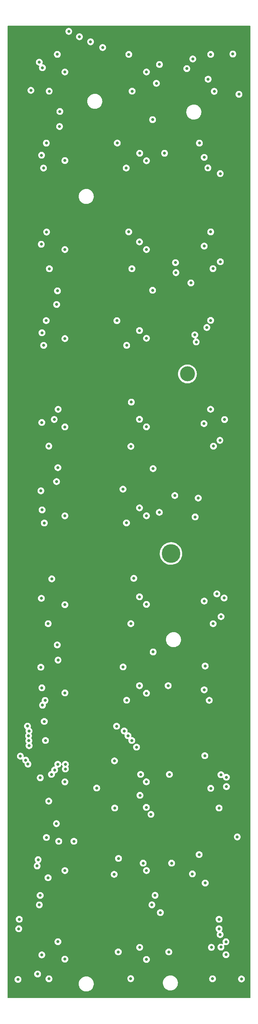
<source format=gbr>
%TF.GenerationSoftware,KiCad,Pcbnew,(6.0.7-1)-1*%
%TF.CreationDate,2023-12-02T14:15:26+01:00*%
%TF.ProjectId,11x3,31317833-2e6b-4696-9361-645f70636258,rev?*%
%TF.SameCoordinates,Original*%
%TF.FileFunction,Copper,L2,Inr*%
%TF.FilePolarity,Positive*%
%FSLAX46Y46*%
G04 Gerber Fmt 4.6, Leading zero omitted, Abs format (unit mm)*
G04 Created by KiCad (PCBNEW (6.0.7-1)-1) date 2023-12-02 14:15:26*
%MOMM*%
%LPD*%
G01*
G04 APERTURE LIST*
%TA.AperFunction,ViaPad*%
%ADD10C,4.000000*%
%TD*%
%TA.AperFunction,ViaPad*%
%ADD11C,0.800000*%
%TD*%
%TA.AperFunction,ViaPad*%
%ADD12C,5.000000*%
%TD*%
G04 APERTURE END LIST*
D10*
%TO.N,P*%
X97200000Y-118000000D03*
%TO.N,GND*%
X90900000Y-116850000D03*
D11*
%TO.N,P*%
X94000000Y-88280000D03*
X62520000Y-269640000D03*
X77660000Y-221340000D03*
X104040000Y-89890000D03*
D12*
X92790000Y-165960000D03*
D11*
X103040000Y-205160000D03*
X59900000Y-184700000D03*
X109360000Y-32560000D03*
X62350000Y-32660000D03*
X60220000Y-89900000D03*
X99550000Y-109470000D03*
X103620000Y-271140000D03*
X80930000Y-110360000D03*
X58390000Y-206470000D03*
X82380000Y-42490000D03*
X81470000Y-80060000D03*
X54490000Y-222200000D03*
X82050000Y-137350000D03*
X84410000Y-271150000D03*
X57930000Y-196340000D03*
X57520000Y-34740000D03*
X103920000Y-279530000D03*
X57210000Y-247730000D03*
X104160000Y-137300000D03*
X55280000Y-42270000D03*
X100400000Y-56360000D03*
X80930000Y-205150000D03*
X84488500Y-230539312D03*
X99260000Y-156190000D03*
X82170000Y-125520000D03*
X98630000Y-33880000D03*
X53880000Y-221150000D03*
X111670000Y-279590000D03*
X110990000Y-43320000D03*
X58860000Y-210810000D03*
X80800000Y-63010000D03*
X79940000Y-148770000D03*
X60170000Y-42490000D03*
X60080000Y-137280000D03*
X100330000Y-246380000D03*
X58700000Y-110380000D03*
X54730000Y-215950000D03*
X51820000Y-279700000D03*
X57950000Y-149210000D03*
X80870000Y-157780000D03*
X59370000Y-103750000D03*
X60110000Y-279540000D03*
X81490000Y-32670000D03*
X105080000Y-176740000D03*
X77580000Y-251650000D03*
X59410000Y-56360000D03*
X103390000Y-127440000D03*
X105950000Y-267730000D03*
X58660000Y-63020000D03*
X101950000Y-253970000D03*
X59070000Y-205190000D03*
X82840000Y-172590000D03*
X79960000Y-196260000D03*
X105664000Y-233934000D03*
X82010000Y-279490000D03*
X104370000Y-42530000D03*
X59870000Y-252550000D03*
X101854000Y-219964000D03*
X101940000Y-196010000D03*
X78410000Y-56330000D03*
X60870000Y-172730000D03*
X62560000Y-127450000D03*
X103420000Y-32670000D03*
X100090000Y-151160000D03*
X78310000Y-103780000D03*
X82040000Y-184690000D03*
X103420000Y-80060000D03*
X60060000Y-232090000D03*
X93810000Y-150470000D03*
X58870000Y-157820000D03*
X78740000Y-247396000D03*
X82320000Y-89900000D03*
X59480000Y-80100000D03*
X98120000Y-93690000D03*
X103410000Y-103710000D03*
X104080000Y-184700000D03*
X94110000Y-90950000D03*
X102670000Y-62990000D03*
%TO.N,LedIn*%
X57070000Y-278270000D03*
%TO.N,P3.3*%
X62550000Y-194430000D03*
X88010000Y-192250000D03*
X62950000Y-51930000D03*
X62150000Y-146740000D03*
X59436000Y-241808000D03*
X87870000Y-50090000D03*
X88000000Y-143280000D03*
X62390000Y-95810000D03*
X62340000Y-190370000D03*
X63030000Y-47920000D03*
X87430000Y-235630000D03*
X87870000Y-95660000D03*
X62500000Y-143030000D03*
X62170000Y-99460000D03*
X62110000Y-238100000D03*
%TO.N,GND*%
X104120000Y-113600000D03*
X57900000Y-172480000D03*
X58920000Y-86710000D03*
X100370000Y-80080000D03*
X81000000Y-276300000D03*
X51940000Y-274600000D03*
X82150000Y-113590000D03*
X104160000Y-66220000D03*
X98830000Y-228490000D03*
X106650000Y-103760000D03*
X56000000Y-269620000D03*
X56230000Y-127500000D03*
X82880000Y-148810000D03*
X60060000Y-160980000D03*
X105170000Y-159620000D03*
X78370000Y-32680000D03*
X60470000Y-66180000D03*
X60120000Y-113590000D03*
X103460000Y-56330000D03*
X60170000Y-255800000D03*
X84582000Y-222250000D03*
X98080000Y-98280000D03*
X78330000Y-127450000D03*
X59290000Y-39310000D03*
X80790000Y-181520000D03*
X57060000Y-37330000D03*
X78400000Y-80060000D03*
X80840000Y-39320000D03*
X104820000Y-196010000D03*
X59360000Y-134070000D03*
X100000000Y-127510000D03*
X106550000Y-222250000D03*
X106172000Y-254254000D03*
X62360000Y-103740000D03*
X81470000Y-56370000D03*
X80720000Y-86730000D03*
X111910000Y-32530000D03*
X106520000Y-245980000D03*
X59390000Y-223280000D03*
X62790000Y-198500000D03*
X50660000Y-28600000D03*
X100460000Y-174860000D03*
X81950000Y-161020000D03*
X78070000Y-270920000D03*
X110650000Y-38250000D03*
X90130000Y-100180000D03*
X66200000Y-227100000D03*
X58890000Y-276310000D03*
X99050000Y-39220000D03*
X82290000Y-66210000D03*
X59320000Y-32670000D03*
X79940000Y-172710000D03*
X82070000Y-208400000D03*
X106810000Y-151120000D03*
X59130000Y-229930000D03*
X83100000Y-254550000D03*
X97170000Y-88260000D03*
X50038000Y-218440000D03*
X58780000Y-181440000D03*
X100340000Y-32660000D03*
X84240500Y-245872000D03*
X103900000Y-208400000D03*
X102362000Y-277368000D03*
X107220000Y-35310000D03*
X102740000Y-86690000D03*
X59990000Y-206360000D03*
X77724000Y-228092000D03*
X82830000Y-196330000D03*
X62340000Y-247320000D03*
X98620000Y-148220000D03*
X61260000Y-206770000D03*
X97160000Y-90960000D03*
X81400000Y-103750000D03*
X62620000Y-151120000D03*
X53860000Y-225050000D03*
X100584000Y-269240000D03*
X111600000Y-274500000D03*
D12*
X104220000Y-165620000D03*
D11*
X80700000Y-134120000D03*
X102850000Y-181480000D03*
X103050000Y-134090000D03*
X56490000Y-80060000D03*
X92920000Y-100050000D03*
X103650000Y-276570000D03*
X62440000Y-56380000D03*
%TO.N,Net-(D12-Pad2)*%
X105900000Y-135740000D03*
X107140000Y-130180000D03*
%TO.N,Net-(D6-Pad2)*%
X105980000Y-64510000D03*
X106010000Y-88050000D03*
%TO.N,Net-(D18-Pad2)*%
X107020000Y-177840000D03*
X106190000Y-182810000D03*
%TO.N,Net-(D24-Pad2)*%
X107640000Y-228210000D03*
X107620000Y-225710000D03*
%TO.N,A2*%
X81280000Y-214630000D03*
X68270000Y-27950000D03*
X54650000Y-214640000D03*
%TO.N,E*%
X83566000Y-217678000D03*
X65420000Y-26520000D03*
X54790000Y-217280000D03*
%TO.N,A0*%
X54360000Y-212060000D03*
X74500000Y-30830000D03*
X78232000Y-212090000D03*
%TO.N,A1*%
X54770000Y-213370000D03*
X71260000Y-29300000D03*
X80264000Y-213360000D03*
%TO.N,LedOut*%
X102730000Y-39290000D03*
%TO.N,PQ1*%
X58360000Y-36220000D03*
X97020001Y-36459999D03*
%TO.N,PQ2*%
X58130000Y-59600000D03*
X101689999Y-60159999D03*
%TO.N,PQ3*%
X101689999Y-83859999D03*
X58060000Y-83370000D03*
%TO.N,PQ4*%
X58250000Y-107000000D03*
X99170001Y-107559999D03*
%TO.N,PQ5*%
X58190000Y-130970000D03*
X101630001Y-131259999D03*
%TO.N,PQ6*%
X58280000Y-154320000D03*
X89670001Y-154959999D03*
%TO.N,PQ7*%
X101689999Y-178659999D03*
X58080000Y-177920000D03*
%TO.N,PQ8*%
X101689999Y-202359999D03*
X58210000Y-201830000D03*
%TO.N,HallOut1*%
X64382000Y-61007400D03*
X64382000Y-84781800D03*
X72898000Y-228600000D03*
X64382000Y-132152800D03*
X64382000Y-155901800D03*
X64370000Y-274290000D03*
X64382000Y-250638000D03*
X64382000Y-108556200D03*
X64382000Y-179625400D03*
X64382000Y-226948000D03*
X64382000Y-203196600D03*
X64382000Y-37360000D03*
%TO.N,HallOut2*%
X86226000Y-108480000D03*
X86187500Y-233746663D03*
X86187500Y-226924243D03*
X86226000Y-250624000D03*
X86226000Y-155876400D03*
X77724000Y-233934000D03*
X86226000Y-203272800D03*
X86226000Y-84781800D03*
X86226000Y-61058200D03*
X86226000Y-179549200D03*
X86226000Y-132127400D03*
X86226000Y-37360000D03*
X86220000Y-274370000D03*
%TO.N,HallOut3*%
X98520000Y-251540000D03*
X88890000Y-40390000D03*
%TO.N,AGND*%
X89700000Y-35360000D03*
X84360000Y-153770000D03*
X102390000Y-105590000D03*
X85338000Y-248660000D03*
X92960000Y-248660000D03*
X60790000Y-224960000D03*
X84360000Y-82730000D03*
X78668000Y-272360000D03*
X84360000Y-106420000D03*
X84410000Y-59060000D03*
X84666000Y-224960000D03*
X92372000Y-224960000D03*
X92210000Y-272360000D03*
X84360000Y-201260000D03*
X84360000Y-130120000D03*
X91070000Y-59060000D03*
X61530000Y-130160000D03*
X92040000Y-201260000D03*
X106172000Y-225044000D03*
X84360000Y-177540000D03*
%TO.N,Net-(D30-Pad2)*%
X107520000Y-273110000D03*
X107500000Y-269660000D03*
%TO.N,PQ11*%
X106170000Y-271080000D03*
X58200000Y-273150000D03*
%TO.N,PQ10*%
X56940000Y-249390000D03*
X110540000Y-241650000D03*
%TO.N,PQ9*%
X57780000Y-225860000D03*
X103440000Y-228670000D03*
%TO.N,HallOut4*%
X87680000Y-259790000D03*
X57540000Y-259800000D03*
%TO.N,HallOut5*%
X88529500Y-257250462D03*
X57760000Y-257280000D03*
%TO.N,S1*%
X105664000Y-266192000D03*
X52020000Y-266190000D03*
%TO.N,S0*%
X105664000Y-263652000D03*
X52160000Y-263650000D03*
%TO.N,First_LedIn_3V*%
X52450000Y-220080000D03*
X89940000Y-261860000D03*
%TO.N,A3*%
X82296000Y-215900000D03*
X59182000Y-215900000D03*
%TO.N,Q9*%
X64516000Y-223520000D03*
X61634500Y-223774000D03*
%TO.N,Q10*%
X62484000Y-222250000D03*
X64516000Y-222250000D03*
%TO.N,Q11*%
X66802000Y-242824000D03*
X62738000Y-242824000D03*
%TD*%
%TA.AperFunction,Conductor*%
%TO.N,GND*%
G36*
X113973621Y-25038502D02*
G01*
X114020114Y-25092158D01*
X114031500Y-25144500D01*
X114031500Y-284575500D01*
X114011498Y-284643621D01*
X113957842Y-284690114D01*
X113905500Y-284701500D01*
X49174500Y-284701500D01*
X49106379Y-284681498D01*
X49059886Y-284627842D01*
X49048500Y-284575500D01*
X49048500Y-280853733D01*
X68091822Y-280853733D01*
X68091975Y-280858121D01*
X68091975Y-280858127D01*
X68097066Y-281003893D01*
X68101625Y-281134458D01*
X68102387Y-281138781D01*
X68102388Y-281138788D01*
X68125908Y-281272176D01*
X68150402Y-281411087D01*
X68237203Y-281678235D01*
X68360340Y-281930702D01*
X68362795Y-281934341D01*
X68362798Y-281934347D01*
X68435890Y-282042710D01*
X68517415Y-282163576D01*
X68705371Y-282372322D01*
X68920550Y-282552879D01*
X69158764Y-282701731D01*
X69415375Y-282815982D01*
X69685390Y-282893407D01*
X69689740Y-282894018D01*
X69689743Y-282894019D01*
X69792690Y-282908487D01*
X69963552Y-282932500D01*
X70174146Y-282932500D01*
X70176332Y-282932347D01*
X70176336Y-282932347D01*
X70379827Y-282918118D01*
X70379832Y-282918117D01*
X70384212Y-282917811D01*
X70658970Y-282859409D01*
X70663099Y-282857906D01*
X70663103Y-282857905D01*
X70918781Y-282764846D01*
X70918785Y-282764844D01*
X70922926Y-282763337D01*
X71170942Y-282631464D01*
X71187537Y-282619407D01*
X71394629Y-282468947D01*
X71394632Y-282468944D01*
X71398192Y-282466358D01*
X71438192Y-282427731D01*
X71592332Y-282278879D01*
X71600252Y-282271231D01*
X71773188Y-282049882D01*
X71775384Y-282046078D01*
X71775389Y-282046071D01*
X71911435Y-281810431D01*
X71913636Y-281806619D01*
X72018862Y-281546176D01*
X72022242Y-281532619D01*
X72085753Y-281277893D01*
X72085754Y-281277888D01*
X72086817Y-281273624D01*
X72087419Y-281267901D01*
X72115719Y-280998636D01*
X72115719Y-280998633D01*
X72116178Y-280994267D01*
X72111657Y-280864788D01*
X72106529Y-280717939D01*
X72106528Y-280717933D01*
X72106375Y-280713542D01*
X72087854Y-280608500D01*
X72082781Y-280579733D01*
X90617822Y-280579733D01*
X90617975Y-280584121D01*
X90617975Y-280584127D01*
X90627238Y-280849364D01*
X90627625Y-280860458D01*
X90628387Y-280864781D01*
X90628388Y-280864788D01*
X90651989Y-280998636D01*
X90676402Y-281137087D01*
X90763203Y-281404235D01*
X90765131Y-281408188D01*
X90765133Y-281408193D01*
X90820313Y-281521328D01*
X90886340Y-281656702D01*
X90888795Y-281660341D01*
X90888798Y-281660347D01*
X90961890Y-281768710D01*
X91043415Y-281889576D01*
X91231371Y-282098322D01*
X91446550Y-282278879D01*
X91684764Y-282427731D01*
X91941375Y-282541982D01*
X92211390Y-282619407D01*
X92215740Y-282620018D01*
X92215743Y-282620019D01*
X92297180Y-282631464D01*
X92489552Y-282658500D01*
X92700146Y-282658500D01*
X92702332Y-282658347D01*
X92702336Y-282658347D01*
X92905827Y-282644118D01*
X92905832Y-282644117D01*
X92910212Y-282643811D01*
X93184970Y-282585409D01*
X93189099Y-282583906D01*
X93189103Y-282583905D01*
X93444781Y-282490846D01*
X93444785Y-282490844D01*
X93448926Y-282489337D01*
X93696942Y-282357464D01*
X93801896Y-282281211D01*
X93920629Y-282194947D01*
X93920632Y-282194944D01*
X93924192Y-282192358D01*
X93950609Y-282166848D01*
X94071730Y-282049882D01*
X94126252Y-281997231D01*
X94268343Y-281815362D01*
X94296481Y-281779347D01*
X94296482Y-281779346D01*
X94299188Y-281775882D01*
X94301384Y-281772078D01*
X94301389Y-281772071D01*
X94415206Y-281574933D01*
X94439636Y-281532619D01*
X94544862Y-281272176D01*
X94577502Y-281141265D01*
X94611753Y-281003893D01*
X94611754Y-281003888D01*
X94612817Y-280999624D01*
X94628151Y-280853733D01*
X94641719Y-280724636D01*
X94641719Y-280724633D01*
X94642178Y-280720267D01*
X94642025Y-280715873D01*
X94632529Y-280443939D01*
X94632528Y-280443933D01*
X94632375Y-280439542D01*
X94627196Y-280410166D01*
X94584806Y-280169765D01*
X94583598Y-280162913D01*
X94496797Y-279895765D01*
X94493951Y-279889928D01*
X94407834Y-279713365D01*
X94373660Y-279643298D01*
X94371205Y-279639659D01*
X94371202Y-279639653D01*
X94297240Y-279530000D01*
X103006496Y-279530000D01*
X103007186Y-279536565D01*
X103025054Y-279706565D01*
X103026458Y-279719928D01*
X103085473Y-279901556D01*
X103088776Y-279907278D01*
X103088777Y-279907279D01*
X103092457Y-279913653D01*
X103180960Y-280066944D01*
X103185378Y-280071851D01*
X103185379Y-280071852D01*
X103271263Y-280167236D01*
X103308747Y-280208866D01*
X103339523Y-280231226D01*
X103411889Y-280283803D01*
X103463248Y-280321118D01*
X103469276Y-280323802D01*
X103469278Y-280323803D01*
X103601674Y-280382749D01*
X103637712Y-280398794D01*
X103731112Y-280418647D01*
X103818056Y-280437128D01*
X103818061Y-280437128D01*
X103824513Y-280438500D01*
X104015487Y-280438500D01*
X104021939Y-280437128D01*
X104021944Y-280437128D01*
X104108888Y-280418647D01*
X104202288Y-280398794D01*
X104238326Y-280382749D01*
X104370722Y-280323803D01*
X104370724Y-280323802D01*
X104376752Y-280321118D01*
X104428112Y-280283803D01*
X104500477Y-280231226D01*
X104531253Y-280208866D01*
X104568737Y-280167236D01*
X104654621Y-280071852D01*
X104654622Y-280071851D01*
X104659040Y-280066944D01*
X104747543Y-279913653D01*
X104751223Y-279907279D01*
X104751224Y-279907278D01*
X104754527Y-279901556D01*
X104813542Y-279719928D01*
X104814947Y-279706565D01*
X104827198Y-279590000D01*
X110756496Y-279590000D01*
X110757186Y-279596565D01*
X110774739Y-279763569D01*
X110776458Y-279779928D01*
X110835473Y-279961556D01*
X110930960Y-280126944D01*
X110935378Y-280131851D01*
X110935379Y-280131852D01*
X111054325Y-280263955D01*
X111058747Y-280268866D01*
X111213248Y-280381118D01*
X111219276Y-280383802D01*
X111219278Y-280383803D01*
X111364591Y-280448500D01*
X111387712Y-280458794D01*
X111481113Y-280478647D01*
X111568056Y-280497128D01*
X111568061Y-280497128D01*
X111574513Y-280498500D01*
X111765487Y-280498500D01*
X111771939Y-280497128D01*
X111771944Y-280497128D01*
X111858887Y-280478647D01*
X111952288Y-280458794D01*
X111975409Y-280448500D01*
X112120722Y-280383803D01*
X112120724Y-280383802D01*
X112126752Y-280381118D01*
X112281253Y-280268866D01*
X112285675Y-280263955D01*
X112404621Y-280131852D01*
X112404622Y-280131851D01*
X112409040Y-280126944D01*
X112504527Y-279961556D01*
X112563542Y-279779928D01*
X112565262Y-279763569D01*
X112582814Y-279596565D01*
X112583504Y-279590000D01*
X112575103Y-279510072D01*
X112564232Y-279406635D01*
X112564232Y-279406633D01*
X112563542Y-279400072D01*
X112504527Y-279218444D01*
X112496731Y-279204940D01*
X112456991Y-279136109D01*
X112409040Y-279053056D01*
X112391707Y-279033805D01*
X112285675Y-278916045D01*
X112285674Y-278916044D01*
X112281253Y-278911134D01*
X112144604Y-278811852D01*
X112132094Y-278802763D01*
X112132093Y-278802762D01*
X112126752Y-278798882D01*
X112120724Y-278796198D01*
X112120722Y-278796197D01*
X111958319Y-278723891D01*
X111958318Y-278723891D01*
X111952288Y-278721206D01*
X111858888Y-278701353D01*
X111771944Y-278682872D01*
X111771939Y-278682872D01*
X111765487Y-278681500D01*
X111574513Y-278681500D01*
X111568061Y-278682872D01*
X111568056Y-278682872D01*
X111481112Y-278701353D01*
X111387712Y-278721206D01*
X111381682Y-278723891D01*
X111381681Y-278723891D01*
X111219278Y-278796197D01*
X111219276Y-278796198D01*
X111213248Y-278798882D01*
X111207907Y-278802762D01*
X111207906Y-278802763D01*
X111195396Y-278811852D01*
X111058747Y-278911134D01*
X111054326Y-278916044D01*
X111054325Y-278916045D01*
X110948294Y-279033805D01*
X110930960Y-279053056D01*
X110883009Y-279136109D01*
X110843270Y-279204940D01*
X110835473Y-279218444D01*
X110776458Y-279400072D01*
X110775768Y-279406633D01*
X110775768Y-279406635D01*
X110764897Y-279510072D01*
X110756496Y-279590000D01*
X104827198Y-279590000D01*
X104832814Y-279536565D01*
X104833504Y-279530000D01*
X104813542Y-279340072D01*
X104754527Y-279158444D01*
X104659040Y-278993056D01*
X104628173Y-278958774D01*
X104535675Y-278856045D01*
X104535674Y-278856044D01*
X104531253Y-278851134D01*
X104405550Y-278759805D01*
X104382094Y-278742763D01*
X104382093Y-278742762D01*
X104376752Y-278738882D01*
X104370724Y-278736198D01*
X104370722Y-278736197D01*
X104208319Y-278663891D01*
X104208318Y-278663891D01*
X104202288Y-278661206D01*
X104108887Y-278641353D01*
X104021944Y-278622872D01*
X104021939Y-278622872D01*
X104015487Y-278621500D01*
X103824513Y-278621500D01*
X103818061Y-278622872D01*
X103818056Y-278622872D01*
X103731113Y-278641353D01*
X103637712Y-278661206D01*
X103631682Y-278663891D01*
X103631681Y-278663891D01*
X103469278Y-278736197D01*
X103469276Y-278736198D01*
X103463248Y-278738882D01*
X103457907Y-278742762D01*
X103457906Y-278742763D01*
X103434450Y-278759805D01*
X103308747Y-278851134D01*
X103304326Y-278856044D01*
X103304325Y-278856045D01*
X103211828Y-278958774D01*
X103180960Y-278993056D01*
X103085473Y-279158444D01*
X103026458Y-279340072D01*
X103006496Y-279530000D01*
X94297240Y-279530000D01*
X94279564Y-279503794D01*
X94216585Y-279410424D01*
X94028629Y-279201678D01*
X93813450Y-279021121D01*
X93575236Y-278872269D01*
X93318625Y-278758018D01*
X93048610Y-278680593D01*
X93044260Y-278679982D01*
X93044257Y-278679981D01*
X92929769Y-278663891D01*
X92770448Y-278641500D01*
X92559854Y-278641500D01*
X92557668Y-278641653D01*
X92557664Y-278641653D01*
X92354173Y-278655882D01*
X92354168Y-278655883D01*
X92349788Y-278656189D01*
X92075030Y-278714591D01*
X92070901Y-278716094D01*
X92070897Y-278716095D01*
X91815219Y-278809154D01*
X91815215Y-278809156D01*
X91811074Y-278810663D01*
X91563058Y-278942536D01*
X91559499Y-278945122D01*
X91559497Y-278945123D01*
X91364587Y-279086733D01*
X91335808Y-279107642D01*
X91332644Y-279110698D01*
X91332641Y-279110700D01*
X91293399Y-279148596D01*
X91133748Y-279302769D01*
X90960812Y-279524118D01*
X90958616Y-279527922D01*
X90958611Y-279527929D01*
X90874644Y-279673365D01*
X90820364Y-279767381D01*
X90715138Y-280027824D01*
X90714073Y-280032097D01*
X90714072Y-280032099D01*
X90651985Y-280281118D01*
X90647183Y-280300376D01*
X90646724Y-280304744D01*
X90646723Y-280304749D01*
X90618385Y-280574376D01*
X90617822Y-280579733D01*
X72082781Y-280579733D01*
X72058360Y-280441236D01*
X72057598Y-280436913D01*
X71970797Y-280169765D01*
X71967964Y-280163955D01*
X71869246Y-279961556D01*
X71847660Y-279917298D01*
X71845205Y-279913659D01*
X71845202Y-279913653D01*
X71725512Y-279736206D01*
X71690585Y-279684424D01*
X71680628Y-279673365D01*
X71539507Y-279516635D01*
X71515525Y-279490000D01*
X81096496Y-279490000D01*
X81116458Y-279679928D01*
X81175473Y-279861556D01*
X81270960Y-280026944D01*
X81275378Y-280031851D01*
X81275379Y-280031852D01*
X81311129Y-280071556D01*
X81398747Y-280168866D01*
X81536385Y-280268866D01*
X81553248Y-280281118D01*
X81559276Y-280283802D01*
X81559278Y-280283803D01*
X81656833Y-280327237D01*
X81727712Y-280358794D01*
X81814479Y-280377237D01*
X81908056Y-280397128D01*
X81908061Y-280397128D01*
X81914513Y-280398500D01*
X82105487Y-280398500D01*
X82111939Y-280397128D01*
X82111944Y-280397128D01*
X82205521Y-280377237D01*
X82292288Y-280358794D01*
X82363167Y-280327237D01*
X82460722Y-280283803D01*
X82460724Y-280283802D01*
X82466752Y-280281118D01*
X82483616Y-280268866D01*
X82552434Y-280218866D01*
X82621253Y-280168866D01*
X82708871Y-280071556D01*
X82744621Y-280031852D01*
X82744622Y-280031851D01*
X82749040Y-280026944D01*
X82844527Y-279861556D01*
X82903542Y-279679928D01*
X82923504Y-279490000D01*
X82915140Y-279410424D01*
X82904232Y-279306635D01*
X82904232Y-279306633D01*
X82903542Y-279300072D01*
X82844527Y-279118444D01*
X82838291Y-279107642D01*
X82806775Y-279053056D01*
X82749040Y-278953056D01*
X82740846Y-278943955D01*
X82625675Y-278816045D01*
X82625674Y-278816044D01*
X82621253Y-278811134D01*
X82521807Y-278738882D01*
X82472094Y-278702763D01*
X82472093Y-278702762D01*
X82466752Y-278698882D01*
X82460724Y-278696198D01*
X82460722Y-278696197D01*
X82298319Y-278623891D01*
X82298318Y-278623891D01*
X82292288Y-278621206D01*
X82198887Y-278601353D01*
X82111944Y-278582872D01*
X82111939Y-278582872D01*
X82105487Y-278581500D01*
X81914513Y-278581500D01*
X81908061Y-278582872D01*
X81908056Y-278582872D01*
X81821113Y-278601353D01*
X81727712Y-278621206D01*
X81721682Y-278623891D01*
X81721681Y-278623891D01*
X81559278Y-278696197D01*
X81559276Y-278696198D01*
X81553248Y-278698882D01*
X81547907Y-278702762D01*
X81547906Y-278702763D01*
X81498193Y-278738882D01*
X81398747Y-278811134D01*
X81394326Y-278816044D01*
X81394325Y-278816045D01*
X81279155Y-278943955D01*
X81270960Y-278953056D01*
X81213225Y-279053056D01*
X81181710Y-279107642D01*
X81175473Y-279118444D01*
X81116458Y-279300072D01*
X81115768Y-279306633D01*
X81115768Y-279306635D01*
X81104860Y-279410424D01*
X81096496Y-279490000D01*
X71515525Y-279490000D01*
X71502629Y-279475678D01*
X71287450Y-279295121D01*
X71049236Y-279146269D01*
X70839877Y-279053056D01*
X70796639Y-279033805D01*
X70796637Y-279033804D01*
X70792625Y-279032018D01*
X70522610Y-278954593D01*
X70518260Y-278953982D01*
X70518257Y-278953981D01*
X70415310Y-278939513D01*
X70244448Y-278915500D01*
X70033854Y-278915500D01*
X70031668Y-278915653D01*
X70031664Y-278915653D01*
X69828173Y-278929882D01*
X69828168Y-278929883D01*
X69823788Y-278930189D01*
X69549030Y-278988591D01*
X69544901Y-278990094D01*
X69544897Y-278990095D01*
X69289219Y-279083154D01*
X69289215Y-279083156D01*
X69285074Y-279084663D01*
X69037058Y-279216536D01*
X69033499Y-279219122D01*
X69033497Y-279219123D01*
X68853261Y-279350072D01*
X68809808Y-279381642D01*
X68806644Y-279384698D01*
X68806641Y-279384700D01*
X68717864Y-279470431D01*
X68607748Y-279576769D01*
X68493215Y-279723365D01*
X68449024Y-279779928D01*
X68434812Y-279798118D01*
X68432616Y-279801922D01*
X68432611Y-279801929D01*
X68340451Y-279961556D01*
X68294364Y-280041381D01*
X68189138Y-280301824D01*
X68188073Y-280306097D01*
X68188072Y-280306099D01*
X68122575Y-280568794D01*
X68121183Y-280574376D01*
X68120724Y-280578744D01*
X68120723Y-280578749D01*
X68105390Y-280724636D01*
X68091822Y-280853733D01*
X49048500Y-280853733D01*
X49048500Y-279700000D01*
X50906496Y-279700000D01*
X50907186Y-279706565D01*
X50924078Y-279867279D01*
X50926458Y-279889928D01*
X50985473Y-280071556D01*
X51080960Y-280236944D01*
X51085378Y-280241851D01*
X51085379Y-280241852D01*
X51190674Y-280358794D01*
X51208747Y-280378866D01*
X51363248Y-280491118D01*
X51369276Y-280493802D01*
X51369278Y-280493803D01*
X51379828Y-280498500D01*
X51537712Y-280568794D01*
X51609848Y-280584127D01*
X51718056Y-280607128D01*
X51718061Y-280607128D01*
X51724513Y-280608500D01*
X51915487Y-280608500D01*
X51921939Y-280607128D01*
X51921944Y-280607128D01*
X52030152Y-280584127D01*
X52102288Y-280568794D01*
X52260172Y-280498500D01*
X52270722Y-280493803D01*
X52270724Y-280493802D01*
X52276752Y-280491118D01*
X52431253Y-280378866D01*
X52449326Y-280358794D01*
X52554621Y-280241852D01*
X52554622Y-280241851D01*
X52559040Y-280236944D01*
X52654527Y-280071556D01*
X52713542Y-279889928D01*
X52715923Y-279867279D01*
X52732814Y-279706565D01*
X52733504Y-279700000D01*
X52727960Y-279647250D01*
X52716688Y-279540000D01*
X59196496Y-279540000D01*
X59197186Y-279546565D01*
X59200361Y-279576769D01*
X59216458Y-279729928D01*
X59275473Y-279911556D01*
X59370960Y-280076944D01*
X59375378Y-280081851D01*
X59375379Y-280081852D01*
X59452259Y-280167236D01*
X59498747Y-280218866D01*
X59584429Y-280281118D01*
X59634143Y-280317237D01*
X59653248Y-280331118D01*
X59659276Y-280333802D01*
X59659278Y-280333803D01*
X59808333Y-280400166D01*
X59827712Y-280408794D01*
X59921112Y-280428647D01*
X60008056Y-280447128D01*
X60008061Y-280447128D01*
X60014513Y-280448500D01*
X60205487Y-280448500D01*
X60211939Y-280447128D01*
X60211944Y-280447128D01*
X60298888Y-280428647D01*
X60392288Y-280408794D01*
X60411667Y-280400166D01*
X60560722Y-280333803D01*
X60560724Y-280333802D01*
X60566752Y-280331118D01*
X60585858Y-280317237D01*
X60635571Y-280281118D01*
X60721253Y-280218866D01*
X60767741Y-280167236D01*
X60844621Y-280081852D01*
X60844622Y-280081851D01*
X60849040Y-280076944D01*
X60944527Y-279911556D01*
X61003542Y-279729928D01*
X61019640Y-279576769D01*
X61022814Y-279546565D01*
X61023504Y-279540000D01*
X61021048Y-279516635D01*
X61004232Y-279356635D01*
X61004232Y-279356633D01*
X61003542Y-279350072D01*
X60944527Y-279168444D01*
X60938754Y-279158444D01*
X60880321Y-279057237D01*
X60849040Y-279003056D01*
X60809169Y-278958774D01*
X60725675Y-278866045D01*
X60725674Y-278866044D01*
X60721253Y-278861134D01*
X60579327Y-278758018D01*
X60572094Y-278752763D01*
X60572093Y-278752762D01*
X60566752Y-278748882D01*
X60560724Y-278746198D01*
X60560722Y-278746197D01*
X60398319Y-278673891D01*
X60398318Y-278673891D01*
X60392288Y-278671206D01*
X60279721Y-278647279D01*
X60211944Y-278632872D01*
X60211939Y-278632872D01*
X60205487Y-278631500D01*
X60014513Y-278631500D01*
X60008061Y-278632872D01*
X60008056Y-278632872D01*
X59940279Y-278647279D01*
X59827712Y-278671206D01*
X59821682Y-278673891D01*
X59821681Y-278673891D01*
X59659278Y-278746197D01*
X59659276Y-278746198D01*
X59653248Y-278748882D01*
X59647907Y-278752762D01*
X59647906Y-278752763D01*
X59640673Y-278758018D01*
X59498747Y-278861134D01*
X59494326Y-278866044D01*
X59494325Y-278866045D01*
X59410832Y-278958774D01*
X59370960Y-279003056D01*
X59339679Y-279057237D01*
X59281247Y-279158444D01*
X59275473Y-279168444D01*
X59216458Y-279350072D01*
X59215768Y-279356633D01*
X59215768Y-279356635D01*
X59198952Y-279516635D01*
X59196496Y-279540000D01*
X52716688Y-279540000D01*
X52714232Y-279516635D01*
X52714232Y-279516633D01*
X52713542Y-279510072D01*
X52654527Y-279328444D01*
X52559040Y-279163056D01*
X52549735Y-279152721D01*
X52435675Y-279026045D01*
X52435674Y-279026044D01*
X52431253Y-279021134D01*
X52307335Y-278931102D01*
X52282094Y-278912763D01*
X52282093Y-278912762D01*
X52276752Y-278908882D01*
X52270724Y-278906198D01*
X52270722Y-278906197D01*
X52108319Y-278833891D01*
X52108318Y-278833891D01*
X52102288Y-278831206D01*
X51998542Y-278809154D01*
X51921944Y-278792872D01*
X51921939Y-278792872D01*
X51915487Y-278791500D01*
X51724513Y-278791500D01*
X51718061Y-278792872D01*
X51718056Y-278792872D01*
X51641458Y-278809154D01*
X51537712Y-278831206D01*
X51531682Y-278833891D01*
X51531681Y-278833891D01*
X51369278Y-278906197D01*
X51369276Y-278906198D01*
X51363248Y-278908882D01*
X51357907Y-278912762D01*
X51357906Y-278912763D01*
X51332665Y-278931102D01*
X51208747Y-279021134D01*
X51204326Y-279026044D01*
X51204325Y-279026045D01*
X51090266Y-279152721D01*
X51080960Y-279163056D01*
X50985473Y-279328444D01*
X50926458Y-279510072D01*
X50925768Y-279516633D01*
X50925768Y-279516635D01*
X50912040Y-279647250D01*
X50906496Y-279700000D01*
X49048500Y-279700000D01*
X49048500Y-278270000D01*
X56156496Y-278270000D01*
X56176458Y-278459928D01*
X56235473Y-278641556D01*
X56238776Y-278647278D01*
X56238777Y-278647279D01*
X56246026Y-278659834D01*
X56330960Y-278806944D01*
X56335378Y-278811851D01*
X56335379Y-278811852D01*
X56389779Y-278872269D01*
X56458747Y-278948866D01*
X56554987Y-279018789D01*
X56602152Y-279053056D01*
X56613248Y-279061118D01*
X56619276Y-279063802D01*
X56619278Y-279063803D01*
X56742005Y-279118444D01*
X56787712Y-279138794D01*
X56878765Y-279158148D01*
X56968056Y-279177128D01*
X56968061Y-279177128D01*
X56974513Y-279178500D01*
X57165487Y-279178500D01*
X57171939Y-279177128D01*
X57171944Y-279177128D01*
X57261235Y-279158148D01*
X57352288Y-279138794D01*
X57397995Y-279118444D01*
X57520722Y-279063803D01*
X57520724Y-279063802D01*
X57526752Y-279061118D01*
X57537849Y-279053056D01*
X57585013Y-279018789D01*
X57681253Y-278948866D01*
X57750221Y-278872269D01*
X57804621Y-278811852D01*
X57804622Y-278811851D01*
X57809040Y-278806944D01*
X57893974Y-278659834D01*
X57901223Y-278647279D01*
X57901224Y-278647278D01*
X57904527Y-278641556D01*
X57963542Y-278459928D01*
X57983504Y-278270000D01*
X57963542Y-278080072D01*
X57904527Y-277898444D01*
X57809040Y-277733056D01*
X57681253Y-277591134D01*
X57526752Y-277478882D01*
X57520724Y-277476198D01*
X57520722Y-277476197D01*
X57358319Y-277403891D01*
X57358318Y-277403891D01*
X57352288Y-277401206D01*
X57258888Y-277381353D01*
X57171944Y-277362872D01*
X57171939Y-277362872D01*
X57165487Y-277361500D01*
X56974513Y-277361500D01*
X56968061Y-277362872D01*
X56968056Y-277362872D01*
X56881112Y-277381353D01*
X56787712Y-277401206D01*
X56781682Y-277403891D01*
X56781681Y-277403891D01*
X56619278Y-277476197D01*
X56619276Y-277476198D01*
X56613248Y-277478882D01*
X56458747Y-277591134D01*
X56330960Y-277733056D01*
X56235473Y-277898444D01*
X56176458Y-278080072D01*
X56156496Y-278270000D01*
X49048500Y-278270000D01*
X49048500Y-274290000D01*
X63456496Y-274290000D01*
X63476458Y-274479928D01*
X63535473Y-274661556D01*
X63630960Y-274826944D01*
X63758747Y-274968866D01*
X63857843Y-275040864D01*
X63874202Y-275052749D01*
X63913248Y-275081118D01*
X63919276Y-275083802D01*
X63919278Y-275083803D01*
X64081681Y-275156109D01*
X64087712Y-275158794D01*
X64181113Y-275178647D01*
X64268056Y-275197128D01*
X64268061Y-275197128D01*
X64274513Y-275198500D01*
X64465487Y-275198500D01*
X64471939Y-275197128D01*
X64471944Y-275197128D01*
X64558887Y-275178647D01*
X64652288Y-275158794D01*
X64658319Y-275156109D01*
X64820722Y-275083803D01*
X64820724Y-275083802D01*
X64826752Y-275081118D01*
X64865799Y-275052749D01*
X64882157Y-275040864D01*
X64981253Y-274968866D01*
X65109040Y-274826944D01*
X65204527Y-274661556D01*
X65263542Y-274479928D01*
X65275096Y-274370000D01*
X85306496Y-274370000D01*
X85307186Y-274376565D01*
X85318710Y-274486206D01*
X85326458Y-274559928D01*
X85385473Y-274741556D01*
X85480960Y-274906944D01*
X85608747Y-275048866D01*
X85707843Y-275120864D01*
X85756354Y-275156109D01*
X85763248Y-275161118D01*
X85769276Y-275163802D01*
X85769278Y-275163803D01*
X85931681Y-275236109D01*
X85937712Y-275238794D01*
X86031113Y-275258647D01*
X86118056Y-275277128D01*
X86118061Y-275277128D01*
X86124513Y-275278500D01*
X86315487Y-275278500D01*
X86321939Y-275277128D01*
X86321944Y-275277128D01*
X86408887Y-275258647D01*
X86502288Y-275238794D01*
X86508319Y-275236109D01*
X86670722Y-275163803D01*
X86670724Y-275163802D01*
X86676752Y-275161118D01*
X86683647Y-275156109D01*
X86732157Y-275120864D01*
X86831253Y-275048866D01*
X86959040Y-274906944D01*
X87054527Y-274741556D01*
X87113542Y-274559928D01*
X87121291Y-274486206D01*
X87132814Y-274376565D01*
X87133504Y-274370000D01*
X87113542Y-274180072D01*
X87054527Y-273998444D01*
X86959040Y-273833056D01*
X86950846Y-273823955D01*
X86835675Y-273696045D01*
X86835674Y-273696044D01*
X86831253Y-273691134D01*
X86721143Y-273611134D01*
X86682094Y-273582763D01*
X86682093Y-273582762D01*
X86676752Y-273578882D01*
X86670724Y-273576198D01*
X86670722Y-273576197D01*
X86508319Y-273503891D01*
X86508318Y-273503891D01*
X86502288Y-273501206D01*
X86408888Y-273481353D01*
X86321944Y-273462872D01*
X86321939Y-273462872D01*
X86315487Y-273461500D01*
X86124513Y-273461500D01*
X86118061Y-273462872D01*
X86118056Y-273462872D01*
X86031112Y-273481353D01*
X85937712Y-273501206D01*
X85931682Y-273503891D01*
X85931681Y-273503891D01*
X85769278Y-273576197D01*
X85769276Y-273576198D01*
X85763248Y-273578882D01*
X85757907Y-273582762D01*
X85757906Y-273582763D01*
X85718857Y-273611134D01*
X85608747Y-273691134D01*
X85604326Y-273696044D01*
X85604325Y-273696045D01*
X85489155Y-273823955D01*
X85480960Y-273833056D01*
X85385473Y-273998444D01*
X85326458Y-274180072D01*
X85306496Y-274370000D01*
X65275096Y-274370000D01*
X65283504Y-274290000D01*
X65271950Y-274180072D01*
X65264232Y-274106635D01*
X65264232Y-274106633D01*
X65263542Y-274100072D01*
X65204527Y-273918444D01*
X65109040Y-273753056D01*
X65013497Y-273646944D01*
X64985675Y-273616045D01*
X64985674Y-273616044D01*
X64981253Y-273611134D01*
X64857960Y-273521556D01*
X64832094Y-273502763D01*
X64832093Y-273502762D01*
X64826752Y-273498882D01*
X64820724Y-273496198D01*
X64820722Y-273496197D01*
X64658319Y-273423891D01*
X64658318Y-273423891D01*
X64652288Y-273421206D01*
X64558887Y-273401353D01*
X64471944Y-273382872D01*
X64471939Y-273382872D01*
X64465487Y-273381500D01*
X64274513Y-273381500D01*
X64268061Y-273382872D01*
X64268056Y-273382872D01*
X64181113Y-273401353D01*
X64087712Y-273421206D01*
X64081682Y-273423891D01*
X64081681Y-273423891D01*
X63919278Y-273496197D01*
X63919276Y-273496198D01*
X63913248Y-273498882D01*
X63907907Y-273502762D01*
X63907906Y-273502763D01*
X63882040Y-273521556D01*
X63758747Y-273611134D01*
X63754326Y-273616044D01*
X63754325Y-273616045D01*
X63726504Y-273646944D01*
X63630960Y-273753056D01*
X63535473Y-273918444D01*
X63476458Y-274100072D01*
X63475768Y-274106633D01*
X63475768Y-274106635D01*
X63468050Y-274180072D01*
X63456496Y-274290000D01*
X49048500Y-274290000D01*
X49048500Y-273150000D01*
X57286496Y-273150000D01*
X57287186Y-273156565D01*
X57298807Y-273267128D01*
X57306458Y-273339928D01*
X57365473Y-273521556D01*
X57460960Y-273686944D01*
X57465378Y-273691851D01*
X57465379Y-273691852D01*
X57516068Y-273748148D01*
X57588747Y-273828866D01*
X57682851Y-273897237D01*
X57720691Y-273924729D01*
X57743248Y-273941118D01*
X57749276Y-273943802D01*
X57749278Y-273943803D01*
X57872005Y-273998444D01*
X57917712Y-274018794D01*
X58011112Y-274038647D01*
X58098056Y-274057128D01*
X58098061Y-274057128D01*
X58104513Y-274058500D01*
X58295487Y-274058500D01*
X58301939Y-274057128D01*
X58301944Y-274057128D01*
X58388888Y-274038647D01*
X58482288Y-274018794D01*
X58527995Y-273998444D01*
X58650722Y-273943803D01*
X58650724Y-273943802D01*
X58656752Y-273941118D01*
X58679310Y-273924729D01*
X58717149Y-273897237D01*
X58811253Y-273828866D01*
X58883932Y-273748148D01*
X58934621Y-273691852D01*
X58934622Y-273691851D01*
X58939040Y-273686944D01*
X59034527Y-273521556D01*
X59093542Y-273339928D01*
X59101194Y-273267128D01*
X59112814Y-273156565D01*
X59113504Y-273150000D01*
X59102232Y-273042749D01*
X59094232Y-272966635D01*
X59094232Y-272966633D01*
X59093542Y-272960072D01*
X59034527Y-272778444D01*
X59003828Y-272725271D01*
X58942341Y-272618774D01*
X58939040Y-272613056D01*
X58908173Y-272578774D01*
X58815675Y-272476045D01*
X58815674Y-272476044D01*
X58811253Y-272471134D01*
X58658291Y-272360000D01*
X77754496Y-272360000D01*
X77755186Y-272366565D01*
X77766177Y-272471134D01*
X77774458Y-272549928D01*
X77833473Y-272731556D01*
X77836776Y-272737278D01*
X77836777Y-272737279D01*
X77870686Y-272796010D01*
X77928960Y-272896944D01*
X77933378Y-272901851D01*
X77933379Y-272901852D01*
X77991710Y-272966635D01*
X78056747Y-273038866D01*
X78211248Y-273151118D01*
X78217276Y-273153802D01*
X78217278Y-273153803D01*
X78223482Y-273156565D01*
X78385712Y-273228794D01*
X78479113Y-273248647D01*
X78566056Y-273267128D01*
X78566061Y-273267128D01*
X78572513Y-273268500D01*
X78763487Y-273268500D01*
X78769939Y-273267128D01*
X78769944Y-273267128D01*
X78856887Y-273248647D01*
X78950288Y-273228794D01*
X79112518Y-273156565D01*
X79118722Y-273153803D01*
X79118724Y-273153802D01*
X79124752Y-273151118D01*
X79279253Y-273038866D01*
X79344290Y-272966635D01*
X79402621Y-272901852D01*
X79402622Y-272901851D01*
X79407040Y-272896944D01*
X79465314Y-272796010D01*
X79499223Y-272737279D01*
X79499224Y-272737278D01*
X79502527Y-272731556D01*
X79561542Y-272549928D01*
X79569824Y-272471134D01*
X79580814Y-272366565D01*
X79581504Y-272360000D01*
X91296496Y-272360000D01*
X91297186Y-272366565D01*
X91308177Y-272471134D01*
X91316458Y-272549928D01*
X91375473Y-272731556D01*
X91378776Y-272737278D01*
X91378777Y-272737279D01*
X91412686Y-272796010D01*
X91470960Y-272896944D01*
X91475378Y-272901851D01*
X91475379Y-272901852D01*
X91533710Y-272966635D01*
X91598747Y-273038866D01*
X91753248Y-273151118D01*
X91759276Y-273153802D01*
X91759278Y-273153803D01*
X91765482Y-273156565D01*
X91927712Y-273228794D01*
X92021113Y-273248647D01*
X92108056Y-273267128D01*
X92108061Y-273267128D01*
X92114513Y-273268500D01*
X92305487Y-273268500D01*
X92311939Y-273267128D01*
X92311944Y-273267128D01*
X92398887Y-273248647D01*
X92492288Y-273228794D01*
X92654518Y-273156565D01*
X92660722Y-273153803D01*
X92660724Y-273153802D01*
X92666752Y-273151118D01*
X92723346Y-273110000D01*
X106606496Y-273110000D01*
X106607186Y-273116565D01*
X106623011Y-273267128D01*
X106626458Y-273299928D01*
X106685473Y-273481556D01*
X106780960Y-273646944D01*
X106785378Y-273651851D01*
X106785379Y-273651852D01*
X106881652Y-273758774D01*
X106908747Y-273788866D01*
X107063248Y-273901118D01*
X107069276Y-273903802D01*
X107069278Y-273903803D01*
X107231681Y-273976109D01*
X107237712Y-273978794D01*
X107330157Y-273998444D01*
X107418056Y-274017128D01*
X107418061Y-274017128D01*
X107424513Y-274018500D01*
X107615487Y-274018500D01*
X107621939Y-274017128D01*
X107621944Y-274017128D01*
X107709843Y-273998444D01*
X107802288Y-273978794D01*
X107808319Y-273976109D01*
X107970722Y-273903803D01*
X107970724Y-273903802D01*
X107976752Y-273901118D01*
X108131253Y-273788866D01*
X108158348Y-273758774D01*
X108254621Y-273651852D01*
X108254622Y-273651851D01*
X108259040Y-273646944D01*
X108354527Y-273481556D01*
X108413542Y-273299928D01*
X108416990Y-273267128D01*
X108432814Y-273116565D01*
X108433504Y-273110000D01*
X108426028Y-273038866D01*
X108414232Y-272926635D01*
X108414232Y-272926633D01*
X108413542Y-272920072D01*
X108354527Y-272738444D01*
X108259040Y-272573056D01*
X108238216Y-272549928D01*
X108135675Y-272436045D01*
X108135674Y-272436044D01*
X108131253Y-272431134D01*
X108031807Y-272358882D01*
X107982094Y-272322763D01*
X107982093Y-272322762D01*
X107976752Y-272318882D01*
X107970724Y-272316198D01*
X107970722Y-272316197D01*
X107808319Y-272243891D01*
X107808318Y-272243891D01*
X107802288Y-272241206D01*
X107708888Y-272221353D01*
X107621944Y-272202872D01*
X107621939Y-272202872D01*
X107615487Y-272201500D01*
X107424513Y-272201500D01*
X107418061Y-272202872D01*
X107418056Y-272202872D01*
X107331112Y-272221353D01*
X107237712Y-272241206D01*
X107231682Y-272243891D01*
X107231681Y-272243891D01*
X107069278Y-272316197D01*
X107069276Y-272316198D01*
X107063248Y-272318882D01*
X107057907Y-272322762D01*
X107057906Y-272322763D01*
X107008193Y-272358882D01*
X106908747Y-272431134D01*
X106904326Y-272436044D01*
X106904325Y-272436045D01*
X106801785Y-272549928D01*
X106780960Y-272573056D01*
X106685473Y-272738444D01*
X106626458Y-272920072D01*
X106625768Y-272926633D01*
X106625768Y-272926635D01*
X106613972Y-273038866D01*
X106606496Y-273110000D01*
X92723346Y-273110000D01*
X92821253Y-273038866D01*
X92886290Y-272966635D01*
X92944621Y-272901852D01*
X92944622Y-272901851D01*
X92949040Y-272896944D01*
X93007314Y-272796010D01*
X93041223Y-272737279D01*
X93041224Y-272737278D01*
X93044527Y-272731556D01*
X93103542Y-272549928D01*
X93111824Y-272471134D01*
X93122814Y-272366565D01*
X93123504Y-272360000D01*
X93111301Y-272243891D01*
X93104232Y-272176635D01*
X93104232Y-272176633D01*
X93103542Y-272170072D01*
X93044527Y-271988444D01*
X93018754Y-271943803D01*
X92952341Y-271828774D01*
X92949040Y-271823056D01*
X92940846Y-271813955D01*
X92825675Y-271686045D01*
X92825674Y-271686044D01*
X92821253Y-271681134D01*
X92666752Y-271568882D01*
X92660724Y-271566198D01*
X92660722Y-271566197D01*
X92498319Y-271493891D01*
X92498318Y-271493891D01*
X92492288Y-271491206D01*
X92398887Y-271471353D01*
X92311944Y-271452872D01*
X92311939Y-271452872D01*
X92305487Y-271451500D01*
X92114513Y-271451500D01*
X92108061Y-271452872D01*
X92108056Y-271452872D01*
X92021113Y-271471353D01*
X91927712Y-271491206D01*
X91921682Y-271493891D01*
X91921681Y-271493891D01*
X91759278Y-271566197D01*
X91759276Y-271566198D01*
X91753248Y-271568882D01*
X91598747Y-271681134D01*
X91594326Y-271686044D01*
X91594325Y-271686045D01*
X91479155Y-271813955D01*
X91470960Y-271823056D01*
X91467659Y-271828774D01*
X91401247Y-271943803D01*
X91375473Y-271988444D01*
X91316458Y-272170072D01*
X91315768Y-272176633D01*
X91315768Y-272176635D01*
X91308699Y-272243891D01*
X91296496Y-272360000D01*
X79581504Y-272360000D01*
X79569301Y-272243891D01*
X79562232Y-272176635D01*
X79562232Y-272176633D01*
X79561542Y-272170072D01*
X79502527Y-271988444D01*
X79476754Y-271943803D01*
X79410341Y-271828774D01*
X79407040Y-271823056D01*
X79398846Y-271813955D01*
X79283675Y-271686045D01*
X79283674Y-271686044D01*
X79279253Y-271681134D01*
X79124752Y-271568882D01*
X79118724Y-271566198D01*
X79118722Y-271566197D01*
X78956319Y-271493891D01*
X78956318Y-271493891D01*
X78950288Y-271491206D01*
X78856887Y-271471353D01*
X78769944Y-271452872D01*
X78769939Y-271452872D01*
X78763487Y-271451500D01*
X78572513Y-271451500D01*
X78566061Y-271452872D01*
X78566056Y-271452872D01*
X78479113Y-271471353D01*
X78385712Y-271491206D01*
X78379682Y-271493891D01*
X78379681Y-271493891D01*
X78217278Y-271566197D01*
X78217276Y-271566198D01*
X78211248Y-271568882D01*
X78056747Y-271681134D01*
X78052326Y-271686044D01*
X78052325Y-271686045D01*
X77937155Y-271813955D01*
X77928960Y-271823056D01*
X77925659Y-271828774D01*
X77859247Y-271943803D01*
X77833473Y-271988444D01*
X77774458Y-272170072D01*
X77773768Y-272176633D01*
X77773768Y-272176635D01*
X77766699Y-272243891D01*
X77754496Y-272360000D01*
X58658291Y-272360000D01*
X58656752Y-272358882D01*
X58650724Y-272356198D01*
X58650722Y-272356197D01*
X58488319Y-272283891D01*
X58488318Y-272283891D01*
X58482288Y-272281206D01*
X58388888Y-272261353D01*
X58301944Y-272242872D01*
X58301939Y-272242872D01*
X58295487Y-272241500D01*
X58104513Y-272241500D01*
X58098061Y-272242872D01*
X58098056Y-272242872D01*
X58011112Y-272261353D01*
X57917712Y-272281206D01*
X57911682Y-272283891D01*
X57911681Y-272283891D01*
X57749278Y-272356197D01*
X57749276Y-272356198D01*
X57743248Y-272358882D01*
X57588747Y-272471134D01*
X57584326Y-272476044D01*
X57584325Y-272476045D01*
X57491828Y-272578774D01*
X57460960Y-272613056D01*
X57457659Y-272618774D01*
X57396173Y-272725271D01*
X57365473Y-272778444D01*
X57306458Y-272960072D01*
X57305768Y-272966633D01*
X57305768Y-272966635D01*
X57297768Y-273042749D01*
X57286496Y-273150000D01*
X49048500Y-273150000D01*
X49048500Y-271150000D01*
X83496496Y-271150000D01*
X83497186Y-271156565D01*
X83509761Y-271276206D01*
X83516458Y-271339928D01*
X83575473Y-271521556D01*
X83578776Y-271527278D01*
X83578777Y-271527279D01*
X83602797Y-271568882D01*
X83670960Y-271686944D01*
X83798747Y-271828866D01*
X83851560Y-271867237D01*
X83934143Y-271927237D01*
X83953248Y-271941118D01*
X83959276Y-271943802D01*
X83959278Y-271943803D01*
X84108333Y-272010166D01*
X84127712Y-272018794D01*
X84221112Y-272038647D01*
X84308056Y-272057128D01*
X84308061Y-272057128D01*
X84314513Y-272058500D01*
X84505487Y-272058500D01*
X84511939Y-272057128D01*
X84511944Y-272057128D01*
X84598888Y-272038647D01*
X84692288Y-272018794D01*
X84711667Y-272010166D01*
X84860722Y-271943803D01*
X84860724Y-271943802D01*
X84866752Y-271941118D01*
X84885858Y-271927237D01*
X84968440Y-271867237D01*
X85021253Y-271828866D01*
X85149040Y-271686944D01*
X85217203Y-271568882D01*
X85241223Y-271527279D01*
X85241224Y-271527278D01*
X85244527Y-271521556D01*
X85303542Y-271339928D01*
X85310240Y-271276206D01*
X85322814Y-271156565D01*
X85323504Y-271150000D01*
X85322453Y-271140000D01*
X102706496Y-271140000D01*
X102726458Y-271329928D01*
X102785473Y-271511556D01*
X102788776Y-271517278D01*
X102788777Y-271517279D01*
X102794551Y-271527279D01*
X102880960Y-271676944D01*
X102885378Y-271681851D01*
X102885379Y-271681852D01*
X102889964Y-271686944D01*
X103008747Y-271818866D01*
X103163248Y-271931118D01*
X103169276Y-271933802D01*
X103169278Y-271933803D01*
X103306121Y-271994729D01*
X103337712Y-272008794D01*
X103431112Y-272028647D01*
X103518056Y-272047128D01*
X103518061Y-272047128D01*
X103524513Y-272048500D01*
X103715487Y-272048500D01*
X103721939Y-272047128D01*
X103721944Y-272047128D01*
X103808888Y-272028647D01*
X103902288Y-272008794D01*
X103933879Y-271994729D01*
X104070722Y-271933803D01*
X104070724Y-271933802D01*
X104076752Y-271931118D01*
X104231253Y-271818866D01*
X104350036Y-271686944D01*
X104354621Y-271681852D01*
X104354622Y-271681851D01*
X104359040Y-271676944D01*
X104445449Y-271527279D01*
X104451223Y-271517279D01*
X104451224Y-271517278D01*
X104454527Y-271511556D01*
X104513542Y-271329928D01*
X104533504Y-271140000D01*
X104527198Y-271080000D01*
X105256496Y-271080000D01*
X105276458Y-271269928D01*
X105335473Y-271451556D01*
X105430960Y-271616944D01*
X105435378Y-271621851D01*
X105435379Y-271621852D01*
X105488757Y-271681134D01*
X105558747Y-271758866D01*
X105713248Y-271871118D01*
X105719276Y-271873802D01*
X105719278Y-271873803D01*
X105854041Y-271933803D01*
X105887712Y-271948794D01*
X105981112Y-271968647D01*
X106068056Y-271987128D01*
X106068061Y-271987128D01*
X106074513Y-271988500D01*
X106265487Y-271988500D01*
X106271939Y-271987128D01*
X106271944Y-271987128D01*
X106358888Y-271968647D01*
X106452288Y-271948794D01*
X106485959Y-271933803D01*
X106620722Y-271873803D01*
X106620724Y-271873802D01*
X106626752Y-271871118D01*
X106781253Y-271758866D01*
X106851243Y-271681134D01*
X106904621Y-271621852D01*
X106904622Y-271621851D01*
X106909040Y-271616944D01*
X107004527Y-271451556D01*
X107063542Y-271269928D01*
X107083504Y-271080000D01*
X107070538Y-270956635D01*
X107064232Y-270896635D01*
X107064232Y-270896633D01*
X107063542Y-270890072D01*
X107004527Y-270708444D01*
X106985053Y-270674714D01*
X106968316Y-270605718D01*
X106991537Y-270538627D01*
X107047345Y-270494740D01*
X107118020Y-270487992D01*
X107145422Y-270496609D01*
X107211673Y-270526106D01*
X107211679Y-270526108D01*
X107217712Y-270528794D01*
X107303966Y-270547128D01*
X107398056Y-270567128D01*
X107398061Y-270567128D01*
X107404513Y-270568500D01*
X107595487Y-270568500D01*
X107601939Y-270567128D01*
X107601944Y-270567128D01*
X107696034Y-270547128D01*
X107782288Y-270528794D01*
X107788319Y-270526109D01*
X107950722Y-270453803D01*
X107950724Y-270453802D01*
X107956752Y-270451118D01*
X108111253Y-270338866D01*
X108223781Y-270213891D01*
X108234621Y-270201852D01*
X108234622Y-270201851D01*
X108239040Y-270196944D01*
X108334527Y-270031556D01*
X108393542Y-269849928D01*
X108413504Y-269660000D01*
X108393542Y-269470072D01*
X108334527Y-269288444D01*
X108239040Y-269123056D01*
X108226181Y-269108774D01*
X108115675Y-268986045D01*
X108115674Y-268986044D01*
X108111253Y-268981134D01*
X107956752Y-268868882D01*
X107950724Y-268866198D01*
X107950722Y-268866197D01*
X107788319Y-268793891D01*
X107788318Y-268793891D01*
X107782288Y-268791206D01*
X107681741Y-268769834D01*
X107601944Y-268752872D01*
X107601939Y-268752872D01*
X107595487Y-268751500D01*
X107404513Y-268751500D01*
X107398061Y-268752872D01*
X107398056Y-268752872D01*
X107318259Y-268769834D01*
X107217712Y-268791206D01*
X107211682Y-268793891D01*
X107211681Y-268793891D01*
X107049278Y-268866197D01*
X107049276Y-268866198D01*
X107043248Y-268868882D01*
X106888747Y-268981134D01*
X106884326Y-268986044D01*
X106884325Y-268986045D01*
X106773820Y-269108774D01*
X106760960Y-269123056D01*
X106665473Y-269288444D01*
X106606458Y-269470072D01*
X106586496Y-269660000D01*
X106606458Y-269849928D01*
X106665473Y-270031556D01*
X106683259Y-270062362D01*
X106684947Y-270065286D01*
X106701684Y-270134282D01*
X106678463Y-270201373D01*
X106622655Y-270245260D01*
X106551980Y-270252008D01*
X106524578Y-270243391D01*
X106458327Y-270213894D01*
X106458321Y-270213892D01*
X106452288Y-270211206D01*
X106358290Y-270191226D01*
X106271944Y-270172872D01*
X106271939Y-270172872D01*
X106265487Y-270171500D01*
X106074513Y-270171500D01*
X106068061Y-270172872D01*
X106068056Y-270172872D01*
X105981710Y-270191226D01*
X105887712Y-270211206D01*
X105881682Y-270213891D01*
X105881681Y-270213891D01*
X105719278Y-270286197D01*
X105719276Y-270286198D01*
X105713248Y-270288882D01*
X105558747Y-270401134D01*
X105554326Y-270406044D01*
X105554325Y-270406045D01*
X105443802Y-270528794D01*
X105430960Y-270543056D01*
X105335473Y-270708444D01*
X105276458Y-270890072D01*
X105275768Y-270896633D01*
X105275768Y-270896635D01*
X105269462Y-270956635D01*
X105256496Y-271080000D01*
X104527198Y-271080000D01*
X104513542Y-270950072D01*
X104454527Y-270768444D01*
X104359040Y-270603056D01*
X104231253Y-270461134D01*
X104132157Y-270389136D01*
X104082094Y-270352763D01*
X104082093Y-270352762D01*
X104076752Y-270348882D01*
X104070724Y-270346198D01*
X104070722Y-270346197D01*
X103908319Y-270273891D01*
X103908318Y-270273891D01*
X103902288Y-270271206D01*
X103808887Y-270251353D01*
X103721944Y-270232872D01*
X103721939Y-270232872D01*
X103715487Y-270231500D01*
X103524513Y-270231500D01*
X103518061Y-270232872D01*
X103518056Y-270232872D01*
X103431113Y-270251353D01*
X103337712Y-270271206D01*
X103331682Y-270273891D01*
X103331681Y-270273891D01*
X103169278Y-270346197D01*
X103169276Y-270346198D01*
X103163248Y-270348882D01*
X103157907Y-270352762D01*
X103157906Y-270352763D01*
X103107843Y-270389136D01*
X103008747Y-270461134D01*
X102880960Y-270603056D01*
X102785473Y-270768444D01*
X102726458Y-270950072D01*
X102706496Y-271140000D01*
X85322453Y-271140000D01*
X85303542Y-270960072D01*
X85244527Y-270778444D01*
X85238754Y-270768444D01*
X85152341Y-270618774D01*
X85149040Y-270613056D01*
X85021253Y-270471134D01*
X84866752Y-270358882D01*
X84860724Y-270356198D01*
X84860722Y-270356197D01*
X84698319Y-270283891D01*
X84698318Y-270283891D01*
X84692288Y-270281206D01*
X84598887Y-270261353D01*
X84511944Y-270242872D01*
X84511939Y-270242872D01*
X84505487Y-270241500D01*
X84314513Y-270241500D01*
X84308061Y-270242872D01*
X84308056Y-270242872D01*
X84221113Y-270261353D01*
X84127712Y-270281206D01*
X84121682Y-270283891D01*
X84121681Y-270283891D01*
X83959278Y-270356197D01*
X83959276Y-270356198D01*
X83953248Y-270358882D01*
X83798747Y-270471134D01*
X83670960Y-270613056D01*
X83667659Y-270618774D01*
X83581247Y-270768444D01*
X83575473Y-270778444D01*
X83516458Y-270960072D01*
X83496496Y-271150000D01*
X49048500Y-271150000D01*
X49048500Y-269640000D01*
X61606496Y-269640000D01*
X61626458Y-269829928D01*
X61685473Y-270011556D01*
X61780960Y-270176944D01*
X61785378Y-270181851D01*
X61785379Y-270181852D01*
X61814227Y-270213891D01*
X61908747Y-270318866D01*
X62063248Y-270431118D01*
X62069276Y-270433802D01*
X62069278Y-270433803D01*
X62206146Y-270494740D01*
X62237712Y-270508794D01*
X62331113Y-270528647D01*
X62418056Y-270547128D01*
X62418061Y-270547128D01*
X62424513Y-270548500D01*
X62615487Y-270548500D01*
X62621939Y-270547128D01*
X62621944Y-270547128D01*
X62708887Y-270528647D01*
X62802288Y-270508794D01*
X62833854Y-270494740D01*
X62970722Y-270433803D01*
X62970724Y-270433802D01*
X62976752Y-270431118D01*
X63131253Y-270318866D01*
X63225773Y-270213891D01*
X63254621Y-270181852D01*
X63254622Y-270181851D01*
X63259040Y-270176944D01*
X63354527Y-270011556D01*
X63413542Y-269829928D01*
X63433504Y-269640000D01*
X63413542Y-269450072D01*
X63354527Y-269268444D01*
X63259040Y-269103056D01*
X63131253Y-268961134D01*
X62976752Y-268848882D01*
X62970724Y-268846198D01*
X62970722Y-268846197D01*
X62808319Y-268773891D01*
X62808318Y-268773891D01*
X62802288Y-268771206D01*
X62708888Y-268751353D01*
X62621944Y-268732872D01*
X62621939Y-268732872D01*
X62615487Y-268731500D01*
X62424513Y-268731500D01*
X62418061Y-268732872D01*
X62418056Y-268732872D01*
X62331112Y-268751353D01*
X62237712Y-268771206D01*
X62231682Y-268773891D01*
X62231681Y-268773891D01*
X62069278Y-268846197D01*
X62069276Y-268846198D01*
X62063248Y-268848882D01*
X61908747Y-268961134D01*
X61780960Y-269103056D01*
X61685473Y-269268444D01*
X61626458Y-269450072D01*
X61606496Y-269640000D01*
X49048500Y-269640000D01*
X49048500Y-266190000D01*
X51106496Y-266190000D01*
X51126458Y-266379928D01*
X51185473Y-266561556D01*
X51280960Y-266726944D01*
X51285378Y-266731851D01*
X51285379Y-266731852D01*
X51287180Y-266733852D01*
X51408747Y-266868866D01*
X51563248Y-266981118D01*
X51569276Y-266983802D01*
X51569278Y-266983803D01*
X51731681Y-267056109D01*
X51737712Y-267058794D01*
X51831112Y-267078647D01*
X51918056Y-267097128D01*
X51918061Y-267097128D01*
X51924513Y-267098500D01*
X52115487Y-267098500D01*
X52121939Y-267097128D01*
X52121944Y-267097128D01*
X52208888Y-267078647D01*
X52302288Y-267058794D01*
X52308319Y-267056109D01*
X52470722Y-266983803D01*
X52470724Y-266983802D01*
X52476752Y-266981118D01*
X52631253Y-266868866D01*
X52752820Y-266733852D01*
X52754621Y-266731852D01*
X52754622Y-266731851D01*
X52759040Y-266726944D01*
X52854527Y-266561556D01*
X52913542Y-266379928D01*
X52933294Y-266192000D01*
X104750496Y-266192000D01*
X104770458Y-266381928D01*
X104829473Y-266563556D01*
X104924960Y-266728944D01*
X104929378Y-266733851D01*
X104929379Y-266733852D01*
X104950202Y-266756978D01*
X105052747Y-266870866D01*
X105060828Y-266876737D01*
X105207248Y-266983118D01*
X105206127Y-266984661D01*
X105248781Y-267029398D01*
X105262215Y-267099112D01*
X105235827Y-267165022D01*
X105230442Y-267171419D01*
X105210960Y-267193056D01*
X105115473Y-267358444D01*
X105056458Y-267540072D01*
X105036496Y-267730000D01*
X105056458Y-267919928D01*
X105115473Y-268101556D01*
X105210960Y-268266944D01*
X105338747Y-268408866D01*
X105493248Y-268521118D01*
X105499276Y-268523802D01*
X105499278Y-268523803D01*
X105661681Y-268596109D01*
X105667712Y-268598794D01*
X105761112Y-268618647D01*
X105848056Y-268637128D01*
X105848061Y-268637128D01*
X105854513Y-268638500D01*
X106045487Y-268638500D01*
X106051939Y-268637128D01*
X106051944Y-268637128D01*
X106138888Y-268618647D01*
X106232288Y-268598794D01*
X106238319Y-268596109D01*
X106400722Y-268523803D01*
X106400724Y-268523802D01*
X106406752Y-268521118D01*
X106561253Y-268408866D01*
X106689040Y-268266944D01*
X106784527Y-268101556D01*
X106843542Y-267919928D01*
X106863504Y-267730000D01*
X106843542Y-267540072D01*
X106784527Y-267358444D01*
X106689040Y-267193056D01*
X106669581Y-267171444D01*
X106565675Y-267056045D01*
X106565674Y-267056044D01*
X106561253Y-267051134D01*
X106406752Y-266938882D01*
X106407873Y-266937339D01*
X106365219Y-266892602D01*
X106351785Y-266822888D01*
X106378173Y-266756978D01*
X106383558Y-266750581D01*
X106403040Y-266728944D01*
X106498527Y-266563556D01*
X106557542Y-266381928D01*
X106577504Y-266192000D01*
X106557542Y-266002072D01*
X106498527Y-265820444D01*
X106403040Y-265655056D01*
X106275253Y-265513134D01*
X106120752Y-265400882D01*
X106114724Y-265398198D01*
X106114722Y-265398197D01*
X105952319Y-265325891D01*
X105952318Y-265325891D01*
X105946288Y-265323206D01*
X105852888Y-265303353D01*
X105765944Y-265284872D01*
X105765939Y-265284872D01*
X105759487Y-265283500D01*
X105568513Y-265283500D01*
X105562061Y-265284872D01*
X105562056Y-265284872D01*
X105475112Y-265303353D01*
X105381712Y-265323206D01*
X105375682Y-265325891D01*
X105375681Y-265325891D01*
X105213278Y-265398197D01*
X105213276Y-265398198D01*
X105207248Y-265400882D01*
X105052747Y-265513134D01*
X104924960Y-265655056D01*
X104829473Y-265820444D01*
X104770458Y-266002072D01*
X104750496Y-266192000D01*
X52933294Y-266192000D01*
X52933504Y-266190000D01*
X52913542Y-266000072D01*
X52854527Y-265818444D01*
X52759040Y-265653056D01*
X52631253Y-265511134D01*
X52532157Y-265439136D01*
X52482094Y-265402763D01*
X52482093Y-265402762D01*
X52476752Y-265398882D01*
X52470724Y-265396198D01*
X52470722Y-265396197D01*
X52308319Y-265323891D01*
X52308318Y-265323891D01*
X52302288Y-265321206D01*
X52208887Y-265301353D01*
X52121944Y-265282872D01*
X52121939Y-265282872D01*
X52115487Y-265281500D01*
X51924513Y-265281500D01*
X51918061Y-265282872D01*
X51918056Y-265282872D01*
X51831113Y-265301353D01*
X51737712Y-265321206D01*
X51731682Y-265323891D01*
X51731681Y-265323891D01*
X51569278Y-265396197D01*
X51569276Y-265396198D01*
X51563248Y-265398882D01*
X51557907Y-265402762D01*
X51557906Y-265402763D01*
X51507843Y-265439136D01*
X51408747Y-265511134D01*
X51280960Y-265653056D01*
X51185473Y-265818444D01*
X51126458Y-266000072D01*
X51106496Y-266190000D01*
X49048500Y-266190000D01*
X49048500Y-263650000D01*
X51246496Y-263650000D01*
X51266458Y-263839928D01*
X51325473Y-264021556D01*
X51420960Y-264186944D01*
X51548747Y-264328866D01*
X51703248Y-264441118D01*
X51709276Y-264443802D01*
X51709278Y-264443803D01*
X51871681Y-264516109D01*
X51877712Y-264518794D01*
X51971112Y-264538647D01*
X52058056Y-264557128D01*
X52058061Y-264557128D01*
X52064513Y-264558500D01*
X52255487Y-264558500D01*
X52261939Y-264557128D01*
X52261944Y-264557128D01*
X52348888Y-264538647D01*
X52442288Y-264518794D01*
X52448319Y-264516109D01*
X52610722Y-264443803D01*
X52610724Y-264443802D01*
X52616752Y-264441118D01*
X52771253Y-264328866D01*
X52899040Y-264186944D01*
X52994527Y-264021556D01*
X53053542Y-263839928D01*
X53073294Y-263652000D01*
X104750496Y-263652000D01*
X104770458Y-263841928D01*
X104829473Y-264023556D01*
X104924960Y-264188944D01*
X105052747Y-264330866D01*
X105151843Y-264402864D01*
X105199154Y-264437237D01*
X105207248Y-264443118D01*
X105213276Y-264445802D01*
X105213278Y-264445803D01*
X105371189Y-264516109D01*
X105381712Y-264520794D01*
X105475113Y-264540647D01*
X105562056Y-264559128D01*
X105562061Y-264559128D01*
X105568513Y-264560500D01*
X105759487Y-264560500D01*
X105765939Y-264559128D01*
X105765944Y-264559128D01*
X105852887Y-264540647D01*
X105946288Y-264520794D01*
X105956811Y-264516109D01*
X106114722Y-264445803D01*
X106114724Y-264445802D01*
X106120752Y-264443118D01*
X106128847Y-264437237D01*
X106176157Y-264402864D01*
X106275253Y-264330866D01*
X106403040Y-264188944D01*
X106498527Y-264023556D01*
X106557542Y-263841928D01*
X106577504Y-263652000D01*
X106557542Y-263462072D01*
X106498527Y-263280444D01*
X106403040Y-263115056D01*
X106275253Y-262973134D01*
X106120752Y-262860882D01*
X106114724Y-262858198D01*
X106114722Y-262858197D01*
X105952319Y-262785891D01*
X105952318Y-262785891D01*
X105946288Y-262783206D01*
X105852888Y-262763353D01*
X105765944Y-262744872D01*
X105765939Y-262744872D01*
X105759487Y-262743500D01*
X105568513Y-262743500D01*
X105562061Y-262744872D01*
X105562056Y-262744872D01*
X105475112Y-262763353D01*
X105381712Y-262783206D01*
X105375682Y-262785891D01*
X105375681Y-262785891D01*
X105213278Y-262858197D01*
X105213276Y-262858198D01*
X105207248Y-262860882D01*
X105052747Y-262973134D01*
X104924960Y-263115056D01*
X104829473Y-263280444D01*
X104770458Y-263462072D01*
X104750496Y-263652000D01*
X53073294Y-263652000D01*
X53073504Y-263650000D01*
X53053542Y-263460072D01*
X52994527Y-263278444D01*
X52899040Y-263113056D01*
X52771253Y-262971134D01*
X52672157Y-262899136D01*
X52622094Y-262862763D01*
X52622093Y-262862762D01*
X52616752Y-262858882D01*
X52610724Y-262856198D01*
X52610722Y-262856197D01*
X52448319Y-262783891D01*
X52448318Y-262783891D01*
X52442288Y-262781206D01*
X52348888Y-262761353D01*
X52261944Y-262742872D01*
X52261939Y-262742872D01*
X52255487Y-262741500D01*
X52064513Y-262741500D01*
X52058061Y-262742872D01*
X52058056Y-262742872D01*
X51971112Y-262761353D01*
X51877712Y-262781206D01*
X51871682Y-262783891D01*
X51871681Y-262783891D01*
X51709278Y-262856197D01*
X51709276Y-262856198D01*
X51703248Y-262858882D01*
X51697907Y-262862762D01*
X51697906Y-262862763D01*
X51647843Y-262899136D01*
X51548747Y-262971134D01*
X51420960Y-263113056D01*
X51325473Y-263278444D01*
X51266458Y-263460072D01*
X51246496Y-263650000D01*
X49048500Y-263650000D01*
X49048500Y-261860000D01*
X89026496Y-261860000D01*
X89046458Y-262049928D01*
X89105473Y-262231556D01*
X89200960Y-262396944D01*
X89328747Y-262538866D01*
X89483248Y-262651118D01*
X89489276Y-262653802D01*
X89489278Y-262653803D01*
X89651681Y-262726109D01*
X89657712Y-262728794D01*
X89733353Y-262744872D01*
X89838056Y-262767128D01*
X89838061Y-262767128D01*
X89844513Y-262768500D01*
X90035487Y-262768500D01*
X90041939Y-262767128D01*
X90041944Y-262767128D01*
X90146647Y-262744872D01*
X90222288Y-262728794D01*
X90228319Y-262726109D01*
X90390722Y-262653803D01*
X90390724Y-262653802D01*
X90396752Y-262651118D01*
X90551253Y-262538866D01*
X90679040Y-262396944D01*
X90774527Y-262231556D01*
X90833542Y-262049928D01*
X90853504Y-261860000D01*
X90833542Y-261670072D01*
X90774527Y-261488444D01*
X90679040Y-261323056D01*
X90551253Y-261181134D01*
X90396752Y-261068882D01*
X90390724Y-261066198D01*
X90390722Y-261066197D01*
X90228319Y-260993891D01*
X90228318Y-260993891D01*
X90222288Y-260991206D01*
X90128888Y-260971353D01*
X90041944Y-260952872D01*
X90041939Y-260952872D01*
X90035487Y-260951500D01*
X89844513Y-260951500D01*
X89838061Y-260952872D01*
X89838056Y-260952872D01*
X89751112Y-260971353D01*
X89657712Y-260991206D01*
X89651682Y-260993891D01*
X89651681Y-260993891D01*
X89489278Y-261066197D01*
X89489276Y-261066198D01*
X89483248Y-261068882D01*
X89328747Y-261181134D01*
X89200960Y-261323056D01*
X89105473Y-261488444D01*
X89046458Y-261670072D01*
X89026496Y-261860000D01*
X49048500Y-261860000D01*
X49048500Y-259800000D01*
X56626496Y-259800000D01*
X56646458Y-259989928D01*
X56705473Y-260171556D01*
X56800960Y-260336944D01*
X56928747Y-260478866D01*
X57027843Y-260550864D01*
X57064143Y-260577237D01*
X57083248Y-260591118D01*
X57089276Y-260593802D01*
X57089278Y-260593803D01*
X57238333Y-260660166D01*
X57257712Y-260668794D01*
X57351113Y-260688647D01*
X57438056Y-260707128D01*
X57438061Y-260707128D01*
X57444513Y-260708500D01*
X57635487Y-260708500D01*
X57641939Y-260707128D01*
X57641944Y-260707128D01*
X57728887Y-260688647D01*
X57822288Y-260668794D01*
X57841667Y-260660166D01*
X57990722Y-260593803D01*
X57990724Y-260593802D01*
X57996752Y-260591118D01*
X58015858Y-260577237D01*
X58052157Y-260550864D01*
X58151253Y-260478866D01*
X58279040Y-260336944D01*
X58374527Y-260171556D01*
X58433542Y-259989928D01*
X58453504Y-259800000D01*
X58452453Y-259790000D01*
X86766496Y-259790000D01*
X86786458Y-259979928D01*
X86845473Y-260161556D01*
X86848776Y-260167278D01*
X86848777Y-260167279D01*
X86854551Y-260177279D01*
X86940960Y-260326944D01*
X87068747Y-260468866D01*
X87223248Y-260581118D01*
X87229276Y-260583802D01*
X87229278Y-260583803D01*
X87245708Y-260591118D01*
X87397712Y-260658794D01*
X87491113Y-260678647D01*
X87578056Y-260697128D01*
X87578061Y-260697128D01*
X87584513Y-260698500D01*
X87775487Y-260698500D01*
X87781939Y-260697128D01*
X87781944Y-260697128D01*
X87868887Y-260678647D01*
X87962288Y-260658794D01*
X88114292Y-260591118D01*
X88130722Y-260583803D01*
X88130724Y-260583802D01*
X88136752Y-260581118D01*
X88291253Y-260468866D01*
X88419040Y-260326944D01*
X88505449Y-260177279D01*
X88511223Y-260167279D01*
X88511224Y-260167278D01*
X88514527Y-260161556D01*
X88573542Y-259979928D01*
X88593504Y-259790000D01*
X88573542Y-259600072D01*
X88514527Y-259418444D01*
X88419040Y-259253056D01*
X88291253Y-259111134D01*
X88192157Y-259039136D01*
X88142094Y-259002763D01*
X88142093Y-259002762D01*
X88136752Y-258998882D01*
X88130724Y-258996198D01*
X88130722Y-258996197D01*
X87968319Y-258923891D01*
X87968318Y-258923891D01*
X87962288Y-258921206D01*
X87868888Y-258901353D01*
X87781944Y-258882872D01*
X87781939Y-258882872D01*
X87775487Y-258881500D01*
X87584513Y-258881500D01*
X87578061Y-258882872D01*
X87578056Y-258882872D01*
X87491112Y-258901353D01*
X87397712Y-258921206D01*
X87391682Y-258923891D01*
X87391681Y-258923891D01*
X87229278Y-258996197D01*
X87229276Y-258996198D01*
X87223248Y-258998882D01*
X87217907Y-259002762D01*
X87217906Y-259002763D01*
X87167843Y-259039136D01*
X87068747Y-259111134D01*
X86940960Y-259253056D01*
X86845473Y-259418444D01*
X86786458Y-259600072D01*
X86766496Y-259790000D01*
X58452453Y-259790000D01*
X58433542Y-259610072D01*
X58374527Y-259428444D01*
X58368754Y-259418444D01*
X58282341Y-259268774D01*
X58279040Y-259263056D01*
X58151253Y-259121134D01*
X57996752Y-259008882D01*
X57990724Y-259006198D01*
X57990722Y-259006197D01*
X57828319Y-258933891D01*
X57828318Y-258933891D01*
X57822288Y-258931206D01*
X57728888Y-258911353D01*
X57641944Y-258892872D01*
X57641939Y-258892872D01*
X57635487Y-258891500D01*
X57444513Y-258891500D01*
X57438061Y-258892872D01*
X57438056Y-258892872D01*
X57351112Y-258911353D01*
X57257712Y-258931206D01*
X57251682Y-258933891D01*
X57251681Y-258933891D01*
X57089278Y-259006197D01*
X57089276Y-259006198D01*
X57083248Y-259008882D01*
X56928747Y-259121134D01*
X56800960Y-259263056D01*
X56797659Y-259268774D01*
X56711247Y-259418444D01*
X56705473Y-259428444D01*
X56646458Y-259610072D01*
X56626496Y-259800000D01*
X49048500Y-259800000D01*
X49048500Y-257280000D01*
X56846496Y-257280000D01*
X56866458Y-257469928D01*
X56925473Y-257651556D01*
X57020960Y-257816944D01*
X57148747Y-257958866D01*
X57303248Y-258071118D01*
X57309276Y-258073802D01*
X57309278Y-258073803D01*
X57471681Y-258146109D01*
X57477712Y-258148794D01*
X57571112Y-258168647D01*
X57658056Y-258187128D01*
X57658061Y-258187128D01*
X57664513Y-258188500D01*
X57855487Y-258188500D01*
X57861939Y-258187128D01*
X57861944Y-258187128D01*
X57948888Y-258168647D01*
X58042288Y-258148794D01*
X58048319Y-258146109D01*
X58210722Y-258073803D01*
X58210724Y-258073802D01*
X58216752Y-258071118D01*
X58371253Y-257958866D01*
X58499040Y-257816944D01*
X58594527Y-257651556D01*
X58653542Y-257469928D01*
X58673504Y-257280000D01*
X58670399Y-257250462D01*
X87615996Y-257250462D01*
X87616686Y-257257027D01*
X87619791Y-257286565D01*
X87635958Y-257440390D01*
X87694973Y-257622018D01*
X87790460Y-257787406D01*
X87794878Y-257792313D01*
X87794879Y-257792314D01*
X87817056Y-257816944D01*
X87918247Y-257929328D01*
X88072748Y-258041580D01*
X88078776Y-258044264D01*
X88078778Y-258044265D01*
X88145122Y-258073803D01*
X88247212Y-258119256D01*
X88340613Y-258139109D01*
X88427556Y-258157590D01*
X88427561Y-258157590D01*
X88434013Y-258158962D01*
X88624987Y-258158962D01*
X88631439Y-258157590D01*
X88631444Y-258157590D01*
X88718387Y-258139109D01*
X88811788Y-258119256D01*
X88913878Y-258073803D01*
X88980222Y-258044265D01*
X88980224Y-258044264D01*
X88986252Y-258041580D01*
X89140753Y-257929328D01*
X89241944Y-257816944D01*
X89264121Y-257792314D01*
X89264122Y-257792313D01*
X89268540Y-257787406D01*
X89364027Y-257622018D01*
X89423042Y-257440390D01*
X89439210Y-257286565D01*
X89442314Y-257257027D01*
X89443004Y-257250462D01*
X89423042Y-257060534D01*
X89364027Y-256878906D01*
X89268540Y-256713518D01*
X89140753Y-256571596D01*
X88986252Y-256459344D01*
X88980224Y-256456660D01*
X88980222Y-256456659D01*
X88817819Y-256384353D01*
X88817818Y-256384353D01*
X88811788Y-256381668D01*
X88718388Y-256361815D01*
X88631444Y-256343334D01*
X88631439Y-256343334D01*
X88624987Y-256341962D01*
X88434013Y-256341962D01*
X88427561Y-256343334D01*
X88427556Y-256343334D01*
X88340612Y-256361815D01*
X88247212Y-256381668D01*
X88241182Y-256384353D01*
X88241181Y-256384353D01*
X88078778Y-256456659D01*
X88078776Y-256456660D01*
X88072748Y-256459344D01*
X87918247Y-256571596D01*
X87790460Y-256713518D01*
X87694973Y-256878906D01*
X87635958Y-257060534D01*
X87615996Y-257250462D01*
X58670399Y-257250462D01*
X58654232Y-257096635D01*
X58654232Y-257096633D01*
X58653542Y-257090072D01*
X58594527Y-256908444D01*
X58499040Y-256743056D01*
X58477593Y-256719236D01*
X58375675Y-256606045D01*
X58375674Y-256606044D01*
X58371253Y-256601134D01*
X58216752Y-256488882D01*
X58210724Y-256486198D01*
X58210722Y-256486197D01*
X58048319Y-256413891D01*
X58048318Y-256413891D01*
X58042288Y-256411206D01*
X57948887Y-256391353D01*
X57861944Y-256372872D01*
X57861939Y-256372872D01*
X57855487Y-256371500D01*
X57664513Y-256371500D01*
X57658061Y-256372872D01*
X57658056Y-256372872D01*
X57571113Y-256391353D01*
X57477712Y-256411206D01*
X57471682Y-256413891D01*
X57471681Y-256413891D01*
X57309278Y-256486197D01*
X57309276Y-256486198D01*
X57303248Y-256488882D01*
X57148747Y-256601134D01*
X57144326Y-256606044D01*
X57144325Y-256606045D01*
X57042408Y-256719236D01*
X57020960Y-256743056D01*
X56925473Y-256908444D01*
X56866458Y-257090072D01*
X56865768Y-257096633D01*
X56865768Y-257096635D01*
X56849601Y-257250462D01*
X56846496Y-257280000D01*
X49048500Y-257280000D01*
X49048500Y-253970000D01*
X101036496Y-253970000D01*
X101056458Y-254159928D01*
X101115473Y-254341556D01*
X101210960Y-254506944D01*
X101338747Y-254648866D01*
X101493248Y-254761118D01*
X101499276Y-254763802D01*
X101499278Y-254763803D01*
X101661681Y-254836109D01*
X101667712Y-254838794D01*
X101761112Y-254858647D01*
X101848056Y-254877128D01*
X101848061Y-254877128D01*
X101854513Y-254878500D01*
X102045487Y-254878500D01*
X102051939Y-254877128D01*
X102051944Y-254877128D01*
X102138888Y-254858647D01*
X102232288Y-254838794D01*
X102238319Y-254836109D01*
X102400722Y-254763803D01*
X102400724Y-254763802D01*
X102406752Y-254761118D01*
X102561253Y-254648866D01*
X102689040Y-254506944D01*
X102784527Y-254341556D01*
X102843542Y-254159928D01*
X102863504Y-253970000D01*
X102843542Y-253780072D01*
X102784527Y-253598444D01*
X102689040Y-253433056D01*
X102676199Y-253418794D01*
X102565675Y-253296045D01*
X102565674Y-253296044D01*
X102561253Y-253291134D01*
X102406752Y-253178882D01*
X102400724Y-253176198D01*
X102400722Y-253176197D01*
X102238319Y-253103891D01*
X102238318Y-253103891D01*
X102232288Y-253101206D01*
X102138290Y-253081226D01*
X102051944Y-253062872D01*
X102051939Y-253062872D01*
X102045487Y-253061500D01*
X101854513Y-253061500D01*
X101848061Y-253062872D01*
X101848056Y-253062872D01*
X101761710Y-253081226D01*
X101667712Y-253101206D01*
X101661682Y-253103891D01*
X101661681Y-253103891D01*
X101499278Y-253176197D01*
X101499276Y-253176198D01*
X101493248Y-253178882D01*
X101338747Y-253291134D01*
X101334326Y-253296044D01*
X101334325Y-253296045D01*
X101223802Y-253418794D01*
X101210960Y-253433056D01*
X101115473Y-253598444D01*
X101056458Y-253780072D01*
X101036496Y-253970000D01*
X49048500Y-253970000D01*
X49048500Y-252550000D01*
X58956496Y-252550000D01*
X58976458Y-252739928D01*
X59035473Y-252921556D01*
X59130960Y-253086944D01*
X59135378Y-253091851D01*
X59135379Y-253091852D01*
X59146219Y-253103891D01*
X59258747Y-253228866D01*
X59413248Y-253341118D01*
X59419276Y-253343802D01*
X59419278Y-253343803D01*
X59581681Y-253416109D01*
X59587712Y-253418794D01*
X59681112Y-253438647D01*
X59768056Y-253457128D01*
X59768061Y-253457128D01*
X59774513Y-253458500D01*
X59965487Y-253458500D01*
X59971939Y-253457128D01*
X59971944Y-253457128D01*
X60058888Y-253438647D01*
X60152288Y-253418794D01*
X60158319Y-253416109D01*
X60320722Y-253343803D01*
X60320724Y-253343802D01*
X60326752Y-253341118D01*
X60481253Y-253228866D01*
X60593781Y-253103891D01*
X60604621Y-253091852D01*
X60604622Y-253091851D01*
X60609040Y-253086944D01*
X60704527Y-252921556D01*
X60763542Y-252739928D01*
X60783504Y-252550000D01*
X60763542Y-252360072D01*
X60704527Y-252178444D01*
X60609040Y-252013056D01*
X60481253Y-251871134D01*
X60326752Y-251758882D01*
X60320724Y-251756198D01*
X60320722Y-251756197D01*
X60158319Y-251683891D01*
X60158318Y-251683891D01*
X60152288Y-251681206D01*
X60036362Y-251656565D01*
X60005477Y-251650000D01*
X76666496Y-251650000D01*
X76667186Y-251656565D01*
X76675557Y-251736206D01*
X76686458Y-251839928D01*
X76745473Y-252021556D01*
X76840960Y-252186944D01*
X76845378Y-252191851D01*
X76845379Y-252191852D01*
X76873199Y-252222749D01*
X76968747Y-252328866D01*
X77123248Y-252441118D01*
X77129276Y-252443802D01*
X77129278Y-252443803D01*
X77139828Y-252448500D01*
X77297712Y-252518794D01*
X77391113Y-252538647D01*
X77478056Y-252557128D01*
X77478061Y-252557128D01*
X77484513Y-252558500D01*
X77675487Y-252558500D01*
X77681939Y-252557128D01*
X77681944Y-252557128D01*
X77768887Y-252538647D01*
X77862288Y-252518794D01*
X78020172Y-252448500D01*
X78030722Y-252443803D01*
X78030724Y-252443802D01*
X78036752Y-252441118D01*
X78191253Y-252328866D01*
X78286801Y-252222749D01*
X78314621Y-252191852D01*
X78314622Y-252191851D01*
X78319040Y-252186944D01*
X78414527Y-252021556D01*
X78473542Y-251839928D01*
X78484444Y-251736206D01*
X78492814Y-251656565D01*
X78493504Y-251650000D01*
X78481943Y-251540000D01*
X97606496Y-251540000D01*
X97626458Y-251729928D01*
X97685473Y-251911556D01*
X97780960Y-252076944D01*
X97785378Y-252081851D01*
X97785379Y-252081852D01*
X97904325Y-252213955D01*
X97908747Y-252218866D01*
X98063248Y-252331118D01*
X98069276Y-252333802D01*
X98069278Y-252333803D01*
X98231681Y-252406109D01*
X98237712Y-252408794D01*
X98331113Y-252428647D01*
X98418056Y-252447128D01*
X98418061Y-252447128D01*
X98424513Y-252448500D01*
X98615487Y-252448500D01*
X98621939Y-252447128D01*
X98621944Y-252447128D01*
X98708887Y-252428647D01*
X98802288Y-252408794D01*
X98808319Y-252406109D01*
X98970722Y-252333803D01*
X98970724Y-252333802D01*
X98976752Y-252331118D01*
X99131253Y-252218866D01*
X99135675Y-252213955D01*
X99254621Y-252081852D01*
X99254622Y-252081851D01*
X99259040Y-252076944D01*
X99354527Y-251911556D01*
X99413542Y-251729928D01*
X99433504Y-251540000D01*
X99425103Y-251460072D01*
X99414232Y-251356635D01*
X99414232Y-251356633D01*
X99413542Y-251350072D01*
X99354527Y-251168444D01*
X99259040Y-251003056D01*
X99230298Y-250971134D01*
X99135675Y-250866045D01*
X99135674Y-250866044D01*
X99131253Y-250861134D01*
X98976752Y-250748882D01*
X98970724Y-250746198D01*
X98970722Y-250746197D01*
X98808319Y-250673891D01*
X98808318Y-250673891D01*
X98802288Y-250671206D01*
X98676953Y-250644565D01*
X98621944Y-250632872D01*
X98621939Y-250632872D01*
X98615487Y-250631500D01*
X98424513Y-250631500D01*
X98418061Y-250632872D01*
X98418056Y-250632872D01*
X98363047Y-250644565D01*
X98237712Y-250671206D01*
X98231682Y-250673891D01*
X98231681Y-250673891D01*
X98069278Y-250746197D01*
X98069276Y-250746198D01*
X98063248Y-250748882D01*
X97908747Y-250861134D01*
X97904326Y-250866044D01*
X97904325Y-250866045D01*
X97809703Y-250971134D01*
X97780960Y-251003056D01*
X97685473Y-251168444D01*
X97626458Y-251350072D01*
X97625768Y-251356633D01*
X97625768Y-251356635D01*
X97614897Y-251460072D01*
X97606496Y-251540000D01*
X78481943Y-251540000D01*
X78481253Y-251533435D01*
X78474232Y-251466635D01*
X78474232Y-251466633D01*
X78473542Y-251460072D01*
X78414527Y-251278444D01*
X78319040Y-251113056D01*
X78215577Y-250998148D01*
X78195675Y-250976045D01*
X78195674Y-250976044D01*
X78191253Y-250971134D01*
X78036752Y-250858882D01*
X78030724Y-250856198D01*
X78030722Y-250856197D01*
X77868319Y-250783891D01*
X77868318Y-250783891D01*
X77862288Y-250781206D01*
X77768888Y-250761353D01*
X77681944Y-250742872D01*
X77681939Y-250742872D01*
X77675487Y-250741500D01*
X77484513Y-250741500D01*
X77478061Y-250742872D01*
X77478056Y-250742872D01*
X77391112Y-250761353D01*
X77297712Y-250781206D01*
X77291682Y-250783891D01*
X77291681Y-250783891D01*
X77129278Y-250856197D01*
X77129276Y-250856198D01*
X77123248Y-250858882D01*
X76968747Y-250971134D01*
X76964326Y-250976044D01*
X76964325Y-250976045D01*
X76944424Y-250998148D01*
X76840960Y-251113056D01*
X76745473Y-251278444D01*
X76686458Y-251460072D01*
X76685768Y-251466633D01*
X76685768Y-251466635D01*
X76678747Y-251533435D01*
X76666496Y-251650000D01*
X60005477Y-251650000D01*
X59971944Y-251642872D01*
X59971939Y-251642872D01*
X59965487Y-251641500D01*
X59774513Y-251641500D01*
X59768061Y-251642872D01*
X59768056Y-251642872D01*
X59703638Y-251656565D01*
X59587712Y-251681206D01*
X59581682Y-251683891D01*
X59581681Y-251683891D01*
X59419278Y-251756197D01*
X59419276Y-251756198D01*
X59413248Y-251758882D01*
X59258747Y-251871134D01*
X59130960Y-252013056D01*
X59035473Y-252178444D01*
X58976458Y-252360072D01*
X58956496Y-252550000D01*
X49048500Y-252550000D01*
X49048500Y-250638000D01*
X63468496Y-250638000D01*
X63469186Y-250644565D01*
X63486987Y-250813928D01*
X63488458Y-250827928D01*
X63547473Y-251009556D01*
X63642960Y-251174944D01*
X63647378Y-251179851D01*
X63647379Y-251179852D01*
X63766325Y-251311955D01*
X63770747Y-251316866D01*
X63925248Y-251429118D01*
X63931276Y-251431802D01*
X63931278Y-251431803D01*
X64068267Y-251492794D01*
X64099712Y-251506794D01*
X64193112Y-251526647D01*
X64280056Y-251545128D01*
X64280061Y-251545128D01*
X64286513Y-251546500D01*
X64477487Y-251546500D01*
X64483939Y-251545128D01*
X64483944Y-251545128D01*
X64570888Y-251526647D01*
X64664288Y-251506794D01*
X64695733Y-251492794D01*
X64832722Y-251431803D01*
X64832724Y-251431802D01*
X64838752Y-251429118D01*
X64993253Y-251316866D01*
X64997675Y-251311955D01*
X65116621Y-251179852D01*
X65116622Y-251179851D01*
X65121040Y-251174944D01*
X65216527Y-251009556D01*
X65275542Y-250827928D01*
X65277014Y-250813928D01*
X65294814Y-250644565D01*
X65295504Y-250638000D01*
X65294033Y-250624000D01*
X85312496Y-250624000D01*
X85313186Y-250630565D01*
X85328875Y-250779834D01*
X85332458Y-250813928D01*
X85391473Y-250995556D01*
X85486960Y-251160944D01*
X85491378Y-251165851D01*
X85491379Y-251165852D01*
X85503985Y-251179852D01*
X85614747Y-251302866D01*
X85769248Y-251415118D01*
X85775276Y-251417802D01*
X85775278Y-251417803D01*
X85937681Y-251490109D01*
X85943712Y-251492794D01*
X86037113Y-251512647D01*
X86124056Y-251531128D01*
X86124061Y-251531128D01*
X86130513Y-251532500D01*
X86321487Y-251532500D01*
X86327939Y-251531128D01*
X86327944Y-251531128D01*
X86414887Y-251512647D01*
X86508288Y-251492794D01*
X86514319Y-251490109D01*
X86676722Y-251417803D01*
X86676724Y-251417802D01*
X86682752Y-251415118D01*
X86837253Y-251302866D01*
X86948015Y-251179852D01*
X86960621Y-251165852D01*
X86960622Y-251165851D01*
X86965040Y-251160944D01*
X87060527Y-250995556D01*
X87119542Y-250813928D01*
X87123126Y-250779834D01*
X87138814Y-250630565D01*
X87139504Y-250624000D01*
X87121703Y-250454635D01*
X87120232Y-250440635D01*
X87120232Y-250440633D01*
X87119542Y-250434072D01*
X87060527Y-250252444D01*
X86965040Y-250087056D01*
X86846363Y-249955251D01*
X86841675Y-249950045D01*
X86841674Y-249950044D01*
X86837253Y-249945134D01*
X86682752Y-249832882D01*
X86676724Y-249830198D01*
X86676722Y-249830197D01*
X86514319Y-249757891D01*
X86514318Y-249757891D01*
X86508288Y-249755206D01*
X86414887Y-249735353D01*
X86327944Y-249716872D01*
X86327939Y-249716872D01*
X86321487Y-249715500D01*
X86130513Y-249715500D01*
X86124061Y-249716872D01*
X86124056Y-249716872D01*
X86037113Y-249735353D01*
X85943712Y-249755206D01*
X85937682Y-249757891D01*
X85937681Y-249757891D01*
X85775278Y-249830197D01*
X85775276Y-249830198D01*
X85769248Y-249832882D01*
X85614747Y-249945134D01*
X85610326Y-249950044D01*
X85610325Y-249950045D01*
X85605638Y-249955251D01*
X85486960Y-250087056D01*
X85391473Y-250252444D01*
X85332458Y-250434072D01*
X85331768Y-250440633D01*
X85331768Y-250440635D01*
X85330297Y-250454635D01*
X85312496Y-250624000D01*
X65294033Y-250624000D01*
X65275542Y-250448072D01*
X65216527Y-250266444D01*
X65212903Y-250260166D01*
X65124341Y-250106774D01*
X65121040Y-250101056D01*
X65108435Y-250087056D01*
X64997675Y-249964045D01*
X64997674Y-249964044D01*
X64993253Y-249959134D01*
X64838752Y-249846882D01*
X64832724Y-249844198D01*
X64832722Y-249844197D01*
X64670319Y-249771891D01*
X64670318Y-249771891D01*
X64664288Y-249769206D01*
X64570887Y-249749353D01*
X64483944Y-249730872D01*
X64483939Y-249730872D01*
X64477487Y-249729500D01*
X64286513Y-249729500D01*
X64280061Y-249730872D01*
X64280056Y-249730872D01*
X64193113Y-249749353D01*
X64099712Y-249769206D01*
X64093682Y-249771891D01*
X64093681Y-249771891D01*
X63931278Y-249844197D01*
X63931276Y-249844198D01*
X63925248Y-249846882D01*
X63770747Y-249959134D01*
X63766326Y-249964044D01*
X63766325Y-249964045D01*
X63655566Y-250087056D01*
X63642960Y-250101056D01*
X63639659Y-250106774D01*
X63551098Y-250260166D01*
X63547473Y-250266444D01*
X63488458Y-250448072D01*
X63468496Y-250638000D01*
X49048500Y-250638000D01*
X49048500Y-249390000D01*
X56026496Y-249390000D01*
X56027186Y-249396565D01*
X56045113Y-249567128D01*
X56046458Y-249579928D01*
X56105473Y-249761556D01*
X56108776Y-249767278D01*
X56108777Y-249767279D01*
X56109890Y-249769206D01*
X56200960Y-249926944D01*
X56328747Y-250068866D01*
X56483248Y-250181118D01*
X56489276Y-250183802D01*
X56489278Y-250183803D01*
X56651681Y-250256109D01*
X56657712Y-250258794D01*
X56723271Y-250272729D01*
X56838056Y-250297128D01*
X56838061Y-250297128D01*
X56844513Y-250298500D01*
X57035487Y-250298500D01*
X57041939Y-250297128D01*
X57041944Y-250297128D01*
X57156729Y-250272729D01*
X57222288Y-250258794D01*
X57228319Y-250256109D01*
X57390722Y-250183803D01*
X57390724Y-250183802D01*
X57396752Y-250181118D01*
X57551253Y-250068866D01*
X57679040Y-249926944D01*
X57770110Y-249769206D01*
X57771223Y-249767279D01*
X57771224Y-249767278D01*
X57774527Y-249761556D01*
X57833542Y-249579928D01*
X57834888Y-249567128D01*
X57852814Y-249396565D01*
X57853504Y-249390000D01*
X57833542Y-249200072D01*
X57774527Y-249018444D01*
X57679040Y-248853056D01*
X57578216Y-248741079D01*
X57547500Y-248677074D01*
X57549624Y-248660000D01*
X84424496Y-248660000D01*
X84444458Y-248849928D01*
X84503473Y-249031556D01*
X84598960Y-249196944D01*
X84726747Y-249338866D01*
X84881248Y-249451118D01*
X84887276Y-249453802D01*
X84887278Y-249453803D01*
X85049681Y-249526109D01*
X85055712Y-249528794D01*
X85149112Y-249548647D01*
X85236056Y-249567128D01*
X85236061Y-249567128D01*
X85242513Y-249568500D01*
X85433487Y-249568500D01*
X85439939Y-249567128D01*
X85439944Y-249567128D01*
X85526888Y-249548647D01*
X85620288Y-249528794D01*
X85626319Y-249526109D01*
X85788722Y-249453803D01*
X85788724Y-249453802D01*
X85794752Y-249451118D01*
X85949253Y-249338866D01*
X86077040Y-249196944D01*
X86172527Y-249031556D01*
X86231542Y-248849928D01*
X86251504Y-248660000D01*
X92046496Y-248660000D01*
X92066458Y-248849928D01*
X92125473Y-249031556D01*
X92220960Y-249196944D01*
X92348747Y-249338866D01*
X92503248Y-249451118D01*
X92509276Y-249453802D01*
X92509278Y-249453803D01*
X92671681Y-249526109D01*
X92677712Y-249528794D01*
X92771112Y-249548647D01*
X92858056Y-249567128D01*
X92858061Y-249567128D01*
X92864513Y-249568500D01*
X93055487Y-249568500D01*
X93061939Y-249567128D01*
X93061944Y-249567128D01*
X93148888Y-249548647D01*
X93242288Y-249528794D01*
X93248319Y-249526109D01*
X93410722Y-249453803D01*
X93410724Y-249453802D01*
X93416752Y-249451118D01*
X93571253Y-249338866D01*
X93699040Y-249196944D01*
X93794527Y-249031556D01*
X93853542Y-248849928D01*
X93873504Y-248660000D01*
X93861067Y-248541664D01*
X93854232Y-248476635D01*
X93854232Y-248476633D01*
X93853542Y-248470072D01*
X93794527Y-248288444D01*
X93779323Y-248262109D01*
X93736026Y-248187118D01*
X93699040Y-248123056D01*
X93684835Y-248107279D01*
X93575675Y-247986045D01*
X93575674Y-247986044D01*
X93571253Y-247981134D01*
X93416752Y-247868882D01*
X93410724Y-247866198D01*
X93410722Y-247866197D01*
X93248319Y-247793891D01*
X93248318Y-247793891D01*
X93242288Y-247791206D01*
X93148887Y-247771353D01*
X93061944Y-247752872D01*
X93061939Y-247752872D01*
X93055487Y-247751500D01*
X92864513Y-247751500D01*
X92858061Y-247752872D01*
X92858056Y-247752872D01*
X92771113Y-247771353D01*
X92677712Y-247791206D01*
X92671682Y-247793891D01*
X92671681Y-247793891D01*
X92509278Y-247866197D01*
X92509276Y-247866198D01*
X92503248Y-247868882D01*
X92348747Y-247981134D01*
X92344326Y-247986044D01*
X92344325Y-247986045D01*
X92235166Y-248107279D01*
X92220960Y-248123056D01*
X92183974Y-248187118D01*
X92140678Y-248262109D01*
X92125473Y-248288444D01*
X92066458Y-248470072D01*
X92065768Y-248476633D01*
X92065768Y-248476635D01*
X92058933Y-248541664D01*
X92046496Y-248660000D01*
X86251504Y-248660000D01*
X86239067Y-248541664D01*
X86232232Y-248476635D01*
X86232232Y-248476633D01*
X86231542Y-248470072D01*
X86172527Y-248288444D01*
X86157323Y-248262109D01*
X86114026Y-248187118D01*
X86077040Y-248123056D01*
X86062835Y-248107279D01*
X85953675Y-247986045D01*
X85953674Y-247986044D01*
X85949253Y-247981134D01*
X85794752Y-247868882D01*
X85788724Y-247866198D01*
X85788722Y-247866197D01*
X85626319Y-247793891D01*
X85626318Y-247793891D01*
X85620288Y-247791206D01*
X85526887Y-247771353D01*
X85439944Y-247752872D01*
X85439939Y-247752872D01*
X85433487Y-247751500D01*
X85242513Y-247751500D01*
X85236061Y-247752872D01*
X85236056Y-247752872D01*
X85149113Y-247771353D01*
X85055712Y-247791206D01*
X85049682Y-247793891D01*
X85049681Y-247793891D01*
X84887278Y-247866197D01*
X84887276Y-247866198D01*
X84881248Y-247868882D01*
X84726747Y-247981134D01*
X84722326Y-247986044D01*
X84722325Y-247986045D01*
X84613166Y-248107279D01*
X84598960Y-248123056D01*
X84561974Y-248187118D01*
X84518678Y-248262109D01*
X84503473Y-248288444D01*
X84444458Y-248470072D01*
X84443768Y-248476633D01*
X84443768Y-248476635D01*
X84436933Y-248541664D01*
X84424496Y-248660000D01*
X57549624Y-248660000D01*
X57556264Y-248606620D01*
X57601726Y-248552089D01*
X57620605Y-248541664D01*
X57660719Y-248523805D01*
X57660726Y-248523801D01*
X57666752Y-248521118D01*
X57677403Y-248513380D01*
X57727977Y-248476635D01*
X57821253Y-248408866D01*
X57848218Y-248378918D01*
X57944621Y-248271852D01*
X57944625Y-248271847D01*
X57949040Y-248266944D01*
X58044527Y-248101556D01*
X58103542Y-247919928D01*
X58123504Y-247730000D01*
X58122814Y-247723435D01*
X58104232Y-247546635D01*
X58104232Y-247546633D01*
X58103542Y-247540072D01*
X58056730Y-247396000D01*
X77826496Y-247396000D01*
X77827186Y-247402565D01*
X77840979Y-247533794D01*
X77846458Y-247585928D01*
X77905473Y-247767556D01*
X77908776Y-247773278D01*
X77908777Y-247773279D01*
X77942686Y-247832010D01*
X78000960Y-247932944D01*
X78128747Y-248074866D01*
X78283248Y-248187118D01*
X78289276Y-248189802D01*
X78289278Y-248189803D01*
X78449698Y-248261226D01*
X78457712Y-248264794D01*
X78551112Y-248284647D01*
X78638056Y-248303128D01*
X78638061Y-248303128D01*
X78644513Y-248304500D01*
X78835487Y-248304500D01*
X78841939Y-248303128D01*
X78841944Y-248303128D01*
X78928888Y-248284647D01*
X79022288Y-248264794D01*
X79030302Y-248261226D01*
X79190722Y-248189803D01*
X79190724Y-248189802D01*
X79196752Y-248187118D01*
X79351253Y-248074866D01*
X79479040Y-247932944D01*
X79537314Y-247832010D01*
X79571223Y-247773279D01*
X79571224Y-247773278D01*
X79574527Y-247767556D01*
X79633542Y-247585928D01*
X79639022Y-247533794D01*
X79652814Y-247402565D01*
X79653504Y-247396000D01*
X79648955Y-247352721D01*
X79634232Y-247212635D01*
X79634232Y-247212633D01*
X79633542Y-247206072D01*
X79574527Y-247024444D01*
X79479040Y-246859056D01*
X79445225Y-246821500D01*
X79355675Y-246722045D01*
X79355674Y-246722044D01*
X79351253Y-246717134D01*
X79196752Y-246604882D01*
X79190724Y-246602198D01*
X79190722Y-246602197D01*
X79028319Y-246529891D01*
X79028318Y-246529891D01*
X79022288Y-246527206D01*
X78928887Y-246507353D01*
X78841944Y-246488872D01*
X78841939Y-246488872D01*
X78835487Y-246487500D01*
X78644513Y-246487500D01*
X78638061Y-246488872D01*
X78638056Y-246488872D01*
X78551113Y-246507353D01*
X78457712Y-246527206D01*
X78451682Y-246529891D01*
X78451681Y-246529891D01*
X78289278Y-246602197D01*
X78289276Y-246602198D01*
X78283248Y-246604882D01*
X78128747Y-246717134D01*
X78124326Y-246722044D01*
X78124325Y-246722045D01*
X78034776Y-246821500D01*
X78000960Y-246859056D01*
X77905473Y-247024444D01*
X77846458Y-247206072D01*
X77845768Y-247212633D01*
X77845768Y-247212635D01*
X77831045Y-247352721D01*
X77826496Y-247396000D01*
X58056730Y-247396000D01*
X58044527Y-247358444D01*
X57949040Y-247193056D01*
X57925793Y-247167237D01*
X57825675Y-247056045D01*
X57825674Y-247056044D01*
X57821253Y-247051134D01*
X57666752Y-246938882D01*
X57660724Y-246936198D01*
X57660722Y-246936197D01*
X57498319Y-246863891D01*
X57498318Y-246863891D01*
X57492288Y-246861206D01*
X57398887Y-246841353D01*
X57311944Y-246822872D01*
X57311939Y-246822872D01*
X57305487Y-246821500D01*
X57114513Y-246821500D01*
X57108061Y-246822872D01*
X57108056Y-246822872D01*
X57021113Y-246841353D01*
X56927712Y-246861206D01*
X56921682Y-246863891D01*
X56921681Y-246863891D01*
X56759278Y-246936197D01*
X56759276Y-246936198D01*
X56753248Y-246938882D01*
X56598747Y-247051134D01*
X56594326Y-247056044D01*
X56594325Y-247056045D01*
X56494208Y-247167237D01*
X56470960Y-247193056D01*
X56375473Y-247358444D01*
X56316458Y-247540072D01*
X56315768Y-247546633D01*
X56315768Y-247546635D01*
X56297186Y-247723435D01*
X56296496Y-247730000D01*
X56316458Y-247919928D01*
X56375473Y-248101556D01*
X56470960Y-248266944D01*
X56571784Y-248378921D01*
X56602500Y-248442926D01*
X56593736Y-248513380D01*
X56548274Y-248567911D01*
X56529395Y-248578336D01*
X56489281Y-248596195D01*
X56489274Y-248596199D01*
X56483248Y-248598882D01*
X56477907Y-248602762D01*
X56477906Y-248602763D01*
X56461717Y-248614525D01*
X56328747Y-248711134D01*
X56200960Y-248853056D01*
X56105473Y-249018444D01*
X56046458Y-249200072D01*
X56026496Y-249390000D01*
X49048500Y-249390000D01*
X49048500Y-246380000D01*
X99416496Y-246380000D01*
X99417186Y-246386565D01*
X99431824Y-246525834D01*
X99436458Y-246569928D01*
X99495473Y-246751556D01*
X99590960Y-246916944D01*
X99595378Y-246921851D01*
X99595379Y-246921852D01*
X99682600Y-247018721D01*
X99718747Y-247058866D01*
X99873248Y-247171118D01*
X99879276Y-247173802D01*
X99879278Y-247173803D01*
X99951756Y-247206072D01*
X100047712Y-247248794D01*
X100141113Y-247268647D01*
X100228056Y-247287128D01*
X100228061Y-247287128D01*
X100234513Y-247288500D01*
X100425487Y-247288500D01*
X100431939Y-247287128D01*
X100431944Y-247287128D01*
X100518887Y-247268647D01*
X100612288Y-247248794D01*
X100708244Y-247206072D01*
X100780722Y-247173803D01*
X100780724Y-247173802D01*
X100786752Y-247171118D01*
X100941253Y-247058866D01*
X100977400Y-247018721D01*
X101064621Y-246921852D01*
X101064622Y-246921851D01*
X101069040Y-246916944D01*
X101164527Y-246751556D01*
X101223542Y-246569928D01*
X101228177Y-246525834D01*
X101242814Y-246386565D01*
X101243504Y-246380000D01*
X101223542Y-246190072D01*
X101164527Y-246008444D01*
X101069040Y-245843056D01*
X100941253Y-245701134D01*
X100786752Y-245588882D01*
X100780724Y-245586198D01*
X100780722Y-245586197D01*
X100618319Y-245513891D01*
X100618318Y-245513891D01*
X100612288Y-245511206D01*
X100518888Y-245491353D01*
X100431944Y-245472872D01*
X100431939Y-245472872D01*
X100425487Y-245471500D01*
X100234513Y-245471500D01*
X100228061Y-245472872D01*
X100228056Y-245472872D01*
X100141112Y-245491353D01*
X100047712Y-245511206D01*
X100041682Y-245513891D01*
X100041681Y-245513891D01*
X99879278Y-245586197D01*
X99879276Y-245586198D01*
X99873248Y-245588882D01*
X99718747Y-245701134D01*
X99590960Y-245843056D01*
X99495473Y-246008444D01*
X99436458Y-246190072D01*
X99416496Y-246380000D01*
X49048500Y-246380000D01*
X49048500Y-242824000D01*
X61824496Y-242824000D01*
X61844458Y-243013928D01*
X61903473Y-243195556D01*
X61998960Y-243360944D01*
X62126747Y-243502866D01*
X62281248Y-243615118D01*
X62287276Y-243617802D01*
X62287278Y-243617803D01*
X62449681Y-243690109D01*
X62455712Y-243692794D01*
X62549113Y-243712647D01*
X62636056Y-243731128D01*
X62636061Y-243731128D01*
X62642513Y-243732500D01*
X62833487Y-243732500D01*
X62839939Y-243731128D01*
X62839944Y-243731128D01*
X62926887Y-243712647D01*
X63020288Y-243692794D01*
X63026319Y-243690109D01*
X63188722Y-243617803D01*
X63188724Y-243617802D01*
X63194752Y-243615118D01*
X63349253Y-243502866D01*
X63477040Y-243360944D01*
X63572527Y-243195556D01*
X63631542Y-243013928D01*
X63651504Y-242824000D01*
X65888496Y-242824000D01*
X65908458Y-243013928D01*
X65967473Y-243195556D01*
X66062960Y-243360944D01*
X66190747Y-243502866D01*
X66345248Y-243615118D01*
X66351276Y-243617802D01*
X66351278Y-243617803D01*
X66513681Y-243690109D01*
X66519712Y-243692794D01*
X66613113Y-243712647D01*
X66700056Y-243731128D01*
X66700061Y-243731128D01*
X66706513Y-243732500D01*
X66897487Y-243732500D01*
X66903939Y-243731128D01*
X66903944Y-243731128D01*
X66990887Y-243712647D01*
X67084288Y-243692794D01*
X67090319Y-243690109D01*
X67252722Y-243617803D01*
X67252724Y-243617802D01*
X67258752Y-243615118D01*
X67413253Y-243502866D01*
X67541040Y-243360944D01*
X67636527Y-243195556D01*
X67695542Y-243013928D01*
X67715504Y-242824000D01*
X67714814Y-242817435D01*
X67696232Y-242640635D01*
X67696232Y-242640633D01*
X67695542Y-242634072D01*
X67636527Y-242452444D01*
X67541040Y-242287056D01*
X67413253Y-242145134D01*
X67258752Y-242032882D01*
X67252724Y-242030198D01*
X67252722Y-242030197D01*
X67090319Y-241957891D01*
X67090318Y-241957891D01*
X67084288Y-241955206D01*
X66990888Y-241935353D01*
X66903944Y-241916872D01*
X66903939Y-241916872D01*
X66897487Y-241915500D01*
X66706513Y-241915500D01*
X66700061Y-241916872D01*
X66700056Y-241916872D01*
X66613112Y-241935353D01*
X66519712Y-241955206D01*
X66513682Y-241957891D01*
X66513681Y-241957891D01*
X66351278Y-242030197D01*
X66351276Y-242030198D01*
X66345248Y-242032882D01*
X66190747Y-242145134D01*
X66062960Y-242287056D01*
X65967473Y-242452444D01*
X65908458Y-242634072D01*
X65907768Y-242640633D01*
X65907768Y-242640635D01*
X65889186Y-242817435D01*
X65888496Y-242824000D01*
X63651504Y-242824000D01*
X63650814Y-242817435D01*
X63632232Y-242640635D01*
X63632232Y-242640633D01*
X63631542Y-242634072D01*
X63572527Y-242452444D01*
X63477040Y-242287056D01*
X63349253Y-242145134D01*
X63194752Y-242032882D01*
X63188724Y-242030198D01*
X63188722Y-242030197D01*
X63026319Y-241957891D01*
X63026318Y-241957891D01*
X63020288Y-241955206D01*
X62926888Y-241935353D01*
X62839944Y-241916872D01*
X62839939Y-241916872D01*
X62833487Y-241915500D01*
X62642513Y-241915500D01*
X62636061Y-241916872D01*
X62636056Y-241916872D01*
X62549112Y-241935353D01*
X62455712Y-241955206D01*
X62449682Y-241957891D01*
X62449681Y-241957891D01*
X62287278Y-242030197D01*
X62287276Y-242030198D01*
X62281248Y-242032882D01*
X62126747Y-242145134D01*
X61998960Y-242287056D01*
X61903473Y-242452444D01*
X61844458Y-242634072D01*
X61843768Y-242640633D01*
X61843768Y-242640635D01*
X61825186Y-242817435D01*
X61824496Y-242824000D01*
X49048500Y-242824000D01*
X49048500Y-241808000D01*
X58522496Y-241808000D01*
X58523186Y-241814565D01*
X58537824Y-241953834D01*
X58542458Y-241997928D01*
X58601473Y-242179556D01*
X58696960Y-242344944D01*
X58824747Y-242486866D01*
X58979248Y-242599118D01*
X58985276Y-242601802D01*
X58985278Y-242601803D01*
X59057756Y-242634072D01*
X59153712Y-242676794D01*
X59247113Y-242696647D01*
X59334056Y-242715128D01*
X59334061Y-242715128D01*
X59340513Y-242716500D01*
X59531487Y-242716500D01*
X59537939Y-242715128D01*
X59537944Y-242715128D01*
X59624887Y-242696647D01*
X59718288Y-242676794D01*
X59814244Y-242634072D01*
X59886722Y-242601803D01*
X59886724Y-242601802D01*
X59892752Y-242599118D01*
X60047253Y-242486866D01*
X60175040Y-242344944D01*
X60270527Y-242179556D01*
X60329542Y-241997928D01*
X60334177Y-241953834D01*
X60348814Y-241814565D01*
X60349504Y-241808000D01*
X60332898Y-241650000D01*
X109626496Y-241650000D01*
X109646458Y-241839928D01*
X109705473Y-242021556D01*
X109800960Y-242186944D01*
X109928747Y-242328866D01*
X110083248Y-242441118D01*
X110089276Y-242443802D01*
X110089278Y-242443803D01*
X110251681Y-242516109D01*
X110257712Y-242518794D01*
X110351113Y-242538647D01*
X110438056Y-242557128D01*
X110438061Y-242557128D01*
X110444513Y-242558500D01*
X110635487Y-242558500D01*
X110641939Y-242557128D01*
X110641944Y-242557128D01*
X110728887Y-242538647D01*
X110822288Y-242518794D01*
X110828319Y-242516109D01*
X110990722Y-242443803D01*
X110990724Y-242443802D01*
X110996752Y-242441118D01*
X111151253Y-242328866D01*
X111279040Y-242186944D01*
X111374527Y-242021556D01*
X111433542Y-241839928D01*
X111453504Y-241650000D01*
X111433542Y-241460072D01*
X111374527Y-241278444D01*
X111279040Y-241113056D01*
X111151253Y-240971134D01*
X110996752Y-240858882D01*
X110990724Y-240856198D01*
X110990722Y-240856197D01*
X110828319Y-240783891D01*
X110828318Y-240783891D01*
X110822288Y-240781206D01*
X110728887Y-240761353D01*
X110641944Y-240742872D01*
X110641939Y-240742872D01*
X110635487Y-240741500D01*
X110444513Y-240741500D01*
X110438061Y-240742872D01*
X110438056Y-240742872D01*
X110351113Y-240761353D01*
X110257712Y-240781206D01*
X110251682Y-240783891D01*
X110251681Y-240783891D01*
X110089278Y-240856197D01*
X110089276Y-240856198D01*
X110083248Y-240858882D01*
X109928747Y-240971134D01*
X109800960Y-241113056D01*
X109705473Y-241278444D01*
X109646458Y-241460072D01*
X109626496Y-241650000D01*
X60332898Y-241650000D01*
X60329542Y-241618072D01*
X60270527Y-241436444D01*
X60175040Y-241271056D01*
X60047253Y-241129134D01*
X59892752Y-241016882D01*
X59886724Y-241014198D01*
X59886722Y-241014197D01*
X59724319Y-240941891D01*
X59724318Y-240941891D01*
X59718288Y-240939206D01*
X59624887Y-240919353D01*
X59537944Y-240900872D01*
X59537939Y-240900872D01*
X59531487Y-240899500D01*
X59340513Y-240899500D01*
X59334061Y-240900872D01*
X59334056Y-240900872D01*
X59247113Y-240919353D01*
X59153712Y-240939206D01*
X59147682Y-240941891D01*
X59147681Y-240941891D01*
X58985278Y-241014197D01*
X58985276Y-241014198D01*
X58979248Y-241016882D01*
X58824747Y-241129134D01*
X58696960Y-241271056D01*
X58601473Y-241436444D01*
X58542458Y-241618072D01*
X58522496Y-241808000D01*
X49048500Y-241808000D01*
X49048500Y-238100000D01*
X61196496Y-238100000D01*
X61216458Y-238289928D01*
X61275473Y-238471556D01*
X61370960Y-238636944D01*
X61498747Y-238778866D01*
X61653248Y-238891118D01*
X61659276Y-238893802D01*
X61659278Y-238893803D01*
X61821681Y-238966109D01*
X61827712Y-238968794D01*
X61921112Y-238988647D01*
X62008056Y-239007128D01*
X62008061Y-239007128D01*
X62014513Y-239008500D01*
X62205487Y-239008500D01*
X62211939Y-239007128D01*
X62211944Y-239007128D01*
X62298888Y-238988647D01*
X62392288Y-238968794D01*
X62398319Y-238966109D01*
X62560722Y-238893803D01*
X62560724Y-238893802D01*
X62566752Y-238891118D01*
X62721253Y-238778866D01*
X62849040Y-238636944D01*
X62944527Y-238471556D01*
X63003542Y-238289928D01*
X63023504Y-238100000D01*
X63003542Y-237910072D01*
X62944527Y-237728444D01*
X62849040Y-237563056D01*
X62721253Y-237421134D01*
X62566752Y-237308882D01*
X62560724Y-237306198D01*
X62560722Y-237306197D01*
X62398319Y-237233891D01*
X62398318Y-237233891D01*
X62392288Y-237231206D01*
X62298887Y-237211353D01*
X62211944Y-237192872D01*
X62211939Y-237192872D01*
X62205487Y-237191500D01*
X62014513Y-237191500D01*
X62008061Y-237192872D01*
X62008056Y-237192872D01*
X61921113Y-237211353D01*
X61827712Y-237231206D01*
X61821682Y-237233891D01*
X61821681Y-237233891D01*
X61659278Y-237306197D01*
X61659276Y-237306198D01*
X61653248Y-237308882D01*
X61498747Y-237421134D01*
X61370960Y-237563056D01*
X61275473Y-237728444D01*
X61216458Y-237910072D01*
X61196496Y-238100000D01*
X49048500Y-238100000D01*
X49048500Y-235630000D01*
X86516496Y-235630000D01*
X86536458Y-235819928D01*
X86595473Y-236001556D01*
X86690960Y-236166944D01*
X86818747Y-236308866D01*
X86973248Y-236421118D01*
X86979276Y-236423802D01*
X86979278Y-236423803D01*
X87141681Y-236496109D01*
X87147712Y-236498794D01*
X87241112Y-236518647D01*
X87328056Y-236537128D01*
X87328061Y-236537128D01*
X87334513Y-236538500D01*
X87525487Y-236538500D01*
X87531939Y-236537128D01*
X87531944Y-236537128D01*
X87618888Y-236518647D01*
X87712288Y-236498794D01*
X87718319Y-236496109D01*
X87880722Y-236423803D01*
X87880724Y-236423802D01*
X87886752Y-236421118D01*
X88041253Y-236308866D01*
X88169040Y-236166944D01*
X88264527Y-236001556D01*
X88323542Y-235819928D01*
X88343504Y-235630000D01*
X88323542Y-235440072D01*
X88264527Y-235258444D01*
X88169040Y-235093056D01*
X88041253Y-234951134D01*
X87886752Y-234838882D01*
X87880724Y-234836198D01*
X87880722Y-234836197D01*
X87718319Y-234763891D01*
X87718318Y-234763891D01*
X87712288Y-234761206D01*
X87618887Y-234741353D01*
X87531944Y-234722872D01*
X87531939Y-234722872D01*
X87525487Y-234721500D01*
X87334513Y-234721500D01*
X87328061Y-234722872D01*
X87328056Y-234722872D01*
X87241113Y-234741353D01*
X87147712Y-234761206D01*
X87141682Y-234763891D01*
X87141681Y-234763891D01*
X86979278Y-234836197D01*
X86979276Y-234836198D01*
X86973248Y-234838882D01*
X86818747Y-234951134D01*
X86690960Y-235093056D01*
X86595473Y-235258444D01*
X86536458Y-235440072D01*
X86516496Y-235630000D01*
X49048500Y-235630000D01*
X49048500Y-233934000D01*
X76810496Y-233934000D01*
X76830458Y-234123928D01*
X76889473Y-234305556D01*
X76984960Y-234470944D01*
X77112747Y-234612866D01*
X77267248Y-234725118D01*
X77273276Y-234727802D01*
X77273278Y-234727803D01*
X77348303Y-234761206D01*
X77441712Y-234802794D01*
X77535113Y-234822647D01*
X77622056Y-234841128D01*
X77622061Y-234841128D01*
X77628513Y-234842500D01*
X77819487Y-234842500D01*
X77825939Y-234841128D01*
X77825944Y-234841128D01*
X77912887Y-234822647D01*
X78006288Y-234802794D01*
X78099697Y-234761206D01*
X78174722Y-234727803D01*
X78174724Y-234727802D01*
X78180752Y-234725118D01*
X78335253Y-234612866D01*
X78463040Y-234470944D01*
X78558527Y-234305556D01*
X78617542Y-234123928D01*
X78637504Y-233934000D01*
X78636814Y-233927435D01*
X78618232Y-233750635D01*
X78618232Y-233750633D01*
X78617814Y-233746663D01*
X85273996Y-233746663D01*
X85274686Y-233753228D01*
X85292996Y-233927435D01*
X85293958Y-233936591D01*
X85352973Y-234118219D01*
X85448460Y-234283607D01*
X85576247Y-234425529D01*
X85730748Y-234537781D01*
X85736776Y-234540465D01*
X85736778Y-234540466D01*
X85888362Y-234607955D01*
X85905212Y-234615457D01*
X85998612Y-234635310D01*
X86085556Y-234653791D01*
X86085561Y-234653791D01*
X86092013Y-234655163D01*
X86282987Y-234655163D01*
X86289439Y-234653791D01*
X86289444Y-234653791D01*
X86376388Y-234635310D01*
X86469788Y-234615457D01*
X86486638Y-234607955D01*
X86638222Y-234540466D01*
X86638224Y-234540465D01*
X86644252Y-234537781D01*
X86798753Y-234425529D01*
X86926540Y-234283607D01*
X87022027Y-234118219D01*
X87081042Y-233936591D01*
X87081315Y-233934000D01*
X104750496Y-233934000D01*
X104770458Y-234123928D01*
X104829473Y-234305556D01*
X104924960Y-234470944D01*
X105052747Y-234612866D01*
X105207248Y-234725118D01*
X105213276Y-234727802D01*
X105213278Y-234727803D01*
X105288303Y-234761206D01*
X105381712Y-234802794D01*
X105475113Y-234822647D01*
X105562056Y-234841128D01*
X105562061Y-234841128D01*
X105568513Y-234842500D01*
X105759487Y-234842500D01*
X105765939Y-234841128D01*
X105765944Y-234841128D01*
X105852887Y-234822647D01*
X105946288Y-234802794D01*
X106039697Y-234761206D01*
X106114722Y-234727803D01*
X106114724Y-234727802D01*
X106120752Y-234725118D01*
X106275253Y-234612866D01*
X106403040Y-234470944D01*
X106498527Y-234305556D01*
X106557542Y-234123928D01*
X106577504Y-233934000D01*
X106576814Y-233927435D01*
X106558232Y-233750635D01*
X106558232Y-233750633D01*
X106557542Y-233744072D01*
X106498527Y-233562444D01*
X106403040Y-233397056D01*
X106275253Y-233255134D01*
X106120752Y-233142882D01*
X106114724Y-233140198D01*
X106114722Y-233140197D01*
X105952319Y-233067891D01*
X105952318Y-233067891D01*
X105946288Y-233065206D01*
X105852888Y-233045353D01*
X105765944Y-233026872D01*
X105765939Y-233026872D01*
X105759487Y-233025500D01*
X105568513Y-233025500D01*
X105562061Y-233026872D01*
X105562056Y-233026872D01*
X105475112Y-233045353D01*
X105381712Y-233065206D01*
X105375682Y-233067891D01*
X105375681Y-233067891D01*
X105213278Y-233140197D01*
X105213276Y-233140198D01*
X105207248Y-233142882D01*
X105052747Y-233255134D01*
X104924960Y-233397056D01*
X104829473Y-233562444D01*
X104770458Y-233744072D01*
X104769768Y-233750633D01*
X104769768Y-233750635D01*
X104751186Y-233927435D01*
X104750496Y-233934000D01*
X87081315Y-233934000D01*
X87082005Y-233927435D01*
X87100314Y-233753228D01*
X87101004Y-233746663D01*
X87081042Y-233556735D01*
X87022027Y-233375107D01*
X86926540Y-233209719D01*
X86798753Y-233067797D01*
X86699657Y-232995799D01*
X86649594Y-232959426D01*
X86649593Y-232959425D01*
X86644252Y-232955545D01*
X86638224Y-232952861D01*
X86638222Y-232952860D01*
X86475819Y-232880554D01*
X86475818Y-232880554D01*
X86469788Y-232877869D01*
X86376387Y-232858016D01*
X86289444Y-232839535D01*
X86289439Y-232839535D01*
X86282987Y-232838163D01*
X86092013Y-232838163D01*
X86085561Y-232839535D01*
X86085556Y-232839535D01*
X85998613Y-232858016D01*
X85905212Y-232877869D01*
X85899182Y-232880554D01*
X85899181Y-232880554D01*
X85736778Y-232952860D01*
X85736776Y-232952861D01*
X85730748Y-232955545D01*
X85725407Y-232959425D01*
X85725406Y-232959426D01*
X85675343Y-232995799D01*
X85576247Y-233067797D01*
X85448460Y-233209719D01*
X85352973Y-233375107D01*
X85293958Y-233556735D01*
X85273996Y-233746663D01*
X78617814Y-233746663D01*
X78617542Y-233744072D01*
X78558527Y-233562444D01*
X78463040Y-233397056D01*
X78335253Y-233255134D01*
X78180752Y-233142882D01*
X78174724Y-233140198D01*
X78174722Y-233140197D01*
X78012319Y-233067891D01*
X78012318Y-233067891D01*
X78006288Y-233065206D01*
X77912888Y-233045353D01*
X77825944Y-233026872D01*
X77825939Y-233026872D01*
X77819487Y-233025500D01*
X77628513Y-233025500D01*
X77622061Y-233026872D01*
X77622056Y-233026872D01*
X77535112Y-233045353D01*
X77441712Y-233065206D01*
X77435682Y-233067891D01*
X77435681Y-233067891D01*
X77273278Y-233140197D01*
X77273276Y-233140198D01*
X77267248Y-233142882D01*
X77112747Y-233255134D01*
X76984960Y-233397056D01*
X76889473Y-233562444D01*
X76830458Y-233744072D01*
X76829768Y-233750633D01*
X76829768Y-233750635D01*
X76811186Y-233927435D01*
X76810496Y-233934000D01*
X49048500Y-233934000D01*
X49048500Y-232090000D01*
X59146496Y-232090000D01*
X59166458Y-232279928D01*
X59225473Y-232461556D01*
X59320960Y-232626944D01*
X59448747Y-232768866D01*
X59544126Y-232838163D01*
X59596888Y-232876497D01*
X59603248Y-232881118D01*
X59609276Y-232883802D01*
X59609278Y-232883803D01*
X59771681Y-232956109D01*
X59777712Y-232958794D01*
X59871113Y-232978647D01*
X59958056Y-232997128D01*
X59958061Y-232997128D01*
X59964513Y-232998500D01*
X60155487Y-232998500D01*
X60161939Y-232997128D01*
X60161944Y-232997128D01*
X60248887Y-232978647D01*
X60342288Y-232958794D01*
X60348319Y-232956109D01*
X60510722Y-232883803D01*
X60510724Y-232883802D01*
X60516752Y-232881118D01*
X60523113Y-232876497D01*
X60575874Y-232838163D01*
X60671253Y-232768866D01*
X60799040Y-232626944D01*
X60894527Y-232461556D01*
X60953542Y-232279928D01*
X60973504Y-232090000D01*
X60953542Y-231900072D01*
X60894527Y-231718444D01*
X60799040Y-231553056D01*
X60671253Y-231411134D01*
X60572157Y-231339136D01*
X60522094Y-231302763D01*
X60522093Y-231302762D01*
X60516752Y-231298882D01*
X60510724Y-231296198D01*
X60510722Y-231296197D01*
X60348319Y-231223891D01*
X60348318Y-231223891D01*
X60342288Y-231221206D01*
X60248887Y-231201353D01*
X60161944Y-231182872D01*
X60161939Y-231182872D01*
X60155487Y-231181500D01*
X59964513Y-231181500D01*
X59958061Y-231182872D01*
X59958056Y-231182872D01*
X59871113Y-231201353D01*
X59777712Y-231221206D01*
X59771682Y-231223891D01*
X59771681Y-231223891D01*
X59609278Y-231296197D01*
X59609276Y-231296198D01*
X59603248Y-231298882D01*
X59597907Y-231302762D01*
X59597906Y-231302763D01*
X59547843Y-231339136D01*
X59448747Y-231411134D01*
X59320960Y-231553056D01*
X59225473Y-231718444D01*
X59166458Y-231900072D01*
X59146496Y-232090000D01*
X49048500Y-232090000D01*
X49048500Y-230539312D01*
X83574996Y-230539312D01*
X83594958Y-230729240D01*
X83653973Y-230910868D01*
X83749460Y-231076256D01*
X83877247Y-231218178D01*
X83976343Y-231290176D01*
X83984631Y-231296197D01*
X84031748Y-231330430D01*
X84037776Y-231333114D01*
X84037778Y-231333115D01*
X84200181Y-231405421D01*
X84206212Y-231408106D01*
X84299613Y-231427959D01*
X84386556Y-231446440D01*
X84386561Y-231446440D01*
X84393013Y-231447812D01*
X84583987Y-231447812D01*
X84590439Y-231446440D01*
X84590444Y-231446440D01*
X84677387Y-231427959D01*
X84770788Y-231408106D01*
X84776819Y-231405421D01*
X84939222Y-231333115D01*
X84939224Y-231333114D01*
X84945252Y-231330430D01*
X84992370Y-231296197D01*
X85000657Y-231290176D01*
X85099753Y-231218178D01*
X85227540Y-231076256D01*
X85323027Y-230910868D01*
X85382042Y-230729240D01*
X85402004Y-230539312D01*
X85382042Y-230349384D01*
X85323027Y-230167756D01*
X85227540Y-230002368D01*
X85099753Y-229860446D01*
X84945252Y-229748194D01*
X84939224Y-229745510D01*
X84939222Y-229745509D01*
X84776819Y-229673203D01*
X84776818Y-229673203D01*
X84770788Y-229670518D01*
X84677388Y-229650665D01*
X84590444Y-229632184D01*
X84590439Y-229632184D01*
X84583987Y-229630812D01*
X84393013Y-229630812D01*
X84386561Y-229632184D01*
X84386556Y-229632184D01*
X84299612Y-229650665D01*
X84206212Y-229670518D01*
X84200182Y-229673203D01*
X84200181Y-229673203D01*
X84037778Y-229745509D01*
X84037776Y-229745510D01*
X84031748Y-229748194D01*
X83877247Y-229860446D01*
X83749460Y-230002368D01*
X83653973Y-230167756D01*
X83594958Y-230349384D01*
X83574996Y-230539312D01*
X49048500Y-230539312D01*
X49048500Y-228600000D01*
X71984496Y-228600000D01*
X72004458Y-228789928D01*
X72063473Y-228971556D01*
X72158960Y-229136944D01*
X72286747Y-229278866D01*
X72441248Y-229391118D01*
X72447276Y-229393802D01*
X72447278Y-229393803D01*
X72589754Y-229457237D01*
X72615712Y-229468794D01*
X72709113Y-229488647D01*
X72796056Y-229507128D01*
X72796061Y-229507128D01*
X72802513Y-229508500D01*
X72993487Y-229508500D01*
X72999939Y-229507128D01*
X72999944Y-229507128D01*
X73086887Y-229488647D01*
X73180288Y-229468794D01*
X73206246Y-229457237D01*
X73348722Y-229393803D01*
X73348724Y-229393802D01*
X73354752Y-229391118D01*
X73509253Y-229278866D01*
X73637040Y-229136944D01*
X73732527Y-228971556D01*
X73791542Y-228789928D01*
X73804147Y-228670000D01*
X102526496Y-228670000D01*
X102527186Y-228676565D01*
X102539761Y-228796206D01*
X102546458Y-228859928D01*
X102605473Y-229041556D01*
X102608776Y-229047278D01*
X102608777Y-229047279D01*
X102642686Y-229106010D01*
X102700960Y-229206944D01*
X102828747Y-229348866D01*
X102983248Y-229461118D01*
X102989276Y-229463802D01*
X102989278Y-229463803D01*
X103089670Y-229508500D01*
X103157712Y-229538794D01*
X103251112Y-229558647D01*
X103338056Y-229577128D01*
X103338061Y-229577128D01*
X103344513Y-229578500D01*
X103535487Y-229578500D01*
X103541939Y-229577128D01*
X103541944Y-229577128D01*
X103628888Y-229558647D01*
X103722288Y-229538794D01*
X103790330Y-229508500D01*
X103890722Y-229463803D01*
X103890724Y-229463802D01*
X103896752Y-229461118D01*
X104051253Y-229348866D01*
X104179040Y-229206944D01*
X104237314Y-229106010D01*
X104271223Y-229047279D01*
X104271224Y-229047278D01*
X104274527Y-229041556D01*
X104333542Y-228859928D01*
X104340240Y-228796206D01*
X104352814Y-228676565D01*
X104353504Y-228670000D01*
X104333542Y-228480072D01*
X104274527Y-228298444D01*
X104223464Y-228210000D01*
X106726496Y-228210000D01*
X106746458Y-228399928D01*
X106805473Y-228581556D01*
X106900960Y-228746944D01*
X106905378Y-228751851D01*
X106905379Y-228751852D01*
X106996782Y-228853365D01*
X107028747Y-228888866D01*
X107127843Y-228960864D01*
X107150437Y-228977279D01*
X107183248Y-229001118D01*
X107189276Y-229003802D01*
X107189278Y-229003803D01*
X107351681Y-229076109D01*
X107357712Y-229078794D01*
X107451113Y-229098647D01*
X107538056Y-229117128D01*
X107538061Y-229117128D01*
X107544513Y-229118500D01*
X107735487Y-229118500D01*
X107741939Y-229117128D01*
X107741944Y-229117128D01*
X107828887Y-229098647D01*
X107922288Y-229078794D01*
X107928319Y-229076109D01*
X108090722Y-229003803D01*
X108090724Y-229003802D01*
X108096752Y-229001118D01*
X108129564Y-228977279D01*
X108152157Y-228960864D01*
X108251253Y-228888866D01*
X108283218Y-228853365D01*
X108374621Y-228751852D01*
X108374622Y-228751851D01*
X108379040Y-228746944D01*
X108474527Y-228581556D01*
X108533542Y-228399928D01*
X108553504Y-228210000D01*
X108533542Y-228020072D01*
X108474527Y-227838444D01*
X108470444Y-227831371D01*
X108390481Y-227692872D01*
X108379040Y-227673056D01*
X108337451Y-227626866D01*
X108255675Y-227536045D01*
X108255674Y-227536044D01*
X108251253Y-227531134D01*
X108152157Y-227459136D01*
X108102094Y-227422763D01*
X108102093Y-227422762D01*
X108096752Y-227418882D01*
X108090724Y-227416198D01*
X108090722Y-227416197D01*
X107928319Y-227343891D01*
X107928318Y-227343891D01*
X107922288Y-227341206D01*
X107828888Y-227321353D01*
X107741944Y-227302872D01*
X107741939Y-227302872D01*
X107735487Y-227301500D01*
X107544513Y-227301500D01*
X107538061Y-227302872D01*
X107538056Y-227302872D01*
X107451112Y-227321353D01*
X107357712Y-227341206D01*
X107351682Y-227343891D01*
X107351681Y-227343891D01*
X107189278Y-227416197D01*
X107189276Y-227416198D01*
X107183248Y-227418882D01*
X107177907Y-227422762D01*
X107177906Y-227422763D01*
X107127843Y-227459136D01*
X107028747Y-227531134D01*
X107024326Y-227536044D01*
X107024325Y-227536045D01*
X106942550Y-227626866D01*
X106900960Y-227673056D01*
X106889519Y-227692872D01*
X106809557Y-227831371D01*
X106805473Y-227838444D01*
X106746458Y-228020072D01*
X106726496Y-228210000D01*
X104223464Y-228210000D01*
X104179040Y-228133056D01*
X104051253Y-227991134D01*
X103896752Y-227878882D01*
X103890724Y-227876198D01*
X103890722Y-227876197D01*
X103728319Y-227803891D01*
X103728318Y-227803891D01*
X103722288Y-227801206D01*
X103628887Y-227781353D01*
X103541944Y-227762872D01*
X103541939Y-227762872D01*
X103535487Y-227761500D01*
X103344513Y-227761500D01*
X103338061Y-227762872D01*
X103338056Y-227762872D01*
X103251112Y-227781353D01*
X103157712Y-227801206D01*
X103151682Y-227803891D01*
X103151681Y-227803891D01*
X102989278Y-227876197D01*
X102989276Y-227876198D01*
X102983248Y-227878882D01*
X102828747Y-227991134D01*
X102700960Y-228133056D01*
X102605473Y-228298444D01*
X102546458Y-228480072D01*
X102526496Y-228670000D01*
X73804147Y-228670000D01*
X73811504Y-228600000D01*
X73798899Y-228480072D01*
X73792232Y-228416635D01*
X73792232Y-228416633D01*
X73791542Y-228410072D01*
X73732527Y-228228444D01*
X73637040Y-228063056D01*
X73604247Y-228026635D01*
X73513675Y-227926045D01*
X73513674Y-227926044D01*
X73509253Y-227921134D01*
X73404091Y-227844729D01*
X73360094Y-227812763D01*
X73360093Y-227812762D01*
X73354752Y-227808882D01*
X73348724Y-227806198D01*
X73348722Y-227806197D01*
X73186319Y-227733891D01*
X73186318Y-227733891D01*
X73180288Y-227731206D01*
X73086888Y-227711353D01*
X72999944Y-227692872D01*
X72999939Y-227692872D01*
X72993487Y-227691500D01*
X72802513Y-227691500D01*
X72796061Y-227692872D01*
X72796056Y-227692872D01*
X72709112Y-227711353D01*
X72615712Y-227731206D01*
X72609682Y-227733891D01*
X72609681Y-227733891D01*
X72447278Y-227806197D01*
X72447276Y-227806198D01*
X72441248Y-227808882D01*
X72435907Y-227812762D01*
X72435906Y-227812763D01*
X72391909Y-227844729D01*
X72286747Y-227921134D01*
X72282326Y-227926044D01*
X72282325Y-227926045D01*
X72191754Y-228026635D01*
X72158960Y-228063056D01*
X72063473Y-228228444D01*
X72004458Y-228410072D01*
X72003768Y-228416633D01*
X72003768Y-228416635D01*
X71997101Y-228480072D01*
X71984496Y-228600000D01*
X49048500Y-228600000D01*
X49048500Y-226948000D01*
X63468496Y-226948000D01*
X63488458Y-227137928D01*
X63547473Y-227319556D01*
X63550776Y-227325278D01*
X63550777Y-227325279D01*
X63559973Y-227341206D01*
X63642960Y-227484944D01*
X63647378Y-227489851D01*
X63647379Y-227489852D01*
X63688971Y-227536045D01*
X63770747Y-227626866D01*
X63827567Y-227668148D01*
X63918054Y-227733891D01*
X63925248Y-227739118D01*
X63931276Y-227741802D01*
X63931278Y-227741803D01*
X64081941Y-227808882D01*
X64099712Y-227816794D01*
X64174746Y-227832743D01*
X64280056Y-227855128D01*
X64280061Y-227855128D01*
X64286513Y-227856500D01*
X64477487Y-227856500D01*
X64483939Y-227855128D01*
X64483944Y-227855128D01*
X64589254Y-227832743D01*
X64664288Y-227816794D01*
X64682059Y-227808882D01*
X64832722Y-227741803D01*
X64832724Y-227741802D01*
X64838752Y-227739118D01*
X64845947Y-227733891D01*
X64936433Y-227668148D01*
X64993253Y-227626866D01*
X65075029Y-227536045D01*
X65116621Y-227489852D01*
X65116622Y-227489851D01*
X65121040Y-227484944D01*
X65204027Y-227341206D01*
X65213223Y-227325279D01*
X65213224Y-227325278D01*
X65216527Y-227319556D01*
X65275542Y-227137928D01*
X65295504Y-226948000D01*
X65293007Y-226924243D01*
X85273996Y-226924243D01*
X85293958Y-227114171D01*
X85352973Y-227295799D01*
X85356276Y-227301521D01*
X85356277Y-227301522D01*
X85363060Y-227313271D01*
X85448460Y-227461187D01*
X85576247Y-227603109D01*
X85608946Y-227626866D01*
X85680391Y-227678774D01*
X85730748Y-227715361D01*
X85736776Y-227718045D01*
X85736778Y-227718046D01*
X85834378Y-227761500D01*
X85905212Y-227793037D01*
X85998015Y-227812763D01*
X86085556Y-227831371D01*
X86085561Y-227831371D01*
X86092013Y-227832743D01*
X86282987Y-227832743D01*
X86289439Y-227831371D01*
X86289444Y-227831371D01*
X86376985Y-227812763D01*
X86469788Y-227793037D01*
X86540622Y-227761500D01*
X86638222Y-227718046D01*
X86638224Y-227718045D01*
X86644252Y-227715361D01*
X86694610Y-227678774D01*
X86766054Y-227626866D01*
X86798753Y-227603109D01*
X86926540Y-227461187D01*
X87011940Y-227313271D01*
X87018723Y-227301522D01*
X87018724Y-227301521D01*
X87022027Y-227295799D01*
X87081042Y-227114171D01*
X87101004Y-226924243D01*
X87081042Y-226734315D01*
X87022027Y-226552687D01*
X87014048Y-226538866D01*
X86934942Y-226401852D01*
X86926540Y-226387299D01*
X86798753Y-226245377D01*
X86644252Y-226133125D01*
X86638224Y-226130441D01*
X86638222Y-226130440D01*
X86475819Y-226058134D01*
X86475818Y-226058134D01*
X86469788Y-226055449D01*
X86376388Y-226035596D01*
X86289444Y-226017115D01*
X86289439Y-226017115D01*
X86282987Y-226015743D01*
X86092013Y-226015743D01*
X86085561Y-226017115D01*
X86085556Y-226017115D01*
X85998613Y-226035596D01*
X85905212Y-226055449D01*
X85899182Y-226058134D01*
X85899181Y-226058134D01*
X85736778Y-226130440D01*
X85736776Y-226130441D01*
X85730748Y-226133125D01*
X85576247Y-226245377D01*
X85448460Y-226387299D01*
X85440058Y-226401852D01*
X85360953Y-226538866D01*
X85352973Y-226552687D01*
X85293958Y-226734315D01*
X85273996Y-226924243D01*
X65293007Y-226924243D01*
X65275542Y-226758072D01*
X65216527Y-226576444D01*
X65121040Y-226411056D01*
X64993253Y-226269134D01*
X64838752Y-226156882D01*
X64832724Y-226154198D01*
X64832722Y-226154197D01*
X64670319Y-226081891D01*
X64670318Y-226081891D01*
X64664288Y-226079206D01*
X64565153Y-226058134D01*
X64483944Y-226040872D01*
X64483939Y-226040872D01*
X64477487Y-226039500D01*
X64286513Y-226039500D01*
X64280061Y-226040872D01*
X64280056Y-226040872D01*
X64198847Y-226058134D01*
X64099712Y-226079206D01*
X64093682Y-226081891D01*
X64093681Y-226081891D01*
X63931278Y-226154197D01*
X63931276Y-226154198D01*
X63925248Y-226156882D01*
X63770747Y-226269134D01*
X63642960Y-226411056D01*
X63547473Y-226576444D01*
X63488458Y-226758072D01*
X63468496Y-226948000D01*
X49048500Y-226948000D01*
X49048500Y-225860000D01*
X56866496Y-225860000D01*
X56886458Y-226049928D01*
X56945473Y-226231556D01*
X56948776Y-226237278D01*
X56948777Y-226237279D01*
X56954357Y-226246944D01*
X57040960Y-226396944D01*
X57045378Y-226401851D01*
X57045379Y-226401852D01*
X57137176Y-226503803D01*
X57168747Y-226538866D01*
X57323248Y-226651118D01*
X57329276Y-226653802D01*
X57329278Y-226653803D01*
X57491681Y-226726109D01*
X57497712Y-226728794D01*
X57591113Y-226748647D01*
X57678056Y-226767128D01*
X57678061Y-226767128D01*
X57684513Y-226768500D01*
X57875487Y-226768500D01*
X57881939Y-226767128D01*
X57881944Y-226767128D01*
X57968887Y-226748647D01*
X58062288Y-226728794D01*
X58068319Y-226726109D01*
X58230722Y-226653803D01*
X58230724Y-226653802D01*
X58236752Y-226651118D01*
X58391253Y-226538866D01*
X58422824Y-226503803D01*
X58514621Y-226401852D01*
X58514622Y-226401851D01*
X58519040Y-226396944D01*
X58605643Y-226246944D01*
X58611223Y-226237279D01*
X58611224Y-226237278D01*
X58614527Y-226231556D01*
X58673542Y-226049928D01*
X58693504Y-225860000D01*
X58673542Y-225670072D01*
X58614527Y-225488444D01*
X58519040Y-225323056D01*
X58391253Y-225181134D01*
X58236752Y-225068882D01*
X58230724Y-225066198D01*
X58230722Y-225066197D01*
X58068319Y-224993891D01*
X58068318Y-224993891D01*
X58062288Y-224991206D01*
X57946362Y-224966565D01*
X57915477Y-224960000D01*
X59876496Y-224960000D01*
X59877186Y-224966565D01*
X59884489Y-225036045D01*
X59896458Y-225149928D01*
X59955473Y-225331556D01*
X60050960Y-225496944D01*
X60055378Y-225501851D01*
X60055379Y-225501852D01*
X60077694Y-225526635D01*
X60178747Y-225638866D01*
X60333248Y-225751118D01*
X60339276Y-225753802D01*
X60339278Y-225753803D01*
X60501681Y-225826109D01*
X60507712Y-225828794D01*
X60601112Y-225848647D01*
X60688056Y-225867128D01*
X60688061Y-225867128D01*
X60694513Y-225868500D01*
X60885487Y-225868500D01*
X60891939Y-225867128D01*
X60891944Y-225867128D01*
X60978888Y-225848647D01*
X61072288Y-225828794D01*
X61078319Y-225826109D01*
X61240722Y-225753803D01*
X61240724Y-225753802D01*
X61246752Y-225751118D01*
X61401253Y-225638866D01*
X61502306Y-225526635D01*
X61524621Y-225501852D01*
X61524622Y-225501851D01*
X61529040Y-225496944D01*
X61624527Y-225331556D01*
X61683542Y-225149928D01*
X61695512Y-225036045D01*
X61702814Y-224966565D01*
X61703504Y-224960000D01*
X83752496Y-224960000D01*
X83753186Y-224966565D01*
X83760489Y-225036045D01*
X83772458Y-225149928D01*
X83831473Y-225331556D01*
X83926960Y-225496944D01*
X83931378Y-225501851D01*
X83931379Y-225501852D01*
X83953694Y-225526635D01*
X84054747Y-225638866D01*
X84209248Y-225751118D01*
X84215276Y-225753802D01*
X84215278Y-225753803D01*
X84377681Y-225826109D01*
X84383712Y-225828794D01*
X84477112Y-225848647D01*
X84564056Y-225867128D01*
X84564061Y-225867128D01*
X84570513Y-225868500D01*
X84761487Y-225868500D01*
X84767939Y-225867128D01*
X84767944Y-225867128D01*
X84854888Y-225848647D01*
X84948288Y-225828794D01*
X84954319Y-225826109D01*
X85116722Y-225753803D01*
X85116724Y-225753802D01*
X85122752Y-225751118D01*
X85277253Y-225638866D01*
X85378306Y-225526635D01*
X85400621Y-225501852D01*
X85400622Y-225501851D01*
X85405040Y-225496944D01*
X85500527Y-225331556D01*
X85559542Y-225149928D01*
X85571512Y-225036045D01*
X85578814Y-224966565D01*
X85579504Y-224960000D01*
X91458496Y-224960000D01*
X91459186Y-224966565D01*
X91466489Y-225036045D01*
X91478458Y-225149928D01*
X91537473Y-225331556D01*
X91632960Y-225496944D01*
X91637378Y-225501851D01*
X91637379Y-225501852D01*
X91659694Y-225526635D01*
X91760747Y-225638866D01*
X91915248Y-225751118D01*
X91921276Y-225753802D01*
X91921278Y-225753803D01*
X92083681Y-225826109D01*
X92089712Y-225828794D01*
X92183112Y-225848647D01*
X92270056Y-225867128D01*
X92270061Y-225867128D01*
X92276513Y-225868500D01*
X92467487Y-225868500D01*
X92473939Y-225867128D01*
X92473944Y-225867128D01*
X92560888Y-225848647D01*
X92654288Y-225828794D01*
X92660319Y-225826109D01*
X92822722Y-225753803D01*
X92822724Y-225753802D01*
X92828752Y-225751118D01*
X92983253Y-225638866D01*
X93084306Y-225526635D01*
X93106621Y-225501852D01*
X93106622Y-225501851D01*
X93111040Y-225496944D01*
X93206527Y-225331556D01*
X93265542Y-225149928D01*
X93276676Y-225044000D01*
X105258496Y-225044000D01*
X105259186Y-225050565D01*
X105268940Y-225143365D01*
X105278458Y-225233928D01*
X105337473Y-225415556D01*
X105432960Y-225580944D01*
X105437378Y-225585851D01*
X105437379Y-225585852D01*
X105556325Y-225717955D01*
X105560747Y-225722866D01*
X105715248Y-225835118D01*
X105721276Y-225837802D01*
X105721278Y-225837803D01*
X105860814Y-225899928D01*
X105889712Y-225912794D01*
X105983112Y-225932647D01*
X106070056Y-225951128D01*
X106070061Y-225951128D01*
X106076513Y-225952500D01*
X106267487Y-225952500D01*
X106273939Y-225951128D01*
X106273944Y-225951128D01*
X106360888Y-225932647D01*
X106454288Y-225912794D01*
X106567876Y-225862222D01*
X106638241Y-225852788D01*
X106702538Y-225882894D01*
X106738956Y-225938391D01*
X106785473Y-226081556D01*
X106880960Y-226246944D01*
X107008747Y-226388866D01*
X107163248Y-226501118D01*
X107169276Y-226503802D01*
X107169278Y-226503803D01*
X107331681Y-226576109D01*
X107337712Y-226578794D01*
X107431113Y-226598647D01*
X107518056Y-226617128D01*
X107518061Y-226617128D01*
X107524513Y-226618500D01*
X107715487Y-226618500D01*
X107721939Y-226617128D01*
X107721944Y-226617128D01*
X107808887Y-226598647D01*
X107902288Y-226578794D01*
X107908319Y-226576109D01*
X108070722Y-226503803D01*
X108070724Y-226503802D01*
X108076752Y-226501118D01*
X108231253Y-226388866D01*
X108359040Y-226246944D01*
X108454527Y-226081556D01*
X108513542Y-225899928D01*
X108515333Y-225882894D01*
X108532814Y-225716565D01*
X108533504Y-225710000D01*
X108526028Y-225638866D01*
X108514232Y-225526635D01*
X108514232Y-225526633D01*
X108513542Y-225520072D01*
X108454527Y-225338444D01*
X108359040Y-225173056D01*
X108338216Y-225149928D01*
X108235675Y-225036045D01*
X108235674Y-225036044D01*
X108231253Y-225031134D01*
X108076752Y-224918882D01*
X108070724Y-224916198D01*
X108070722Y-224916197D01*
X107908319Y-224843891D01*
X107908318Y-224843891D01*
X107902288Y-224841206D01*
X107781860Y-224815608D01*
X107721944Y-224802872D01*
X107721939Y-224802872D01*
X107715487Y-224801500D01*
X107524513Y-224801500D01*
X107518061Y-224802872D01*
X107518056Y-224802872D01*
X107458140Y-224815608D01*
X107337712Y-224841206D01*
X107224124Y-224891778D01*
X107153759Y-224901212D01*
X107089462Y-224871106D01*
X107053044Y-224815608D01*
X107038249Y-224770072D01*
X107006527Y-224672444D01*
X106911040Y-224507056D01*
X106865744Y-224456749D01*
X106787675Y-224370045D01*
X106787674Y-224370044D01*
X106783253Y-224365134D01*
X106628752Y-224252882D01*
X106622724Y-224250198D01*
X106622722Y-224250197D01*
X106460319Y-224177891D01*
X106460318Y-224177891D01*
X106454288Y-224175206D01*
X106341721Y-224151279D01*
X106273944Y-224136872D01*
X106273939Y-224136872D01*
X106267487Y-224135500D01*
X106076513Y-224135500D01*
X106070061Y-224136872D01*
X106070056Y-224136872D01*
X106002279Y-224151279D01*
X105889712Y-224175206D01*
X105883682Y-224177891D01*
X105883681Y-224177891D01*
X105721278Y-224250197D01*
X105721276Y-224250198D01*
X105715248Y-224252882D01*
X105560747Y-224365134D01*
X105556326Y-224370044D01*
X105556325Y-224370045D01*
X105478257Y-224456749D01*
X105432960Y-224507056D01*
X105337473Y-224672444D01*
X105278458Y-224854072D01*
X105277768Y-224860633D01*
X105277768Y-224860635D01*
X105274495Y-224891778D01*
X105258496Y-225044000D01*
X93276676Y-225044000D01*
X93277512Y-225036045D01*
X93284814Y-224966565D01*
X93285504Y-224960000D01*
X93276161Y-224871106D01*
X93266232Y-224776635D01*
X93266232Y-224776633D01*
X93265542Y-224770072D01*
X93206527Y-224588444D01*
X93111040Y-224423056D01*
X93080191Y-224388794D01*
X92987675Y-224286045D01*
X92987674Y-224286044D01*
X92983253Y-224281134D01*
X92828752Y-224168882D01*
X92822724Y-224166198D01*
X92822722Y-224166197D01*
X92660319Y-224093891D01*
X92660318Y-224093891D01*
X92654288Y-224091206D01*
X92560887Y-224071353D01*
X92473944Y-224052872D01*
X92473939Y-224052872D01*
X92467487Y-224051500D01*
X92276513Y-224051500D01*
X92270061Y-224052872D01*
X92270056Y-224052872D01*
X92183112Y-224071353D01*
X92089712Y-224091206D01*
X92083682Y-224093891D01*
X92083681Y-224093891D01*
X91921278Y-224166197D01*
X91921276Y-224166198D01*
X91915248Y-224168882D01*
X91760747Y-224281134D01*
X91756326Y-224286044D01*
X91756325Y-224286045D01*
X91663810Y-224388794D01*
X91632960Y-224423056D01*
X91537473Y-224588444D01*
X91478458Y-224770072D01*
X91477768Y-224776633D01*
X91477768Y-224776635D01*
X91467839Y-224871106D01*
X91458496Y-224960000D01*
X85579504Y-224960000D01*
X85570161Y-224871106D01*
X85560232Y-224776635D01*
X85560232Y-224776633D01*
X85559542Y-224770072D01*
X85500527Y-224588444D01*
X85405040Y-224423056D01*
X85374191Y-224388794D01*
X85281675Y-224286045D01*
X85281674Y-224286044D01*
X85277253Y-224281134D01*
X85122752Y-224168882D01*
X85116724Y-224166198D01*
X85116722Y-224166197D01*
X84954319Y-224093891D01*
X84954318Y-224093891D01*
X84948288Y-224091206D01*
X84854887Y-224071353D01*
X84767944Y-224052872D01*
X84767939Y-224052872D01*
X84761487Y-224051500D01*
X84570513Y-224051500D01*
X84564061Y-224052872D01*
X84564056Y-224052872D01*
X84477112Y-224071353D01*
X84383712Y-224091206D01*
X84377682Y-224093891D01*
X84377681Y-224093891D01*
X84215278Y-224166197D01*
X84215276Y-224166198D01*
X84209248Y-224168882D01*
X84054747Y-224281134D01*
X84050326Y-224286044D01*
X84050325Y-224286045D01*
X83957810Y-224388794D01*
X83926960Y-224423056D01*
X83831473Y-224588444D01*
X83772458Y-224770072D01*
X83771768Y-224776633D01*
X83771768Y-224776635D01*
X83761839Y-224871106D01*
X83752496Y-224960000D01*
X61703504Y-224960000D01*
X61694161Y-224871106D01*
X61687413Y-224806899D01*
X61700185Y-224737061D01*
X61748687Y-224685214D01*
X61786525Y-224670482D01*
X61916788Y-224642794D01*
X61922819Y-224640109D01*
X62085222Y-224567803D01*
X62085224Y-224567802D01*
X62091252Y-224565118D01*
X62245753Y-224452866D01*
X62324747Y-224365134D01*
X62369121Y-224315852D01*
X62369122Y-224315851D01*
X62373540Y-224310944D01*
X62469027Y-224145556D01*
X62528042Y-223963928D01*
X62548004Y-223774000D01*
X62528042Y-223584072D01*
X62469027Y-223402444D01*
X62437305Y-223347500D01*
X62420567Y-223278505D01*
X62443787Y-223211413D01*
X62499594Y-223167526D01*
X62546424Y-223158500D01*
X62579487Y-223158500D01*
X62585939Y-223157128D01*
X62585944Y-223157128D01*
X62685477Y-223135971D01*
X62766288Y-223118794D01*
X62789409Y-223108500D01*
X62934722Y-223043803D01*
X62934724Y-223043802D01*
X62940752Y-223041118D01*
X63095253Y-222928866D01*
X63223040Y-222786944D01*
X63318527Y-222621556D01*
X63377542Y-222439928D01*
X63377682Y-222438599D01*
X63410482Y-222377844D01*
X63472632Y-222343523D01*
X63543471Y-222348252D01*
X63600508Y-222390528D01*
X63622276Y-222438192D01*
X63622458Y-222439928D01*
X63681473Y-222621556D01*
X63776960Y-222786944D01*
X63789338Y-222800691D01*
X63820054Y-222864697D01*
X63811290Y-222935150D01*
X63789339Y-222969307D01*
X63776960Y-222983056D01*
X63681473Y-223148444D01*
X63622458Y-223330072D01*
X63602496Y-223520000D01*
X63622458Y-223709928D01*
X63681473Y-223891556D01*
X63776960Y-224056944D01*
X63781378Y-224061851D01*
X63781379Y-224061852D01*
X63875332Y-224166197D01*
X63904747Y-224198866D01*
X64059248Y-224311118D01*
X64065276Y-224313802D01*
X64065278Y-224313803D01*
X64227681Y-224386109D01*
X64233712Y-224388794D01*
X64327112Y-224408647D01*
X64414056Y-224427128D01*
X64414061Y-224427128D01*
X64420513Y-224428500D01*
X64611487Y-224428500D01*
X64617939Y-224427128D01*
X64617944Y-224427128D01*
X64704888Y-224408647D01*
X64798288Y-224388794D01*
X64804319Y-224386109D01*
X64966722Y-224313803D01*
X64966724Y-224313802D01*
X64972752Y-224311118D01*
X65127253Y-224198866D01*
X65156668Y-224166197D01*
X65250621Y-224061852D01*
X65250622Y-224061851D01*
X65255040Y-224056944D01*
X65350527Y-223891556D01*
X65409542Y-223709928D01*
X65429504Y-223520000D01*
X65409542Y-223330072D01*
X65350527Y-223148444D01*
X65255040Y-222983056D01*
X65242662Y-222969309D01*
X65211946Y-222905303D01*
X65220710Y-222834850D01*
X65242661Y-222800693D01*
X65255040Y-222786944D01*
X65350527Y-222621556D01*
X65409542Y-222439928D01*
X65419178Y-222348252D01*
X65428814Y-222256565D01*
X65429504Y-222250000D01*
X65423559Y-222193435D01*
X65410232Y-222066635D01*
X65410232Y-222066633D01*
X65409542Y-222060072D01*
X65350527Y-221878444D01*
X65255040Y-221713056D01*
X65248031Y-221705271D01*
X65131675Y-221576045D01*
X65131674Y-221576044D01*
X65127253Y-221571134D01*
X64972752Y-221458882D01*
X64966724Y-221456198D01*
X64966722Y-221456197D01*
X64804319Y-221383891D01*
X64804318Y-221383891D01*
X64798288Y-221381206D01*
X64704888Y-221361353D01*
X64617944Y-221342872D01*
X64617939Y-221342872D01*
X64611487Y-221341500D01*
X64420513Y-221341500D01*
X64414061Y-221342872D01*
X64414056Y-221342872D01*
X64327112Y-221361353D01*
X64233712Y-221381206D01*
X64227682Y-221383891D01*
X64227681Y-221383891D01*
X64065278Y-221456197D01*
X64065276Y-221456198D01*
X64059248Y-221458882D01*
X63904747Y-221571134D01*
X63900326Y-221576044D01*
X63900325Y-221576045D01*
X63783970Y-221705271D01*
X63776960Y-221713056D01*
X63681473Y-221878444D01*
X63622458Y-222060072D01*
X63622318Y-222061401D01*
X63589518Y-222122156D01*
X63527368Y-222156477D01*
X63456529Y-222151748D01*
X63399492Y-222109472D01*
X63377724Y-222061808D01*
X63377542Y-222060072D01*
X63318527Y-221878444D01*
X63223040Y-221713056D01*
X63216031Y-221705271D01*
X63099675Y-221576045D01*
X63099674Y-221576044D01*
X63095253Y-221571134D01*
X62940752Y-221458882D01*
X62934724Y-221456198D01*
X62934722Y-221456197D01*
X62772319Y-221383891D01*
X62772318Y-221383891D01*
X62766288Y-221381206D01*
X62672888Y-221361353D01*
X62585944Y-221342872D01*
X62585939Y-221342872D01*
X62579487Y-221341500D01*
X62388513Y-221341500D01*
X62382061Y-221342872D01*
X62382056Y-221342872D01*
X62295112Y-221361353D01*
X62201712Y-221381206D01*
X62195682Y-221383891D01*
X62195681Y-221383891D01*
X62033278Y-221456197D01*
X62033276Y-221456198D01*
X62027248Y-221458882D01*
X61872747Y-221571134D01*
X61868326Y-221576044D01*
X61868325Y-221576045D01*
X61751970Y-221705271D01*
X61744960Y-221713056D01*
X61649473Y-221878444D01*
X61590458Y-222060072D01*
X61589768Y-222066633D01*
X61589768Y-222066635D01*
X61576441Y-222193435D01*
X61570496Y-222250000D01*
X61571186Y-222256565D01*
X61580823Y-222348252D01*
X61590458Y-222439928D01*
X61649473Y-222621556D01*
X61652776Y-222627278D01*
X61652777Y-222627279D01*
X61681195Y-222676500D01*
X61697933Y-222745495D01*
X61674713Y-222812587D01*
X61618906Y-222856474D01*
X61572076Y-222865500D01*
X61539013Y-222865500D01*
X61532561Y-222866872D01*
X61532556Y-222866872D01*
X61457863Y-222882749D01*
X61352212Y-222905206D01*
X61346182Y-222907891D01*
X61346181Y-222907891D01*
X61183778Y-222980197D01*
X61183776Y-222980198D01*
X61177748Y-222982882D01*
X61172407Y-222986762D01*
X61172406Y-222986763D01*
X61122343Y-223023136D01*
X61023247Y-223095134D01*
X61018826Y-223100044D01*
X61018825Y-223100045D01*
X60975247Y-223148444D01*
X60895460Y-223237056D01*
X60799973Y-223402444D01*
X60740958Y-223584072D01*
X60720996Y-223774000D01*
X60721686Y-223780565D01*
X60737087Y-223927101D01*
X60724315Y-223996939D01*
X60675813Y-224048786D01*
X60637975Y-224063518D01*
X60507712Y-224091206D01*
X60501682Y-224093891D01*
X60501681Y-224093891D01*
X60339278Y-224166197D01*
X60339276Y-224166198D01*
X60333248Y-224168882D01*
X60178747Y-224281134D01*
X60174326Y-224286044D01*
X60174325Y-224286045D01*
X60081810Y-224388794D01*
X60050960Y-224423056D01*
X59955473Y-224588444D01*
X59896458Y-224770072D01*
X59895768Y-224776633D01*
X59895768Y-224776635D01*
X59885839Y-224871106D01*
X59876496Y-224960000D01*
X57915477Y-224960000D01*
X57881944Y-224952872D01*
X57881939Y-224952872D01*
X57875487Y-224951500D01*
X57684513Y-224951500D01*
X57678061Y-224952872D01*
X57678056Y-224952872D01*
X57613638Y-224966565D01*
X57497712Y-224991206D01*
X57491682Y-224993891D01*
X57491681Y-224993891D01*
X57329278Y-225066197D01*
X57329276Y-225066198D01*
X57323248Y-225068882D01*
X57168747Y-225181134D01*
X57040960Y-225323056D01*
X56945473Y-225488444D01*
X56886458Y-225670072D01*
X56866496Y-225860000D01*
X49048500Y-225860000D01*
X49048500Y-220080000D01*
X51536496Y-220080000D01*
X51537186Y-220086565D01*
X51552362Y-220230952D01*
X51556458Y-220269928D01*
X51615473Y-220451556D01*
X51618776Y-220457278D01*
X51618777Y-220457279D01*
X51626026Y-220469834D01*
X51710960Y-220616944D01*
X51715378Y-220621851D01*
X51715379Y-220621852D01*
X51750749Y-220661134D01*
X51838747Y-220758866D01*
X51993248Y-220871118D01*
X51999276Y-220873802D01*
X51999278Y-220873803D01*
X52145622Y-220938959D01*
X52167712Y-220948794D01*
X52251647Y-220966635D01*
X52348056Y-220987128D01*
X52348061Y-220987128D01*
X52354513Y-220988500D01*
X52545487Y-220988500D01*
X52551939Y-220987128D01*
X52551944Y-220987128D01*
X52648353Y-220966635D01*
X52732288Y-220948794D01*
X52800808Y-220918287D01*
X52871175Y-220908853D01*
X52935472Y-220938959D01*
X52973286Y-220999048D01*
X52977367Y-221046564D01*
X52966496Y-221150000D01*
X52986458Y-221339928D01*
X53045473Y-221521556D01*
X53048776Y-221527278D01*
X53048777Y-221527279D01*
X53053931Y-221536206D01*
X53140960Y-221686944D01*
X53268747Y-221828866D01*
X53423248Y-221941118D01*
X53429281Y-221943804D01*
X53429286Y-221943807D01*
X53512008Y-221980638D01*
X53566104Y-222026618D01*
X53586753Y-222094545D01*
X53586069Y-222108914D01*
X53583453Y-222133803D01*
X53576496Y-222200000D01*
X53596458Y-222389928D01*
X53655473Y-222571556D01*
X53750960Y-222736944D01*
X53755378Y-222741851D01*
X53755379Y-222741852D01*
X53874325Y-222873955D01*
X53878747Y-222878866D01*
X53947566Y-222928866D01*
X54022152Y-222983056D01*
X54033248Y-222991118D01*
X54039276Y-222993802D01*
X54039278Y-222993803D01*
X54136833Y-223037237D01*
X54207712Y-223068794D01*
X54301112Y-223088647D01*
X54388056Y-223107128D01*
X54388061Y-223107128D01*
X54394513Y-223108500D01*
X54585487Y-223108500D01*
X54591939Y-223107128D01*
X54591944Y-223107128D01*
X54678888Y-223088647D01*
X54772288Y-223068794D01*
X54843167Y-223037237D01*
X54940722Y-222993803D01*
X54940724Y-222993802D01*
X54946752Y-222991118D01*
X54957849Y-222983056D01*
X55032434Y-222928866D01*
X55101253Y-222878866D01*
X55105675Y-222873955D01*
X55224621Y-222741852D01*
X55224622Y-222741851D01*
X55229040Y-222736944D01*
X55324527Y-222571556D01*
X55383542Y-222389928D01*
X55403504Y-222200000D01*
X55398433Y-222151748D01*
X55384232Y-222016635D01*
X55384232Y-222016633D01*
X55383542Y-222010072D01*
X55324527Y-221828444D01*
X55229040Y-221663056D01*
X55101253Y-221521134D01*
X54946752Y-221408882D01*
X54940719Y-221406196D01*
X54940714Y-221406193D01*
X54857992Y-221369362D01*
X54823447Y-221340000D01*
X76746496Y-221340000D01*
X76747186Y-221346565D01*
X76765126Y-221517251D01*
X76766458Y-221529928D01*
X76825473Y-221711556D01*
X76920960Y-221876944D01*
X76925378Y-221881851D01*
X76925379Y-221881852D01*
X77014326Y-221980638D01*
X77048747Y-222018866D01*
X77203248Y-222131118D01*
X77209276Y-222133802D01*
X77209278Y-222133803D01*
X77343215Y-222193435D01*
X77377712Y-222208794D01*
X77471113Y-222228647D01*
X77558056Y-222247128D01*
X77558061Y-222247128D01*
X77564513Y-222248500D01*
X77755487Y-222248500D01*
X77761939Y-222247128D01*
X77761944Y-222247128D01*
X77848887Y-222228647D01*
X77942288Y-222208794D01*
X77976785Y-222193435D01*
X78110722Y-222133803D01*
X78110724Y-222133802D01*
X78116752Y-222131118D01*
X78271253Y-222018866D01*
X78305674Y-221980638D01*
X78394621Y-221881852D01*
X78394622Y-221881851D01*
X78399040Y-221876944D01*
X78494527Y-221711556D01*
X78553542Y-221529928D01*
X78554875Y-221517251D01*
X78572814Y-221346565D01*
X78573504Y-221340000D01*
X78553542Y-221150072D01*
X78494527Y-220968444D01*
X78489694Y-220960072D01*
X78439886Y-220873803D01*
X78399040Y-220803056D01*
X78362748Y-220762749D01*
X78275675Y-220666045D01*
X78275674Y-220666044D01*
X78271253Y-220661134D01*
X78116752Y-220548882D01*
X78110724Y-220546198D01*
X78110722Y-220546197D01*
X77948319Y-220473891D01*
X77948318Y-220473891D01*
X77942288Y-220471206D01*
X77848888Y-220451353D01*
X77761944Y-220432872D01*
X77761939Y-220432872D01*
X77755487Y-220431500D01*
X77564513Y-220431500D01*
X77558061Y-220432872D01*
X77558056Y-220432872D01*
X77471112Y-220451353D01*
X77377712Y-220471206D01*
X77371682Y-220473891D01*
X77371681Y-220473891D01*
X77209278Y-220546197D01*
X77209276Y-220546198D01*
X77203248Y-220548882D01*
X77048747Y-220661134D01*
X77044326Y-220666044D01*
X77044325Y-220666045D01*
X76957253Y-220762749D01*
X76920960Y-220803056D01*
X76880114Y-220873803D01*
X76830307Y-220960072D01*
X76825473Y-220968444D01*
X76766458Y-221150072D01*
X76746496Y-221340000D01*
X54823447Y-221340000D01*
X54803896Y-221323382D01*
X54783247Y-221255455D01*
X54783931Y-221241086D01*
X54792814Y-221156565D01*
X54793504Y-221150000D01*
X54782633Y-221046564D01*
X54774232Y-220966635D01*
X54774232Y-220966633D01*
X54773542Y-220960072D01*
X54714527Y-220778444D01*
X54705466Y-220762749D01*
X54644556Y-220657251D01*
X54619040Y-220613056D01*
X54491253Y-220471134D01*
X54336752Y-220358882D01*
X54330724Y-220356198D01*
X54330722Y-220356197D01*
X54168319Y-220283891D01*
X54168318Y-220283891D01*
X54162288Y-220281206D01*
X54068888Y-220261353D01*
X53981944Y-220242872D01*
X53981939Y-220242872D01*
X53975487Y-220241500D01*
X53784513Y-220241500D01*
X53778061Y-220242872D01*
X53778056Y-220242872D01*
X53691112Y-220261353D01*
X53597712Y-220281206D01*
X53591682Y-220283891D01*
X53591681Y-220283891D01*
X53529192Y-220311713D01*
X53458825Y-220321147D01*
X53394528Y-220291041D01*
X53356714Y-220230952D01*
X53352633Y-220183436D01*
X53362814Y-220086565D01*
X53363504Y-220080000D01*
X53351312Y-219964000D01*
X100940496Y-219964000D01*
X100960458Y-220153928D01*
X101019473Y-220335556D01*
X101114960Y-220500944D01*
X101119378Y-220505851D01*
X101119379Y-220505852D01*
X101161618Y-220552763D01*
X101242747Y-220642866D01*
X101397248Y-220755118D01*
X101403276Y-220757802D01*
X101403278Y-220757803D01*
X101565681Y-220830109D01*
X101571712Y-220832794D01*
X101665113Y-220852647D01*
X101752056Y-220871128D01*
X101752061Y-220871128D01*
X101758513Y-220872500D01*
X101949487Y-220872500D01*
X101955939Y-220871128D01*
X101955944Y-220871128D01*
X102042887Y-220852647D01*
X102136288Y-220832794D01*
X102142319Y-220830109D01*
X102304722Y-220757803D01*
X102304724Y-220757802D01*
X102310752Y-220755118D01*
X102465253Y-220642866D01*
X102546382Y-220552763D01*
X102588621Y-220505852D01*
X102588622Y-220505851D01*
X102593040Y-220500944D01*
X102688527Y-220335556D01*
X102747542Y-220153928D01*
X102767504Y-219964000D01*
X102747542Y-219774072D01*
X102688527Y-219592444D01*
X102593040Y-219427056D01*
X102566204Y-219397251D01*
X102469675Y-219290045D01*
X102469674Y-219290044D01*
X102465253Y-219285134D01*
X102310752Y-219172882D01*
X102304724Y-219170198D01*
X102304722Y-219170197D01*
X102142319Y-219097891D01*
X102142318Y-219097891D01*
X102136288Y-219095206D01*
X102042888Y-219075353D01*
X101955944Y-219056872D01*
X101955939Y-219056872D01*
X101949487Y-219055500D01*
X101758513Y-219055500D01*
X101752061Y-219056872D01*
X101752056Y-219056872D01*
X101665112Y-219075353D01*
X101571712Y-219095206D01*
X101565682Y-219097891D01*
X101565681Y-219097891D01*
X101403278Y-219170197D01*
X101403276Y-219170198D01*
X101397248Y-219172882D01*
X101242747Y-219285134D01*
X101238326Y-219290044D01*
X101238325Y-219290045D01*
X101141797Y-219397251D01*
X101114960Y-219427056D01*
X101019473Y-219592444D01*
X100960458Y-219774072D01*
X100940496Y-219964000D01*
X53351312Y-219964000D01*
X53343542Y-219890072D01*
X53284527Y-219708444D01*
X53189040Y-219543056D01*
X53061253Y-219401134D01*
X52906752Y-219288882D01*
X52900724Y-219286198D01*
X52900722Y-219286197D01*
X52738319Y-219213891D01*
X52738318Y-219213891D01*
X52732288Y-219211206D01*
X52638887Y-219191353D01*
X52551944Y-219172872D01*
X52551939Y-219172872D01*
X52545487Y-219171500D01*
X52354513Y-219171500D01*
X52348061Y-219172872D01*
X52348056Y-219172872D01*
X52261113Y-219191353D01*
X52167712Y-219211206D01*
X52161682Y-219213891D01*
X52161681Y-219213891D01*
X51999278Y-219286197D01*
X51999276Y-219286198D01*
X51993248Y-219288882D01*
X51838747Y-219401134D01*
X51710960Y-219543056D01*
X51615473Y-219708444D01*
X51556458Y-219890072D01*
X51536496Y-220080000D01*
X49048500Y-220080000D01*
X49048500Y-212060000D01*
X53446496Y-212060000D01*
X53466458Y-212249928D01*
X53525473Y-212431556D01*
X53528776Y-212437278D01*
X53528777Y-212437279D01*
X53546098Y-212467279D01*
X53620960Y-212596944D01*
X53625378Y-212601851D01*
X53625379Y-212601852D01*
X53647972Y-212626944D01*
X53748747Y-212738866D01*
X53783279Y-212763955D01*
X53895183Y-212845259D01*
X53938537Y-212901482D01*
X53944612Y-212972218D01*
X53937166Y-212995512D01*
X53935473Y-212998444D01*
X53876458Y-213180072D01*
X53856496Y-213370000D01*
X53876458Y-213559928D01*
X53935473Y-213741556D01*
X53938776Y-213747278D01*
X53938777Y-213747279D01*
X54007293Y-213865952D01*
X54024031Y-213934947D01*
X54000811Y-214002039D01*
X53991813Y-214013260D01*
X53910960Y-214103056D01*
X53907659Y-214108774D01*
X53821247Y-214258444D01*
X53815473Y-214268444D01*
X53756458Y-214450072D01*
X53736496Y-214640000D01*
X53756458Y-214829928D01*
X53815473Y-215011556D01*
X53910960Y-215176944D01*
X53915378Y-215181851D01*
X53915379Y-215181852D01*
X53982372Y-215256255D01*
X54013089Y-215320262D01*
X54004325Y-215390716D01*
X53992625Y-215411207D01*
X53990960Y-215413056D01*
X53984755Y-215423803D01*
X53906987Y-215558502D01*
X53895473Y-215578444D01*
X53836458Y-215760072D01*
X53816496Y-215950000D01*
X53836458Y-216139928D01*
X53895473Y-216321556D01*
X53990960Y-216486944D01*
X54060350Y-216564010D01*
X54091066Y-216628015D01*
X54082302Y-216698468D01*
X54060348Y-216732630D01*
X54050960Y-216743056D01*
X53955473Y-216908444D01*
X53896458Y-217090072D01*
X53876496Y-217280000D01*
X53896458Y-217469928D01*
X53955473Y-217651556D01*
X54050960Y-217816944D01*
X54178747Y-217958866D01*
X54277843Y-218030864D01*
X54311448Y-218055279D01*
X54333248Y-218071118D01*
X54339276Y-218073802D01*
X54339278Y-218073803D01*
X54501681Y-218146109D01*
X54507712Y-218148794D01*
X54601112Y-218168647D01*
X54688056Y-218187128D01*
X54688061Y-218187128D01*
X54694513Y-218188500D01*
X54885487Y-218188500D01*
X54891939Y-218187128D01*
X54891944Y-218187128D01*
X54978888Y-218168647D01*
X55072288Y-218148794D01*
X55078319Y-218146109D01*
X55240722Y-218073803D01*
X55240724Y-218073802D01*
X55246752Y-218071118D01*
X55268553Y-218055279D01*
X55302157Y-218030864D01*
X55401253Y-217958866D01*
X55529040Y-217816944D01*
X55609260Y-217678000D01*
X82652496Y-217678000D01*
X82672458Y-217867928D01*
X82731473Y-218049556D01*
X82826960Y-218214944D01*
X82954747Y-218356866D01*
X83109248Y-218469118D01*
X83115276Y-218471802D01*
X83115278Y-218471803D01*
X83277681Y-218544109D01*
X83283712Y-218546794D01*
X83377112Y-218566647D01*
X83464056Y-218585128D01*
X83464061Y-218585128D01*
X83470513Y-218586500D01*
X83661487Y-218586500D01*
X83667939Y-218585128D01*
X83667944Y-218585128D01*
X83754888Y-218566647D01*
X83848288Y-218546794D01*
X83854319Y-218544109D01*
X84016722Y-218471803D01*
X84016724Y-218471802D01*
X84022752Y-218469118D01*
X84177253Y-218356866D01*
X84305040Y-218214944D01*
X84400527Y-218049556D01*
X84459542Y-217867928D01*
X84479504Y-217678000D01*
X84459542Y-217488072D01*
X84400527Y-217306444D01*
X84305040Y-217141056D01*
X84177253Y-216999134D01*
X84061080Y-216914729D01*
X84028094Y-216890763D01*
X84028093Y-216890762D01*
X84022752Y-216886882D01*
X84016724Y-216884198D01*
X84016722Y-216884197D01*
X83854319Y-216811891D01*
X83854318Y-216811891D01*
X83848288Y-216809206D01*
X83754887Y-216789353D01*
X83667944Y-216770872D01*
X83667939Y-216770872D01*
X83661487Y-216769500D01*
X83470513Y-216769500D01*
X83464061Y-216770872D01*
X83464056Y-216770872D01*
X83377113Y-216789353D01*
X83283712Y-216809206D01*
X83277682Y-216811891D01*
X83277681Y-216811891D01*
X83115278Y-216884197D01*
X83115276Y-216884198D01*
X83109248Y-216886882D01*
X83103907Y-216890762D01*
X83103906Y-216890763D01*
X83070920Y-216914729D01*
X82954747Y-216999134D01*
X82826960Y-217141056D01*
X82731473Y-217306444D01*
X82672458Y-217488072D01*
X82652496Y-217678000D01*
X55609260Y-217678000D01*
X55624527Y-217651556D01*
X55683542Y-217469928D01*
X55703504Y-217280000D01*
X55683542Y-217090072D01*
X55624527Y-216908444D01*
X55529040Y-216743056D01*
X55459650Y-216665990D01*
X55428934Y-216601985D01*
X55437698Y-216531532D01*
X55459653Y-216497369D01*
X55464621Y-216491852D01*
X55464625Y-216491847D01*
X55469040Y-216486944D01*
X55564527Y-216321556D01*
X55623542Y-216139928D01*
X55643504Y-215950000D01*
X55638249Y-215900000D01*
X58268496Y-215900000D01*
X58288458Y-216089928D01*
X58347473Y-216271556D01*
X58442960Y-216436944D01*
X58447378Y-216441851D01*
X58447379Y-216441852D01*
X58487980Y-216486944D01*
X58570747Y-216578866D01*
X58638395Y-216628015D01*
X58690667Y-216665993D01*
X58725248Y-216691118D01*
X58731276Y-216693802D01*
X58731278Y-216693803D01*
X58893681Y-216766109D01*
X58899712Y-216768794D01*
X58993113Y-216788647D01*
X59080056Y-216807128D01*
X59080061Y-216807128D01*
X59086513Y-216808500D01*
X59277487Y-216808500D01*
X59283939Y-216807128D01*
X59283944Y-216807128D01*
X59370887Y-216788647D01*
X59464288Y-216768794D01*
X59470319Y-216766109D01*
X59632722Y-216693803D01*
X59632724Y-216693802D01*
X59638752Y-216691118D01*
X59673334Y-216665993D01*
X59725605Y-216628015D01*
X59793253Y-216578866D01*
X59876020Y-216486944D01*
X59916621Y-216441852D01*
X59916622Y-216441851D01*
X59921040Y-216436944D01*
X60016527Y-216271556D01*
X60075542Y-216089928D01*
X60095504Y-215900000D01*
X60075542Y-215710072D01*
X60016527Y-215528444D01*
X59921040Y-215363056D01*
X59875744Y-215312749D01*
X59797675Y-215226045D01*
X59797674Y-215226044D01*
X59793253Y-215221134D01*
X59638752Y-215108882D01*
X59632724Y-215106198D01*
X59632722Y-215106197D01*
X59470319Y-215033891D01*
X59470318Y-215033891D01*
X59464288Y-215031206D01*
X59351721Y-215007279D01*
X59283944Y-214992872D01*
X59283939Y-214992872D01*
X59277487Y-214991500D01*
X59086513Y-214991500D01*
X59080061Y-214992872D01*
X59080056Y-214992872D01*
X59012279Y-215007279D01*
X58899712Y-215031206D01*
X58893682Y-215033891D01*
X58893681Y-215033891D01*
X58731278Y-215106197D01*
X58731276Y-215106198D01*
X58725248Y-215108882D01*
X58570747Y-215221134D01*
X58566326Y-215226044D01*
X58566325Y-215226045D01*
X58488257Y-215312749D01*
X58442960Y-215363056D01*
X58347473Y-215528444D01*
X58288458Y-215710072D01*
X58268496Y-215900000D01*
X55638249Y-215900000D01*
X55623542Y-215760072D01*
X55564527Y-215578444D01*
X55553014Y-215558502D01*
X55475245Y-215423803D01*
X55469040Y-215413056D01*
X55397628Y-215333745D01*
X55366911Y-215269738D01*
X55375675Y-215199284D01*
X55387375Y-215178793D01*
X55389040Y-215176944D01*
X55484527Y-215011556D01*
X55543542Y-214829928D01*
X55563504Y-214640000D01*
X55543542Y-214450072D01*
X55484527Y-214268444D01*
X55481223Y-214262721D01*
X55412707Y-214144048D01*
X55395969Y-214075053D01*
X55419189Y-214007961D01*
X55428189Y-213996738D01*
X55464829Y-213956045D01*
X55509040Y-213906944D01*
X55604527Y-213741556D01*
X55663542Y-213559928D01*
X55683504Y-213370000D01*
X55682453Y-213360000D01*
X79350496Y-213360000D01*
X79370458Y-213549928D01*
X79429473Y-213731556D01*
X79432776Y-213737278D01*
X79432777Y-213737279D01*
X79438551Y-213747279D01*
X79524960Y-213896944D01*
X79529378Y-213901851D01*
X79529379Y-213901852D01*
X79573753Y-213951134D01*
X79652747Y-214038866D01*
X79807248Y-214151118D01*
X79813276Y-214153802D01*
X79813278Y-214153803D01*
X79975681Y-214226109D01*
X79981712Y-214228794D01*
X80075113Y-214248647D01*
X80162056Y-214267128D01*
X80162061Y-214267128D01*
X80168513Y-214268500D01*
X80268781Y-214268500D01*
X80336902Y-214288502D01*
X80383395Y-214342158D01*
X80393499Y-214412432D01*
X80388615Y-214433433D01*
X80386458Y-214440072D01*
X80366496Y-214630000D01*
X80386458Y-214819928D01*
X80445473Y-215001556D01*
X80448776Y-215007278D01*
X80448777Y-215007279D01*
X80454551Y-215017279D01*
X80540960Y-215166944D01*
X80545378Y-215171851D01*
X80545379Y-215171852D01*
X80621376Y-215256255D01*
X80668747Y-215308866D01*
X80702990Y-215333745D01*
X80812152Y-215413056D01*
X80823248Y-215421118D01*
X80829276Y-215423802D01*
X80829278Y-215423803D01*
X80991681Y-215496109D01*
X80997712Y-215498794D01*
X81091112Y-215518647D01*
X81178056Y-215537128D01*
X81178061Y-215537128D01*
X81184513Y-215538500D01*
X81284781Y-215538500D01*
X81352902Y-215558502D01*
X81399395Y-215612158D01*
X81409499Y-215682432D01*
X81404615Y-215703433D01*
X81402458Y-215710072D01*
X81382496Y-215900000D01*
X81402458Y-216089928D01*
X81461473Y-216271556D01*
X81556960Y-216436944D01*
X81561378Y-216441851D01*
X81561379Y-216441852D01*
X81601980Y-216486944D01*
X81684747Y-216578866D01*
X81752395Y-216628015D01*
X81804667Y-216665993D01*
X81839248Y-216691118D01*
X81845276Y-216693802D01*
X81845278Y-216693803D01*
X82007681Y-216766109D01*
X82013712Y-216768794D01*
X82107113Y-216788647D01*
X82194056Y-216807128D01*
X82194061Y-216807128D01*
X82200513Y-216808500D01*
X82391487Y-216808500D01*
X82397939Y-216807128D01*
X82397944Y-216807128D01*
X82484887Y-216788647D01*
X82578288Y-216768794D01*
X82584319Y-216766109D01*
X82746722Y-216693803D01*
X82746724Y-216693802D01*
X82752752Y-216691118D01*
X82787334Y-216665993D01*
X82839605Y-216628015D01*
X82907253Y-216578866D01*
X82990020Y-216486944D01*
X83030621Y-216441852D01*
X83030622Y-216441851D01*
X83035040Y-216436944D01*
X83130527Y-216271556D01*
X83189542Y-216089928D01*
X83209504Y-215900000D01*
X83189542Y-215710072D01*
X83130527Y-215528444D01*
X83035040Y-215363056D01*
X82989744Y-215312749D01*
X82911675Y-215226045D01*
X82911674Y-215226044D01*
X82907253Y-215221134D01*
X82752752Y-215108882D01*
X82746724Y-215106198D01*
X82746722Y-215106197D01*
X82584319Y-215033891D01*
X82584318Y-215033891D01*
X82578288Y-215031206D01*
X82465721Y-215007279D01*
X82397944Y-214992872D01*
X82397939Y-214992872D01*
X82391487Y-214991500D01*
X82291219Y-214991500D01*
X82223098Y-214971498D01*
X82176605Y-214917842D01*
X82166501Y-214847568D01*
X82171385Y-214826567D01*
X82171502Y-214826207D01*
X82171502Y-214826205D01*
X82173542Y-214819928D01*
X82193504Y-214630000D01*
X82173542Y-214440072D01*
X82114527Y-214258444D01*
X82019040Y-214093056D01*
X81995468Y-214066876D01*
X81895675Y-213956045D01*
X81895674Y-213956044D01*
X81891253Y-213951134D01*
X81736752Y-213838882D01*
X81730724Y-213836198D01*
X81730722Y-213836197D01*
X81568319Y-213763891D01*
X81568318Y-213763891D01*
X81562288Y-213761206D01*
X81449721Y-213737279D01*
X81381944Y-213722872D01*
X81381939Y-213722872D01*
X81375487Y-213721500D01*
X81275219Y-213721500D01*
X81207098Y-213701498D01*
X81160605Y-213647842D01*
X81150501Y-213577568D01*
X81155385Y-213556567D01*
X81155502Y-213556207D01*
X81155502Y-213556205D01*
X81157542Y-213549928D01*
X81177504Y-213360000D01*
X81157542Y-213170072D01*
X81098527Y-212988444D01*
X81003040Y-212823056D01*
X80957744Y-212772749D01*
X80879675Y-212686045D01*
X80879674Y-212686044D01*
X80875253Y-212681134D01*
X80720752Y-212568882D01*
X80714724Y-212566198D01*
X80714722Y-212566197D01*
X80552319Y-212493891D01*
X80552318Y-212493891D01*
X80546288Y-212491206D01*
X80433721Y-212467279D01*
X80365944Y-212452872D01*
X80365939Y-212452872D01*
X80359487Y-212451500D01*
X80168513Y-212451500D01*
X80162061Y-212452872D01*
X80162056Y-212452872D01*
X80094279Y-212467279D01*
X79981712Y-212491206D01*
X79975682Y-212493891D01*
X79975681Y-212493891D01*
X79813278Y-212566197D01*
X79813276Y-212566198D01*
X79807248Y-212568882D01*
X79652747Y-212681134D01*
X79648326Y-212686044D01*
X79648325Y-212686045D01*
X79570257Y-212772749D01*
X79524960Y-212823056D01*
X79429473Y-212988444D01*
X79370458Y-213170072D01*
X79350496Y-213360000D01*
X55682453Y-213360000D01*
X55663542Y-213180072D01*
X55604527Y-212998444D01*
X55598754Y-212988444D01*
X55512341Y-212838774D01*
X55509040Y-212833056D01*
X55454740Y-212772749D01*
X55385675Y-212696045D01*
X55385674Y-212696044D01*
X55381253Y-212691134D01*
X55299659Y-212631852D01*
X55234817Y-212584741D01*
X55191463Y-212528518D01*
X55185388Y-212457782D01*
X55192834Y-212434488D01*
X55194527Y-212431556D01*
X55253542Y-212249928D01*
X55270351Y-212090000D01*
X77318496Y-212090000D01*
X77338458Y-212279928D01*
X77397473Y-212461556D01*
X77492960Y-212626944D01*
X77497378Y-212631851D01*
X77497379Y-212631852D01*
X77550757Y-212691134D01*
X77620747Y-212768866D01*
X77688578Y-212818148D01*
X77725893Y-212845259D01*
X77775248Y-212881118D01*
X77781276Y-212883802D01*
X77781278Y-212883803D01*
X77943681Y-212956109D01*
X77949712Y-212958794D01*
X78012867Y-212972218D01*
X78130056Y-212997128D01*
X78130061Y-212997128D01*
X78136513Y-212998500D01*
X78327487Y-212998500D01*
X78333939Y-212997128D01*
X78333944Y-212997128D01*
X78451133Y-212972218D01*
X78514288Y-212958794D01*
X78520319Y-212956109D01*
X78682722Y-212883803D01*
X78682724Y-212883802D01*
X78688752Y-212881118D01*
X78738108Y-212845259D01*
X78775422Y-212818148D01*
X78843253Y-212768866D01*
X78913243Y-212691134D01*
X78966621Y-212631852D01*
X78966622Y-212631851D01*
X78971040Y-212626944D01*
X79066527Y-212461556D01*
X79125542Y-212279928D01*
X79145504Y-212090000D01*
X79125542Y-211900072D01*
X79066527Y-211718444D01*
X79049207Y-211688444D01*
X78974341Y-211558774D01*
X78971040Y-211553056D01*
X78949177Y-211528774D01*
X78847675Y-211416045D01*
X78847674Y-211416044D01*
X78843253Y-211411134D01*
X78688752Y-211298882D01*
X78682724Y-211296198D01*
X78682722Y-211296197D01*
X78520319Y-211223891D01*
X78520318Y-211223891D01*
X78514288Y-211221206D01*
X78420887Y-211201353D01*
X78333944Y-211182872D01*
X78333939Y-211182872D01*
X78327487Y-211181500D01*
X78136513Y-211181500D01*
X78130061Y-211182872D01*
X78130056Y-211182872D01*
X78043113Y-211201353D01*
X77949712Y-211221206D01*
X77943682Y-211223891D01*
X77943681Y-211223891D01*
X77781278Y-211296197D01*
X77781276Y-211296198D01*
X77775248Y-211298882D01*
X77620747Y-211411134D01*
X77616326Y-211416044D01*
X77616325Y-211416045D01*
X77514824Y-211528774D01*
X77492960Y-211553056D01*
X77489659Y-211558774D01*
X77414794Y-211688444D01*
X77397473Y-211718444D01*
X77338458Y-211900072D01*
X77318496Y-212090000D01*
X55270351Y-212090000D01*
X55273504Y-212060000D01*
X55253542Y-211870072D01*
X55194527Y-211688444D01*
X55187406Y-211676109D01*
X55144109Y-211601118D01*
X55099040Y-211523056D01*
X55071752Y-211492749D01*
X54975675Y-211386045D01*
X54975674Y-211386044D01*
X54971253Y-211381134D01*
X54816752Y-211268882D01*
X54810724Y-211266198D01*
X54810722Y-211266197D01*
X54648319Y-211193891D01*
X54648318Y-211193891D01*
X54642288Y-211191206D01*
X54548888Y-211171353D01*
X54461944Y-211152872D01*
X54461939Y-211152872D01*
X54455487Y-211151500D01*
X54264513Y-211151500D01*
X54258061Y-211152872D01*
X54258056Y-211152872D01*
X54171112Y-211171353D01*
X54077712Y-211191206D01*
X54071682Y-211193891D01*
X54071681Y-211193891D01*
X53909278Y-211266197D01*
X53909276Y-211266198D01*
X53903248Y-211268882D01*
X53748747Y-211381134D01*
X53744326Y-211386044D01*
X53744325Y-211386045D01*
X53648249Y-211492749D01*
X53620960Y-211523056D01*
X53575891Y-211601118D01*
X53532595Y-211676109D01*
X53525473Y-211688444D01*
X53466458Y-211870072D01*
X53446496Y-212060000D01*
X49048500Y-212060000D01*
X49048500Y-210810000D01*
X57946496Y-210810000D01*
X57966458Y-210999928D01*
X58025473Y-211181556D01*
X58028776Y-211187278D01*
X58028777Y-211187279D01*
X58047573Y-211219834D01*
X58120960Y-211346944D01*
X58125378Y-211351851D01*
X58125379Y-211351852D01*
X58178757Y-211411134D01*
X58248747Y-211488866D01*
X58403248Y-211601118D01*
X58409276Y-211603802D01*
X58409278Y-211603803D01*
X58571681Y-211676109D01*
X58577712Y-211678794D01*
X58652680Y-211694729D01*
X58758056Y-211717128D01*
X58758061Y-211717128D01*
X58764513Y-211718500D01*
X58955487Y-211718500D01*
X58961939Y-211717128D01*
X58961944Y-211717128D01*
X59067320Y-211694729D01*
X59142288Y-211678794D01*
X59148319Y-211676109D01*
X59310722Y-211603803D01*
X59310724Y-211603802D01*
X59316752Y-211601118D01*
X59471253Y-211488866D01*
X59541243Y-211411134D01*
X59594621Y-211351852D01*
X59594622Y-211351851D01*
X59599040Y-211346944D01*
X59672427Y-211219834D01*
X59691223Y-211187279D01*
X59691224Y-211187278D01*
X59694527Y-211181556D01*
X59753542Y-210999928D01*
X59773504Y-210810000D01*
X59753542Y-210620072D01*
X59694527Y-210438444D01*
X59599040Y-210273056D01*
X59471253Y-210131134D01*
X59316752Y-210018882D01*
X59310724Y-210016198D01*
X59310722Y-210016197D01*
X59148319Y-209943891D01*
X59148318Y-209943891D01*
X59142288Y-209941206D01*
X59048887Y-209921353D01*
X58961944Y-209902872D01*
X58961939Y-209902872D01*
X58955487Y-209901500D01*
X58764513Y-209901500D01*
X58758061Y-209902872D01*
X58758056Y-209902872D01*
X58671113Y-209921353D01*
X58577712Y-209941206D01*
X58571682Y-209943891D01*
X58571681Y-209943891D01*
X58409278Y-210016197D01*
X58409276Y-210016198D01*
X58403248Y-210018882D01*
X58248747Y-210131134D01*
X58120960Y-210273056D01*
X58025473Y-210438444D01*
X57966458Y-210620072D01*
X57946496Y-210810000D01*
X49048500Y-210810000D01*
X49048500Y-206470000D01*
X57476496Y-206470000D01*
X57496458Y-206659928D01*
X57555473Y-206841556D01*
X57650960Y-207006944D01*
X57778747Y-207148866D01*
X57933248Y-207261118D01*
X57939276Y-207263802D01*
X57939278Y-207263803D01*
X58101681Y-207336109D01*
X58107712Y-207338794D01*
X58201113Y-207358647D01*
X58288056Y-207377128D01*
X58288061Y-207377128D01*
X58294513Y-207378500D01*
X58485487Y-207378500D01*
X58491939Y-207377128D01*
X58491944Y-207377128D01*
X58578887Y-207358647D01*
X58672288Y-207338794D01*
X58678319Y-207336109D01*
X58840722Y-207263803D01*
X58840724Y-207263802D01*
X58846752Y-207261118D01*
X59001253Y-207148866D01*
X59129040Y-207006944D01*
X59224527Y-206841556D01*
X59283542Y-206659928D01*
X59303504Y-206470000D01*
X59283542Y-206280072D01*
X59263797Y-206219303D01*
X59261769Y-206148339D01*
X59298431Y-206087540D01*
X59344695Y-206060536D01*
X59345835Y-206060166D01*
X59352288Y-206058794D01*
X59416588Y-206030166D01*
X59520722Y-205983803D01*
X59520724Y-205983802D01*
X59526752Y-205981118D01*
X59578112Y-205943803D01*
X59599659Y-205928148D01*
X59681253Y-205868866D01*
X59751243Y-205791134D01*
X59804621Y-205731852D01*
X59804622Y-205731851D01*
X59809040Y-205726944D01*
X59904527Y-205561556D01*
X59963542Y-205379928D01*
X59983504Y-205190000D01*
X59979300Y-205150000D01*
X80016496Y-205150000D01*
X80036458Y-205339928D01*
X80095473Y-205521556D01*
X80098776Y-205527278D01*
X80098777Y-205527279D01*
X80104551Y-205537279D01*
X80190960Y-205686944D01*
X80195378Y-205691851D01*
X80195379Y-205691852D01*
X80226976Y-205726944D01*
X80318747Y-205828866D01*
X80367043Y-205863955D01*
X80462152Y-205933056D01*
X80473248Y-205941118D01*
X80479276Y-205943802D01*
X80479278Y-205943803D01*
X80641681Y-206016109D01*
X80647712Y-206018794D01*
X80741112Y-206038647D01*
X80828056Y-206057128D01*
X80828061Y-206057128D01*
X80834513Y-206058500D01*
X81025487Y-206058500D01*
X81031939Y-206057128D01*
X81031944Y-206057128D01*
X81118888Y-206038647D01*
X81212288Y-206018794D01*
X81218319Y-206016109D01*
X81380722Y-205943803D01*
X81380724Y-205943802D01*
X81386752Y-205941118D01*
X81397849Y-205933056D01*
X81492957Y-205863955D01*
X81541253Y-205828866D01*
X81633024Y-205726944D01*
X81664621Y-205691852D01*
X81664622Y-205691851D01*
X81669040Y-205686944D01*
X81755449Y-205537279D01*
X81761223Y-205527279D01*
X81761224Y-205527278D01*
X81764527Y-205521556D01*
X81823542Y-205339928D01*
X81842453Y-205160000D01*
X102126496Y-205160000D01*
X102146458Y-205349928D01*
X102205473Y-205531556D01*
X102208776Y-205537278D01*
X102208777Y-205537279D01*
X102226098Y-205567279D01*
X102300960Y-205696944D01*
X102305378Y-205701851D01*
X102305379Y-205701852D01*
X102327972Y-205726944D01*
X102428747Y-205838866D01*
X102475383Y-205872749D01*
X102564143Y-205937237D01*
X102583248Y-205951118D01*
X102589276Y-205953802D01*
X102589278Y-205953803D01*
X102738333Y-206020166D01*
X102757712Y-206028794D01*
X102851113Y-206048647D01*
X102938056Y-206067128D01*
X102938061Y-206067128D01*
X102944513Y-206068500D01*
X103135487Y-206068500D01*
X103141939Y-206067128D01*
X103141944Y-206067128D01*
X103228887Y-206048647D01*
X103322288Y-206028794D01*
X103341667Y-206020166D01*
X103490722Y-205953803D01*
X103490724Y-205953802D01*
X103496752Y-205951118D01*
X103515858Y-205937237D01*
X103604617Y-205872749D01*
X103651253Y-205838866D01*
X103752028Y-205726944D01*
X103774621Y-205701852D01*
X103774622Y-205701851D01*
X103779040Y-205696944D01*
X103853902Y-205567279D01*
X103871223Y-205537279D01*
X103871224Y-205537278D01*
X103874527Y-205531556D01*
X103933542Y-205349928D01*
X103953504Y-205160000D01*
X103933542Y-204970072D01*
X103874527Y-204788444D01*
X103868754Y-204778444D01*
X103799662Y-204658774D01*
X103779040Y-204623056D01*
X103651253Y-204481134D01*
X103496752Y-204368882D01*
X103490724Y-204366198D01*
X103490722Y-204366197D01*
X103328319Y-204293891D01*
X103328318Y-204293891D01*
X103322288Y-204291206D01*
X103228887Y-204271353D01*
X103141944Y-204252872D01*
X103141939Y-204252872D01*
X103135487Y-204251500D01*
X102944513Y-204251500D01*
X102938061Y-204252872D01*
X102938056Y-204252872D01*
X102851113Y-204271353D01*
X102757712Y-204291206D01*
X102751682Y-204293891D01*
X102751681Y-204293891D01*
X102589278Y-204366197D01*
X102589276Y-204366198D01*
X102583248Y-204368882D01*
X102428747Y-204481134D01*
X102300960Y-204623056D01*
X102280338Y-204658774D01*
X102211247Y-204778444D01*
X102205473Y-204788444D01*
X102146458Y-204970072D01*
X102126496Y-205160000D01*
X81842453Y-205160000D01*
X81843504Y-205150000D01*
X81823542Y-204960072D01*
X81764527Y-204778444D01*
X81669040Y-204613056D01*
X81541253Y-204471134D01*
X81441807Y-204398882D01*
X81392094Y-204362763D01*
X81392093Y-204362762D01*
X81386752Y-204358882D01*
X81380724Y-204356198D01*
X81380722Y-204356197D01*
X81218319Y-204283891D01*
X81218318Y-204283891D01*
X81212288Y-204281206D01*
X81118887Y-204261353D01*
X81031944Y-204242872D01*
X81031939Y-204242872D01*
X81025487Y-204241500D01*
X80834513Y-204241500D01*
X80828061Y-204242872D01*
X80828056Y-204242872D01*
X80741113Y-204261353D01*
X80647712Y-204281206D01*
X80641682Y-204283891D01*
X80641681Y-204283891D01*
X80479278Y-204356197D01*
X80479276Y-204356198D01*
X80473248Y-204358882D01*
X80467907Y-204362762D01*
X80467906Y-204362763D01*
X80418193Y-204398882D01*
X80318747Y-204471134D01*
X80190960Y-204613056D01*
X80095473Y-204778444D01*
X80036458Y-204960072D01*
X80016496Y-205150000D01*
X59979300Y-205150000D01*
X59963542Y-205000072D01*
X59904527Y-204818444D01*
X59887207Y-204788444D01*
X59812341Y-204658774D01*
X59809040Y-204653056D01*
X59787177Y-204628774D01*
X59685675Y-204516045D01*
X59685674Y-204516044D01*
X59681253Y-204511134D01*
X59526752Y-204398882D01*
X59520724Y-204396198D01*
X59520722Y-204396197D01*
X59358319Y-204323891D01*
X59358318Y-204323891D01*
X59352288Y-204321206D01*
X59258887Y-204301353D01*
X59171944Y-204282872D01*
X59171939Y-204282872D01*
X59165487Y-204281500D01*
X58974513Y-204281500D01*
X58968061Y-204282872D01*
X58968056Y-204282872D01*
X58881113Y-204301353D01*
X58787712Y-204321206D01*
X58781682Y-204323891D01*
X58781681Y-204323891D01*
X58619278Y-204396197D01*
X58619276Y-204396198D01*
X58613248Y-204398882D01*
X58458747Y-204511134D01*
X58454326Y-204516044D01*
X58454325Y-204516045D01*
X58352824Y-204628774D01*
X58330960Y-204653056D01*
X58327659Y-204658774D01*
X58252794Y-204788444D01*
X58235473Y-204818444D01*
X58176458Y-205000072D01*
X58156496Y-205190000D01*
X58176458Y-205379928D01*
X58196203Y-205440697D01*
X58198231Y-205511661D01*
X58161569Y-205572460D01*
X58115305Y-205599464D01*
X58114165Y-205599834D01*
X58107712Y-205601206D01*
X58101685Y-205603889D01*
X58101686Y-205603889D01*
X57939278Y-205676197D01*
X57939276Y-205676198D01*
X57933248Y-205678882D01*
X57927907Y-205682762D01*
X57927906Y-205682763D01*
X57916258Y-205691226D01*
X57778747Y-205791134D01*
X57774326Y-205796044D01*
X57774325Y-205796045D01*
X57705261Y-205872749D01*
X57650960Y-205933056D01*
X57555473Y-206098444D01*
X57496458Y-206280072D01*
X57476496Y-206470000D01*
X49048500Y-206470000D01*
X49048500Y-203196600D01*
X63468496Y-203196600D01*
X63488458Y-203386528D01*
X63547473Y-203568156D01*
X63642960Y-203733544D01*
X63770747Y-203875466D01*
X63925248Y-203987718D01*
X63931276Y-203990402D01*
X63931278Y-203990403D01*
X64087680Y-204060037D01*
X64099712Y-204065394D01*
X64193113Y-204085247D01*
X64280056Y-204103728D01*
X64280061Y-204103728D01*
X64286513Y-204105100D01*
X64477487Y-204105100D01*
X64483939Y-204103728D01*
X64483944Y-204103728D01*
X64570887Y-204085247D01*
X64664288Y-204065394D01*
X64676320Y-204060037D01*
X64832722Y-203990403D01*
X64832724Y-203990402D01*
X64838752Y-203987718D01*
X64993253Y-203875466D01*
X65121040Y-203733544D01*
X65216527Y-203568156D01*
X65275542Y-203386528D01*
X65287495Y-203272800D01*
X85312496Y-203272800D01*
X85332458Y-203462728D01*
X85391473Y-203644356D01*
X85486960Y-203809744D01*
X85491378Y-203814651D01*
X85491379Y-203814652D01*
X85610325Y-203946755D01*
X85614747Y-203951666D01*
X85769248Y-204063918D01*
X85775276Y-204066602D01*
X85775278Y-204066603D01*
X85937681Y-204138909D01*
X85943712Y-204141594D01*
X86037112Y-204161447D01*
X86124056Y-204179928D01*
X86124061Y-204179928D01*
X86130513Y-204181300D01*
X86321487Y-204181300D01*
X86327939Y-204179928D01*
X86327944Y-204179928D01*
X86414888Y-204161447D01*
X86508288Y-204141594D01*
X86514319Y-204138909D01*
X86676722Y-204066603D01*
X86676724Y-204066602D01*
X86682752Y-204063918D01*
X86837253Y-203951666D01*
X86841675Y-203946755D01*
X86960621Y-203814652D01*
X86960622Y-203814651D01*
X86965040Y-203809744D01*
X87060527Y-203644356D01*
X87119542Y-203462728D01*
X87139504Y-203272800D01*
X87119542Y-203082872D01*
X87060527Y-202901244D01*
X86965040Y-202735856D01*
X86955509Y-202725270D01*
X86841675Y-202598845D01*
X86841674Y-202598844D01*
X86837253Y-202593934D01*
X86725512Y-202512749D01*
X86688094Y-202485563D01*
X86688093Y-202485562D01*
X86682752Y-202481682D01*
X86676724Y-202478998D01*
X86676722Y-202478997D01*
X86514319Y-202406691D01*
X86514318Y-202406691D01*
X86508288Y-202404006D01*
X86414887Y-202384153D01*
X86327944Y-202365672D01*
X86327939Y-202365672D01*
X86321487Y-202364300D01*
X86130513Y-202364300D01*
X86124061Y-202365672D01*
X86124056Y-202365672D01*
X86037113Y-202384153D01*
X85943712Y-202404006D01*
X85937682Y-202406691D01*
X85937681Y-202406691D01*
X85775278Y-202478997D01*
X85775276Y-202478998D01*
X85769248Y-202481682D01*
X85763907Y-202485562D01*
X85763906Y-202485563D01*
X85726488Y-202512749D01*
X85614747Y-202593934D01*
X85610326Y-202598844D01*
X85610325Y-202598845D01*
X85496492Y-202725270D01*
X85486960Y-202735856D01*
X85391473Y-202901244D01*
X85332458Y-203082872D01*
X85312496Y-203272800D01*
X65287495Y-203272800D01*
X65295504Y-203196600D01*
X65278926Y-203038865D01*
X65276232Y-203013235D01*
X65276232Y-203013233D01*
X65275542Y-203006672D01*
X65216527Y-202825044D01*
X65121040Y-202659656D01*
X65058368Y-202590051D01*
X64997675Y-202522645D01*
X64997674Y-202522644D01*
X64993253Y-202517734D01*
X64838752Y-202405482D01*
X64832724Y-202402798D01*
X64832722Y-202402797D01*
X64736595Y-202359999D01*
X100776495Y-202359999D01*
X100777185Y-202366564D01*
X100793590Y-202522645D01*
X100796457Y-202549927D01*
X100855472Y-202731555D01*
X100950959Y-202896943D01*
X100955377Y-202901850D01*
X100955378Y-202901851D01*
X101049759Y-203006672D01*
X101078746Y-203038865D01*
X101233247Y-203151117D01*
X101239275Y-203153801D01*
X101239277Y-203153802D01*
X101335404Y-203196600D01*
X101407711Y-203228793D01*
X101501112Y-203248646D01*
X101588055Y-203267127D01*
X101588060Y-203267127D01*
X101594512Y-203268499D01*
X101785486Y-203268499D01*
X101791938Y-203267127D01*
X101791943Y-203267127D01*
X101878886Y-203248646D01*
X101972287Y-203228793D01*
X102044594Y-203196600D01*
X102140721Y-203153802D01*
X102140723Y-203153801D01*
X102146751Y-203151117D01*
X102301252Y-203038865D01*
X102330239Y-203006672D01*
X102424620Y-202901851D01*
X102424621Y-202901850D01*
X102429039Y-202896943D01*
X102524526Y-202731555D01*
X102583541Y-202549927D01*
X102586409Y-202522645D01*
X102602813Y-202366564D01*
X102603503Y-202359999D01*
X102583541Y-202170071D01*
X102524526Y-201988443D01*
X102429039Y-201823055D01*
X102301252Y-201681133D01*
X102146751Y-201568881D01*
X102140723Y-201566197D01*
X102140721Y-201566196D01*
X101978318Y-201493890D01*
X101978317Y-201493890D01*
X101972287Y-201491205D01*
X101878887Y-201471352D01*
X101791943Y-201452871D01*
X101791938Y-201452871D01*
X101785486Y-201451499D01*
X101594512Y-201451499D01*
X101588060Y-201452871D01*
X101588055Y-201452871D01*
X101501111Y-201471352D01*
X101407711Y-201491205D01*
X101401681Y-201493890D01*
X101401680Y-201493890D01*
X101239277Y-201566196D01*
X101239275Y-201566197D01*
X101233247Y-201568881D01*
X101078746Y-201681133D01*
X100950959Y-201823055D01*
X100855472Y-201988443D01*
X100796457Y-202170071D01*
X100776495Y-202359999D01*
X64736595Y-202359999D01*
X64670319Y-202330491D01*
X64670318Y-202330491D01*
X64664288Y-202327806D01*
X64570887Y-202307953D01*
X64483944Y-202289472D01*
X64483939Y-202289472D01*
X64477487Y-202288100D01*
X64286513Y-202288100D01*
X64280061Y-202289472D01*
X64280056Y-202289472D01*
X64193113Y-202307953D01*
X64099712Y-202327806D01*
X64093682Y-202330491D01*
X64093681Y-202330491D01*
X63931278Y-202402797D01*
X63931276Y-202402798D01*
X63925248Y-202405482D01*
X63770747Y-202517734D01*
X63766326Y-202522644D01*
X63766325Y-202522645D01*
X63705633Y-202590051D01*
X63642960Y-202659656D01*
X63547473Y-202825044D01*
X63488458Y-203006672D01*
X63487768Y-203013233D01*
X63487768Y-203013235D01*
X63485074Y-203038865D01*
X63468496Y-203196600D01*
X49048500Y-203196600D01*
X49048500Y-201830000D01*
X57296496Y-201830000D01*
X57316458Y-202019928D01*
X57375473Y-202201556D01*
X57470960Y-202366944D01*
X57598747Y-202508866D01*
X57663903Y-202556205D01*
X57715833Y-202593934D01*
X57753248Y-202621118D01*
X57759276Y-202623802D01*
X57759278Y-202623803D01*
X57839806Y-202659656D01*
X57927712Y-202698794D01*
X58021113Y-202718647D01*
X58108056Y-202737128D01*
X58108061Y-202737128D01*
X58114513Y-202738500D01*
X58305487Y-202738500D01*
X58311939Y-202737128D01*
X58311944Y-202737128D01*
X58398887Y-202718647D01*
X58492288Y-202698794D01*
X58580194Y-202659656D01*
X58660722Y-202623803D01*
X58660724Y-202623802D01*
X58666752Y-202621118D01*
X58704168Y-202593934D01*
X58756097Y-202556205D01*
X58821253Y-202508866D01*
X58949040Y-202366944D01*
X59044527Y-202201556D01*
X59103542Y-202019928D01*
X59123504Y-201830000D01*
X59103542Y-201640072D01*
X59044527Y-201458444D01*
X58949040Y-201293056D01*
X58925188Y-201266565D01*
X58919277Y-201260000D01*
X83446496Y-201260000D01*
X83466458Y-201449928D01*
X83525473Y-201631556D01*
X83620960Y-201796944D01*
X83625378Y-201801851D01*
X83625379Y-201801852D01*
X83649619Y-201828773D01*
X83748747Y-201938866D01*
X83903248Y-202051118D01*
X83909276Y-202053802D01*
X83909278Y-202053803D01*
X84071681Y-202126109D01*
X84077712Y-202128794D01*
X84171113Y-202148647D01*
X84258056Y-202167128D01*
X84258061Y-202167128D01*
X84264513Y-202168500D01*
X84455487Y-202168500D01*
X84461939Y-202167128D01*
X84461944Y-202167128D01*
X84548887Y-202148647D01*
X84642288Y-202128794D01*
X84648319Y-202126109D01*
X84810722Y-202053803D01*
X84810724Y-202053802D01*
X84816752Y-202051118D01*
X84971253Y-201938866D01*
X85070381Y-201828773D01*
X85094621Y-201801852D01*
X85094622Y-201801851D01*
X85099040Y-201796944D01*
X85194527Y-201631556D01*
X85253542Y-201449928D01*
X85273504Y-201260000D01*
X91126496Y-201260000D01*
X91146458Y-201449928D01*
X91205473Y-201631556D01*
X91300960Y-201796944D01*
X91305378Y-201801851D01*
X91305379Y-201801852D01*
X91329619Y-201828773D01*
X91428747Y-201938866D01*
X91583248Y-202051118D01*
X91589276Y-202053802D01*
X91589278Y-202053803D01*
X91751681Y-202126109D01*
X91757712Y-202128794D01*
X91851113Y-202148647D01*
X91938056Y-202167128D01*
X91938061Y-202167128D01*
X91944513Y-202168500D01*
X92135487Y-202168500D01*
X92141939Y-202167128D01*
X92141944Y-202167128D01*
X92228887Y-202148647D01*
X92322288Y-202128794D01*
X92328319Y-202126109D01*
X92490722Y-202053803D01*
X92490724Y-202053802D01*
X92496752Y-202051118D01*
X92651253Y-201938866D01*
X92750381Y-201828773D01*
X92774621Y-201801852D01*
X92774622Y-201801851D01*
X92779040Y-201796944D01*
X92874527Y-201631556D01*
X92933542Y-201449928D01*
X92953504Y-201260000D01*
X92933542Y-201070072D01*
X92874527Y-200888444D01*
X92779040Y-200723056D01*
X92651253Y-200581134D01*
X92496752Y-200468882D01*
X92490724Y-200466198D01*
X92490722Y-200466197D01*
X92328319Y-200393891D01*
X92328318Y-200393891D01*
X92322288Y-200391206D01*
X92228887Y-200371353D01*
X92141944Y-200352872D01*
X92141939Y-200352872D01*
X92135487Y-200351500D01*
X91944513Y-200351500D01*
X91938061Y-200352872D01*
X91938056Y-200352872D01*
X91851113Y-200371353D01*
X91757712Y-200391206D01*
X91751682Y-200393891D01*
X91751681Y-200393891D01*
X91589278Y-200466197D01*
X91589276Y-200466198D01*
X91583248Y-200468882D01*
X91428747Y-200581134D01*
X91300960Y-200723056D01*
X91205473Y-200888444D01*
X91146458Y-201070072D01*
X91126496Y-201260000D01*
X85273504Y-201260000D01*
X85253542Y-201070072D01*
X85194527Y-200888444D01*
X85099040Y-200723056D01*
X84971253Y-200581134D01*
X84816752Y-200468882D01*
X84810724Y-200466198D01*
X84810722Y-200466197D01*
X84648319Y-200393891D01*
X84648318Y-200393891D01*
X84642288Y-200391206D01*
X84548887Y-200371353D01*
X84461944Y-200352872D01*
X84461939Y-200352872D01*
X84455487Y-200351500D01*
X84264513Y-200351500D01*
X84258061Y-200352872D01*
X84258056Y-200352872D01*
X84171113Y-200371353D01*
X84077712Y-200391206D01*
X84071682Y-200393891D01*
X84071681Y-200393891D01*
X83909278Y-200466197D01*
X83909276Y-200466198D01*
X83903248Y-200468882D01*
X83748747Y-200581134D01*
X83620960Y-200723056D01*
X83525473Y-200888444D01*
X83466458Y-201070072D01*
X83446496Y-201260000D01*
X58919277Y-201260000D01*
X58825675Y-201156045D01*
X58825674Y-201156044D01*
X58821253Y-201151134D01*
X58666752Y-201038882D01*
X58660724Y-201036198D01*
X58660722Y-201036197D01*
X58498319Y-200963891D01*
X58498318Y-200963891D01*
X58492288Y-200961206D01*
X58398888Y-200941353D01*
X58311944Y-200922872D01*
X58311939Y-200922872D01*
X58305487Y-200921500D01*
X58114513Y-200921500D01*
X58108061Y-200922872D01*
X58108056Y-200922872D01*
X58021112Y-200941353D01*
X57927712Y-200961206D01*
X57921682Y-200963891D01*
X57921681Y-200963891D01*
X57759278Y-201036197D01*
X57759276Y-201036198D01*
X57753248Y-201038882D01*
X57598747Y-201151134D01*
X57594326Y-201156044D01*
X57594325Y-201156045D01*
X57494813Y-201266565D01*
X57470960Y-201293056D01*
X57375473Y-201458444D01*
X57316458Y-201640072D01*
X57296496Y-201830000D01*
X49048500Y-201830000D01*
X49048500Y-196340000D01*
X57016496Y-196340000D01*
X57017186Y-196346565D01*
X57028710Y-196456206D01*
X57036458Y-196529928D01*
X57095473Y-196711556D01*
X57190960Y-196876944D01*
X57318747Y-197018866D01*
X57417843Y-197090864D01*
X57466354Y-197126109D01*
X57473248Y-197131118D01*
X57479276Y-197133802D01*
X57479278Y-197133803D01*
X57641681Y-197206109D01*
X57647712Y-197208794D01*
X57741113Y-197228647D01*
X57828056Y-197247128D01*
X57828061Y-197247128D01*
X57834513Y-197248500D01*
X58025487Y-197248500D01*
X58031939Y-197247128D01*
X58031944Y-197247128D01*
X58118887Y-197228647D01*
X58212288Y-197208794D01*
X58218319Y-197206109D01*
X58380722Y-197133803D01*
X58380724Y-197133802D01*
X58386752Y-197131118D01*
X58393647Y-197126109D01*
X58442157Y-197090864D01*
X58541253Y-197018866D01*
X58669040Y-196876944D01*
X58764527Y-196711556D01*
X58823542Y-196529928D01*
X58831291Y-196456206D01*
X58842814Y-196346565D01*
X58843504Y-196340000D01*
X58835096Y-196260000D01*
X79046496Y-196260000D01*
X79066458Y-196449928D01*
X79125473Y-196631556D01*
X79220960Y-196796944D01*
X79348747Y-196938866D01*
X79447843Y-197010864D01*
X79464202Y-197022749D01*
X79503248Y-197051118D01*
X79509276Y-197053802D01*
X79509278Y-197053803D01*
X79671681Y-197126109D01*
X79677712Y-197128794D01*
X79771113Y-197148647D01*
X79858056Y-197167128D01*
X79858061Y-197167128D01*
X79864513Y-197168500D01*
X80055487Y-197168500D01*
X80061939Y-197167128D01*
X80061944Y-197167128D01*
X80148887Y-197148647D01*
X80242288Y-197128794D01*
X80248319Y-197126109D01*
X80410722Y-197053803D01*
X80410724Y-197053802D01*
X80416752Y-197051118D01*
X80455799Y-197022749D01*
X80472157Y-197010864D01*
X80571253Y-196938866D01*
X80699040Y-196796944D01*
X80794527Y-196631556D01*
X80853542Y-196449928D01*
X80873504Y-196260000D01*
X80867190Y-196199928D01*
X80854232Y-196076635D01*
X80854232Y-196076633D01*
X80853542Y-196070072D01*
X80834023Y-196010000D01*
X101026496Y-196010000D01*
X101027186Y-196016565D01*
X101033500Y-196076635D01*
X101046458Y-196199928D01*
X101105473Y-196381556D01*
X101200960Y-196546944D01*
X101328747Y-196688866D01*
X101483248Y-196801118D01*
X101489276Y-196803802D01*
X101489278Y-196803803D01*
X101640714Y-196871226D01*
X101657712Y-196878794D01*
X101751112Y-196898647D01*
X101838056Y-196917128D01*
X101838061Y-196917128D01*
X101844513Y-196918500D01*
X102035487Y-196918500D01*
X102041939Y-196917128D01*
X102041944Y-196917128D01*
X102128888Y-196898647D01*
X102222288Y-196878794D01*
X102239286Y-196871226D01*
X102390722Y-196803803D01*
X102390724Y-196803802D01*
X102396752Y-196801118D01*
X102551253Y-196688866D01*
X102679040Y-196546944D01*
X102774527Y-196381556D01*
X102833542Y-196199928D01*
X102846501Y-196076635D01*
X102852814Y-196016565D01*
X102853504Y-196010000D01*
X102833542Y-195820072D01*
X102774527Y-195638444D01*
X102679040Y-195473056D01*
X102551253Y-195331134D01*
X102396752Y-195218882D01*
X102390724Y-195216198D01*
X102390722Y-195216197D01*
X102228319Y-195143891D01*
X102228318Y-195143891D01*
X102222288Y-195141206D01*
X102128887Y-195121353D01*
X102041944Y-195102872D01*
X102041939Y-195102872D01*
X102035487Y-195101500D01*
X101844513Y-195101500D01*
X101838061Y-195102872D01*
X101838056Y-195102872D01*
X101751113Y-195121353D01*
X101657712Y-195141206D01*
X101651682Y-195143891D01*
X101651681Y-195143891D01*
X101489278Y-195216197D01*
X101489276Y-195216198D01*
X101483248Y-195218882D01*
X101328747Y-195331134D01*
X101200960Y-195473056D01*
X101105473Y-195638444D01*
X101046458Y-195820072D01*
X101026496Y-196010000D01*
X80834023Y-196010000D01*
X80794527Y-195888444D01*
X80699040Y-195723056D01*
X80571253Y-195581134D01*
X80430367Y-195478774D01*
X80422094Y-195472763D01*
X80422093Y-195472762D01*
X80416752Y-195468882D01*
X80410724Y-195466198D01*
X80410722Y-195466197D01*
X80248319Y-195393891D01*
X80248318Y-195393891D01*
X80242288Y-195391206D01*
X80148888Y-195371353D01*
X80061944Y-195352872D01*
X80061939Y-195352872D01*
X80055487Y-195351500D01*
X79864513Y-195351500D01*
X79858061Y-195352872D01*
X79858056Y-195352872D01*
X79771112Y-195371353D01*
X79677712Y-195391206D01*
X79671682Y-195393891D01*
X79671681Y-195393891D01*
X79509278Y-195466197D01*
X79509276Y-195466198D01*
X79503248Y-195468882D01*
X79497907Y-195472762D01*
X79497906Y-195472763D01*
X79489633Y-195478774D01*
X79348747Y-195581134D01*
X79220960Y-195723056D01*
X79125473Y-195888444D01*
X79066458Y-196070072D01*
X79065768Y-196076633D01*
X79065768Y-196076635D01*
X79052810Y-196199928D01*
X79046496Y-196260000D01*
X58835096Y-196260000D01*
X58823542Y-196150072D01*
X58764527Y-195968444D01*
X58669040Y-195803056D01*
X58541253Y-195661134D01*
X58431143Y-195581134D01*
X58392094Y-195552763D01*
X58392093Y-195552762D01*
X58386752Y-195548882D01*
X58380724Y-195546198D01*
X58380722Y-195546197D01*
X58218319Y-195473891D01*
X58218318Y-195473891D01*
X58212288Y-195471206D01*
X58118888Y-195451353D01*
X58031944Y-195432872D01*
X58031939Y-195432872D01*
X58025487Y-195431500D01*
X57834513Y-195431500D01*
X57828061Y-195432872D01*
X57828056Y-195432872D01*
X57741112Y-195451353D01*
X57647712Y-195471206D01*
X57641682Y-195473891D01*
X57641681Y-195473891D01*
X57479278Y-195546197D01*
X57479276Y-195546198D01*
X57473248Y-195548882D01*
X57467907Y-195552762D01*
X57467906Y-195552763D01*
X57428857Y-195581134D01*
X57318747Y-195661134D01*
X57190960Y-195803056D01*
X57095473Y-195968444D01*
X57036458Y-196150072D01*
X57016496Y-196340000D01*
X49048500Y-196340000D01*
X49048500Y-194430000D01*
X61636496Y-194430000D01*
X61656458Y-194619928D01*
X61715473Y-194801556D01*
X61810960Y-194966944D01*
X61938747Y-195108866D01*
X62093248Y-195221118D01*
X62099276Y-195223802D01*
X62099278Y-195223803D01*
X62261681Y-195296109D01*
X62267712Y-195298794D01*
X62361112Y-195318647D01*
X62448056Y-195337128D01*
X62448061Y-195337128D01*
X62454513Y-195338500D01*
X62645487Y-195338500D01*
X62651939Y-195337128D01*
X62651944Y-195337128D01*
X62738888Y-195318647D01*
X62832288Y-195298794D01*
X62838319Y-195296109D01*
X63000722Y-195223803D01*
X63000724Y-195223802D01*
X63006752Y-195221118D01*
X63161253Y-195108866D01*
X63289040Y-194966944D01*
X63384527Y-194801556D01*
X63443542Y-194619928D01*
X63463504Y-194430000D01*
X63443542Y-194240072D01*
X63384527Y-194058444D01*
X63289040Y-193893056D01*
X63161253Y-193751134D01*
X63006752Y-193638882D01*
X63000724Y-193636198D01*
X63000722Y-193636197D01*
X62838319Y-193563891D01*
X62838318Y-193563891D01*
X62832288Y-193561206D01*
X62738887Y-193541353D01*
X62651944Y-193522872D01*
X62651939Y-193522872D01*
X62645487Y-193521500D01*
X62454513Y-193521500D01*
X62448061Y-193522872D01*
X62448056Y-193522872D01*
X62361113Y-193541353D01*
X62267712Y-193561206D01*
X62261682Y-193563891D01*
X62261681Y-193563891D01*
X62099278Y-193636197D01*
X62099276Y-193636198D01*
X62093248Y-193638882D01*
X61938747Y-193751134D01*
X61810960Y-193893056D01*
X61715473Y-194058444D01*
X61656458Y-194240072D01*
X61636496Y-194430000D01*
X49048500Y-194430000D01*
X49048500Y-192250000D01*
X87096496Y-192250000D01*
X87116458Y-192439928D01*
X87175473Y-192621556D01*
X87270960Y-192786944D01*
X87398747Y-192928866D01*
X87553248Y-193041118D01*
X87559276Y-193043802D01*
X87559278Y-193043803D01*
X87721681Y-193116109D01*
X87727712Y-193118794D01*
X87821113Y-193138647D01*
X87908056Y-193157128D01*
X87908061Y-193157128D01*
X87914513Y-193158500D01*
X88105487Y-193158500D01*
X88111939Y-193157128D01*
X88111944Y-193157128D01*
X88198887Y-193138647D01*
X88292288Y-193118794D01*
X88298319Y-193116109D01*
X88460722Y-193043803D01*
X88460724Y-193043802D01*
X88466752Y-193041118D01*
X88621253Y-192928866D01*
X88749040Y-192786944D01*
X88844527Y-192621556D01*
X88903542Y-192439928D01*
X88923504Y-192250000D01*
X88903542Y-192060072D01*
X88844527Y-191878444D01*
X88749040Y-191713056D01*
X88621253Y-191571134D01*
X88466752Y-191458882D01*
X88460724Y-191456198D01*
X88460722Y-191456197D01*
X88298319Y-191383891D01*
X88298318Y-191383891D01*
X88292288Y-191381206D01*
X88198888Y-191361353D01*
X88111944Y-191342872D01*
X88111939Y-191342872D01*
X88105487Y-191341500D01*
X87914513Y-191341500D01*
X87908061Y-191342872D01*
X87908056Y-191342872D01*
X87821112Y-191361353D01*
X87727712Y-191381206D01*
X87721682Y-191383891D01*
X87721681Y-191383891D01*
X87559278Y-191456197D01*
X87559276Y-191456198D01*
X87553248Y-191458882D01*
X87398747Y-191571134D01*
X87270960Y-191713056D01*
X87175473Y-191878444D01*
X87116458Y-192060072D01*
X87096496Y-192250000D01*
X49048500Y-192250000D01*
X49048500Y-190370000D01*
X61426496Y-190370000D01*
X61446458Y-190559928D01*
X61505473Y-190741556D01*
X61600960Y-190906944D01*
X61605378Y-190911851D01*
X61605379Y-190911852D01*
X61670654Y-190984347D01*
X61728747Y-191048866D01*
X61883248Y-191161118D01*
X61889276Y-191163802D01*
X61889278Y-191163803D01*
X62051681Y-191236109D01*
X62057712Y-191238794D01*
X62151113Y-191258647D01*
X62238056Y-191277128D01*
X62238061Y-191277128D01*
X62244513Y-191278500D01*
X62435487Y-191278500D01*
X62441939Y-191277128D01*
X62441944Y-191277128D01*
X62528887Y-191258647D01*
X62622288Y-191238794D01*
X62628319Y-191236109D01*
X62790722Y-191163803D01*
X62790724Y-191163802D01*
X62796752Y-191161118D01*
X62951253Y-191048866D01*
X63009346Y-190984347D01*
X63074621Y-190911852D01*
X63074622Y-190911851D01*
X63079040Y-190906944D01*
X63174527Y-190741556D01*
X63233542Y-190559928D01*
X63253504Y-190370000D01*
X63248224Y-190319764D01*
X63234232Y-190186635D01*
X63234232Y-190186633D01*
X63233542Y-190180072D01*
X63174527Y-189998444D01*
X63079040Y-189833056D01*
X62990024Y-189734193D01*
X62955675Y-189696045D01*
X62955674Y-189696044D01*
X62951253Y-189691134D01*
X62796752Y-189578882D01*
X62790724Y-189576198D01*
X62790722Y-189576197D01*
X62628319Y-189503891D01*
X62628318Y-189503891D01*
X62622288Y-189501206D01*
X62528888Y-189481353D01*
X62441944Y-189462872D01*
X62441939Y-189462872D01*
X62435487Y-189461500D01*
X62244513Y-189461500D01*
X62238061Y-189462872D01*
X62238056Y-189462872D01*
X62151112Y-189481353D01*
X62057712Y-189501206D01*
X62051682Y-189503891D01*
X62051681Y-189503891D01*
X61889278Y-189576197D01*
X61889276Y-189576198D01*
X61883248Y-189578882D01*
X61728747Y-189691134D01*
X61724326Y-189696044D01*
X61724325Y-189696045D01*
X61689977Y-189734193D01*
X61600960Y-189833056D01*
X61505473Y-189998444D01*
X61446458Y-190180072D01*
X61445768Y-190186633D01*
X61445768Y-190186635D01*
X61431776Y-190319764D01*
X61426496Y-190370000D01*
X49048500Y-190370000D01*
X49048500Y-188905733D01*
X91459822Y-188905733D01*
X91469625Y-189186458D01*
X91470387Y-189190781D01*
X91470388Y-189190788D01*
X91494164Y-189325624D01*
X91518402Y-189463087D01*
X91605203Y-189730235D01*
X91728340Y-189982702D01*
X91730795Y-189986341D01*
X91730798Y-189986347D01*
X91738958Y-189998444D01*
X91885415Y-190215576D01*
X92073371Y-190424322D01*
X92288550Y-190604879D01*
X92526764Y-190753731D01*
X92783375Y-190867982D01*
X93053390Y-190945407D01*
X93057740Y-190946018D01*
X93057743Y-190946019D01*
X93160690Y-190960487D01*
X93331552Y-190984500D01*
X93542146Y-190984500D01*
X93544332Y-190984347D01*
X93544336Y-190984347D01*
X93747827Y-190970118D01*
X93747832Y-190970117D01*
X93752212Y-190969811D01*
X94026970Y-190911409D01*
X94031099Y-190909906D01*
X94031103Y-190909905D01*
X94286781Y-190816846D01*
X94286785Y-190816844D01*
X94290926Y-190815337D01*
X94538942Y-190683464D01*
X94643896Y-190607211D01*
X94762629Y-190520947D01*
X94762632Y-190520944D01*
X94766192Y-190518358D01*
X94968252Y-190323231D01*
X95141188Y-190101882D01*
X95143384Y-190098078D01*
X95143389Y-190098071D01*
X95279435Y-189862431D01*
X95281636Y-189858619D01*
X95386862Y-189598176D01*
X95410370Y-189503891D01*
X95453753Y-189329893D01*
X95453754Y-189329888D01*
X95454817Y-189325624D01*
X95484178Y-189046267D01*
X95474375Y-188765542D01*
X95450608Y-188630749D01*
X95426360Y-188493236D01*
X95425598Y-188488913D01*
X95338797Y-188221765D01*
X95215660Y-187969298D01*
X95213205Y-187965659D01*
X95213202Y-187965653D01*
X95132935Y-187846653D01*
X95058585Y-187736424D01*
X94870629Y-187527678D01*
X94655450Y-187347121D01*
X94417236Y-187198269D01*
X94160625Y-187084018D01*
X93890610Y-187006593D01*
X93886260Y-187005982D01*
X93886257Y-187005981D01*
X93783310Y-186991513D01*
X93612448Y-186967500D01*
X93401854Y-186967500D01*
X93399668Y-186967653D01*
X93399664Y-186967653D01*
X93196173Y-186981882D01*
X93196168Y-186981883D01*
X93191788Y-186982189D01*
X92917030Y-187040591D01*
X92912901Y-187042094D01*
X92912897Y-187042095D01*
X92657219Y-187135154D01*
X92657215Y-187135156D01*
X92653074Y-187136663D01*
X92405058Y-187268536D01*
X92401499Y-187271122D01*
X92401497Y-187271123D01*
X92296895Y-187347121D01*
X92177808Y-187433642D01*
X91975748Y-187628769D01*
X91802812Y-187850118D01*
X91800616Y-187853922D01*
X91800611Y-187853929D01*
X91686794Y-188051068D01*
X91662364Y-188093381D01*
X91557138Y-188353824D01*
X91556073Y-188358097D01*
X91556072Y-188358099D01*
X91522379Y-188493236D01*
X91489183Y-188626376D01*
X91459822Y-188905733D01*
X49048500Y-188905733D01*
X49048500Y-184700000D01*
X58986496Y-184700000D01*
X59006458Y-184889928D01*
X59065473Y-185071556D01*
X59160960Y-185236944D01*
X59288747Y-185378866D01*
X59387843Y-185450864D01*
X59424143Y-185477237D01*
X59443248Y-185491118D01*
X59449276Y-185493802D01*
X59449278Y-185493803D01*
X59598333Y-185560166D01*
X59617712Y-185568794D01*
X59711112Y-185588647D01*
X59798056Y-185607128D01*
X59798061Y-185607128D01*
X59804513Y-185608500D01*
X59995487Y-185608500D01*
X60001939Y-185607128D01*
X60001944Y-185607128D01*
X60088888Y-185588647D01*
X60182288Y-185568794D01*
X60201667Y-185560166D01*
X60350722Y-185493803D01*
X60350724Y-185493802D01*
X60356752Y-185491118D01*
X60375858Y-185477237D01*
X60412157Y-185450864D01*
X60511253Y-185378866D01*
X60639040Y-185236944D01*
X60734527Y-185071556D01*
X60793542Y-184889928D01*
X60813504Y-184700000D01*
X60812453Y-184690000D01*
X81126496Y-184690000D01*
X81146458Y-184879928D01*
X81205473Y-185061556D01*
X81208776Y-185067278D01*
X81208777Y-185067279D01*
X81214551Y-185077279D01*
X81300960Y-185226944D01*
X81428747Y-185368866D01*
X81583248Y-185481118D01*
X81589276Y-185483802D01*
X81589278Y-185483803D01*
X81605708Y-185491118D01*
X81757712Y-185558794D01*
X81851112Y-185578647D01*
X81938056Y-185597128D01*
X81938061Y-185597128D01*
X81944513Y-185598500D01*
X82135487Y-185598500D01*
X82141939Y-185597128D01*
X82141944Y-185597128D01*
X82228888Y-185578647D01*
X82322288Y-185558794D01*
X82474292Y-185491118D01*
X82490722Y-185483803D01*
X82490724Y-185483802D01*
X82496752Y-185481118D01*
X82651253Y-185368866D01*
X82779040Y-185226944D01*
X82865449Y-185077279D01*
X82871223Y-185067279D01*
X82871224Y-185067278D01*
X82874527Y-185061556D01*
X82933542Y-184879928D01*
X82952453Y-184700000D01*
X103166496Y-184700000D01*
X103186458Y-184889928D01*
X103245473Y-185071556D01*
X103340960Y-185236944D01*
X103468747Y-185378866D01*
X103567843Y-185450864D01*
X103604143Y-185477237D01*
X103623248Y-185491118D01*
X103629276Y-185493802D01*
X103629278Y-185493803D01*
X103778333Y-185560166D01*
X103797712Y-185568794D01*
X103891112Y-185588647D01*
X103978056Y-185607128D01*
X103978061Y-185607128D01*
X103984513Y-185608500D01*
X104175487Y-185608500D01*
X104181939Y-185607128D01*
X104181944Y-185607128D01*
X104268888Y-185588647D01*
X104362288Y-185568794D01*
X104381667Y-185560166D01*
X104530722Y-185493803D01*
X104530724Y-185493802D01*
X104536752Y-185491118D01*
X104555858Y-185477237D01*
X104592157Y-185450864D01*
X104691253Y-185378866D01*
X104819040Y-185236944D01*
X104914527Y-185071556D01*
X104973542Y-184889928D01*
X104993504Y-184700000D01*
X104973542Y-184510072D01*
X104914527Y-184328444D01*
X104908754Y-184318444D01*
X104822341Y-184168774D01*
X104819040Y-184163056D01*
X104691253Y-184021134D01*
X104536752Y-183908882D01*
X104530724Y-183906198D01*
X104530722Y-183906197D01*
X104368319Y-183833891D01*
X104368318Y-183833891D01*
X104362288Y-183831206D01*
X104268887Y-183811353D01*
X104181944Y-183792872D01*
X104181939Y-183792872D01*
X104175487Y-183791500D01*
X103984513Y-183791500D01*
X103978061Y-183792872D01*
X103978056Y-183792872D01*
X103891113Y-183811353D01*
X103797712Y-183831206D01*
X103791682Y-183833891D01*
X103791681Y-183833891D01*
X103629278Y-183906197D01*
X103629276Y-183906198D01*
X103623248Y-183908882D01*
X103468747Y-184021134D01*
X103340960Y-184163056D01*
X103337659Y-184168774D01*
X103251247Y-184318444D01*
X103245473Y-184328444D01*
X103186458Y-184510072D01*
X103166496Y-184700000D01*
X82952453Y-184700000D01*
X82953504Y-184690000D01*
X82933542Y-184500072D01*
X82874527Y-184318444D01*
X82779040Y-184153056D01*
X82651253Y-184011134D01*
X82552157Y-183939136D01*
X82502094Y-183902763D01*
X82502093Y-183902762D01*
X82496752Y-183898882D01*
X82490724Y-183896198D01*
X82490722Y-183896197D01*
X82328319Y-183823891D01*
X82328318Y-183823891D01*
X82322288Y-183821206D01*
X82228887Y-183801353D01*
X82141944Y-183782872D01*
X82141939Y-183782872D01*
X82135487Y-183781500D01*
X81944513Y-183781500D01*
X81938061Y-183782872D01*
X81938056Y-183782872D01*
X81851113Y-183801353D01*
X81757712Y-183821206D01*
X81751682Y-183823891D01*
X81751681Y-183823891D01*
X81589278Y-183896197D01*
X81589276Y-183896198D01*
X81583248Y-183898882D01*
X81577907Y-183902762D01*
X81577906Y-183902763D01*
X81527843Y-183939136D01*
X81428747Y-184011134D01*
X81300960Y-184153056D01*
X81205473Y-184318444D01*
X81146458Y-184500072D01*
X81126496Y-184690000D01*
X60812453Y-184690000D01*
X60793542Y-184510072D01*
X60734527Y-184328444D01*
X60728754Y-184318444D01*
X60642341Y-184168774D01*
X60639040Y-184163056D01*
X60511253Y-184021134D01*
X60356752Y-183908882D01*
X60350724Y-183906198D01*
X60350722Y-183906197D01*
X60188319Y-183833891D01*
X60188318Y-183833891D01*
X60182288Y-183831206D01*
X60088887Y-183811353D01*
X60001944Y-183792872D01*
X60001939Y-183792872D01*
X59995487Y-183791500D01*
X59804513Y-183791500D01*
X59798061Y-183792872D01*
X59798056Y-183792872D01*
X59711113Y-183811353D01*
X59617712Y-183831206D01*
X59611682Y-183833891D01*
X59611681Y-183833891D01*
X59449278Y-183906197D01*
X59449276Y-183906198D01*
X59443248Y-183908882D01*
X59288747Y-184021134D01*
X59160960Y-184163056D01*
X59157659Y-184168774D01*
X59071247Y-184318444D01*
X59065473Y-184328444D01*
X59006458Y-184510072D01*
X58986496Y-184700000D01*
X49048500Y-184700000D01*
X49048500Y-182810000D01*
X105276496Y-182810000D01*
X105296458Y-182999928D01*
X105355473Y-183181556D01*
X105450960Y-183346944D01*
X105578747Y-183488866D01*
X105733248Y-183601118D01*
X105739276Y-183603802D01*
X105739278Y-183603803D01*
X105901681Y-183676109D01*
X105907712Y-183678794D01*
X106001112Y-183698647D01*
X106088056Y-183717128D01*
X106088061Y-183717128D01*
X106094513Y-183718500D01*
X106285487Y-183718500D01*
X106291939Y-183717128D01*
X106291944Y-183717128D01*
X106378888Y-183698647D01*
X106472288Y-183678794D01*
X106478319Y-183676109D01*
X106640722Y-183603803D01*
X106640724Y-183603802D01*
X106646752Y-183601118D01*
X106801253Y-183488866D01*
X106929040Y-183346944D01*
X107024527Y-183181556D01*
X107083542Y-182999928D01*
X107103504Y-182810000D01*
X107083542Y-182620072D01*
X107024527Y-182438444D01*
X106929040Y-182273056D01*
X106801253Y-182131134D01*
X106646752Y-182018882D01*
X106640724Y-182016198D01*
X106640722Y-182016197D01*
X106478319Y-181943891D01*
X106478318Y-181943891D01*
X106472288Y-181941206D01*
X106378887Y-181921353D01*
X106291944Y-181902872D01*
X106291939Y-181902872D01*
X106285487Y-181901500D01*
X106094513Y-181901500D01*
X106088061Y-181902872D01*
X106088056Y-181902872D01*
X106001113Y-181921353D01*
X105907712Y-181941206D01*
X105901682Y-181943891D01*
X105901681Y-181943891D01*
X105739278Y-182016197D01*
X105739276Y-182016198D01*
X105733248Y-182018882D01*
X105578747Y-182131134D01*
X105450960Y-182273056D01*
X105355473Y-182438444D01*
X105296458Y-182620072D01*
X105276496Y-182810000D01*
X49048500Y-182810000D01*
X49048500Y-179625400D01*
X63468496Y-179625400D01*
X63488458Y-179815328D01*
X63547473Y-179996956D01*
X63642960Y-180162344D01*
X63647378Y-180167251D01*
X63647379Y-180167252D01*
X63766325Y-180299355D01*
X63770747Y-180304266D01*
X63925248Y-180416518D01*
X63931276Y-180419202D01*
X63931278Y-180419203D01*
X64093681Y-180491509D01*
X64099712Y-180494194D01*
X64193112Y-180514047D01*
X64280056Y-180532528D01*
X64280061Y-180532528D01*
X64286513Y-180533900D01*
X64477487Y-180533900D01*
X64483939Y-180532528D01*
X64483944Y-180532528D01*
X64570888Y-180514047D01*
X64664288Y-180494194D01*
X64670319Y-180491509D01*
X64832722Y-180419203D01*
X64832724Y-180419202D01*
X64838752Y-180416518D01*
X64993253Y-180304266D01*
X64997675Y-180299355D01*
X65116621Y-180167252D01*
X65116622Y-180167251D01*
X65121040Y-180162344D01*
X65216527Y-179996956D01*
X65275542Y-179815328D01*
X65295504Y-179625400D01*
X65287495Y-179549200D01*
X85312496Y-179549200D01*
X85332458Y-179739128D01*
X85391473Y-179920756D01*
X85486960Y-180086144D01*
X85614747Y-180228066D01*
X85769248Y-180340318D01*
X85775276Y-180343002D01*
X85775278Y-180343003D01*
X85931680Y-180412637D01*
X85943712Y-180417994D01*
X86037112Y-180437847D01*
X86124056Y-180456328D01*
X86124061Y-180456328D01*
X86130513Y-180457700D01*
X86321487Y-180457700D01*
X86327939Y-180456328D01*
X86327944Y-180456328D01*
X86414888Y-180437847D01*
X86508288Y-180417994D01*
X86520320Y-180412637D01*
X86676722Y-180343003D01*
X86676724Y-180343002D01*
X86682752Y-180340318D01*
X86837253Y-180228066D01*
X86965040Y-180086144D01*
X87060527Y-179920756D01*
X87119542Y-179739128D01*
X87139504Y-179549200D01*
X87119542Y-179359272D01*
X87060527Y-179177644D01*
X86965040Y-179012256D01*
X86902368Y-178942651D01*
X86841675Y-178875245D01*
X86841674Y-178875244D01*
X86837253Y-178870334D01*
X86682752Y-178758082D01*
X86676724Y-178755398D01*
X86676722Y-178755397D01*
X86514319Y-178683091D01*
X86514318Y-178683091D01*
X86508288Y-178680406D01*
X86412281Y-178659999D01*
X100776495Y-178659999D01*
X100777185Y-178666564D01*
X100795221Y-178838163D01*
X100796457Y-178849927D01*
X100855472Y-179031555D01*
X100950959Y-179196943D01*
X101078746Y-179338865D01*
X101098193Y-179352994D01*
X101211714Y-179435472D01*
X101233247Y-179451117D01*
X101239275Y-179453801D01*
X101239277Y-179453802D01*
X101401680Y-179526108D01*
X101407711Y-179528793D01*
X101501111Y-179548646D01*
X101588055Y-179567127D01*
X101588060Y-179567127D01*
X101594512Y-179568499D01*
X101785486Y-179568499D01*
X101791938Y-179567127D01*
X101791943Y-179567127D01*
X101878887Y-179548646D01*
X101972287Y-179528793D01*
X101978318Y-179526108D01*
X102140721Y-179453802D01*
X102140723Y-179453801D01*
X102146751Y-179451117D01*
X102168285Y-179435472D01*
X102281805Y-179352994D01*
X102301252Y-179338865D01*
X102429039Y-179196943D01*
X102524526Y-179031555D01*
X102583541Y-178849927D01*
X102584778Y-178838163D01*
X102602813Y-178666564D01*
X102603503Y-178659999D01*
X102588670Y-178518866D01*
X102584231Y-178476634D01*
X102584231Y-178476632D01*
X102583541Y-178470071D01*
X102524526Y-178288443D01*
X102429039Y-178123055D01*
X102417220Y-178109928D01*
X102305674Y-177986044D01*
X102305673Y-177986043D01*
X102301252Y-177981133D01*
X102146751Y-177868881D01*
X102140723Y-177866197D01*
X102140721Y-177866196D01*
X102081883Y-177840000D01*
X106106496Y-177840000D01*
X106107186Y-177846565D01*
X106121846Y-177986044D01*
X106126458Y-178029928D01*
X106185473Y-178211556D01*
X106280960Y-178376944D01*
X106408747Y-178518866D01*
X106507843Y-178590864D01*
X106524202Y-178602749D01*
X106563248Y-178631118D01*
X106569276Y-178633802D01*
X106569278Y-178633803D01*
X106731681Y-178706109D01*
X106737712Y-178708794D01*
X106831112Y-178728647D01*
X106918056Y-178747128D01*
X106918061Y-178747128D01*
X106924513Y-178748500D01*
X107115487Y-178748500D01*
X107121939Y-178747128D01*
X107121944Y-178747128D01*
X107208888Y-178728647D01*
X107302288Y-178708794D01*
X107308319Y-178706109D01*
X107470722Y-178633803D01*
X107470724Y-178633802D01*
X107476752Y-178631118D01*
X107515799Y-178602749D01*
X107532157Y-178590864D01*
X107631253Y-178518866D01*
X107759040Y-178376944D01*
X107854527Y-178211556D01*
X107913542Y-178029928D01*
X107918155Y-177986044D01*
X107932814Y-177846565D01*
X107933504Y-177840000D01*
X107928658Y-177793890D01*
X107914232Y-177656635D01*
X107914232Y-177656633D01*
X107913542Y-177650072D01*
X107854527Y-177468444D01*
X107759040Y-177303056D01*
X107631253Y-177161134D01*
X107532157Y-177089136D01*
X107482094Y-177052763D01*
X107482093Y-177052762D01*
X107476752Y-177048882D01*
X107470724Y-177046198D01*
X107470722Y-177046197D01*
X107308319Y-176973891D01*
X107308318Y-176973891D01*
X107302288Y-176971206D01*
X107208887Y-176951353D01*
X107121944Y-176932872D01*
X107121939Y-176932872D01*
X107115487Y-176931500D01*
X106924513Y-176931500D01*
X106918061Y-176932872D01*
X106918056Y-176932872D01*
X106831113Y-176951353D01*
X106737712Y-176971206D01*
X106731682Y-176973891D01*
X106731681Y-176973891D01*
X106569278Y-177046197D01*
X106569276Y-177046198D01*
X106563248Y-177048882D01*
X106557907Y-177052762D01*
X106557906Y-177052763D01*
X106507843Y-177089136D01*
X106408747Y-177161134D01*
X106280960Y-177303056D01*
X106185473Y-177468444D01*
X106126458Y-177650072D01*
X106125768Y-177656633D01*
X106125768Y-177656635D01*
X106111342Y-177793890D01*
X106106496Y-177840000D01*
X102081883Y-177840000D01*
X101978318Y-177793890D01*
X101978317Y-177793890D01*
X101972287Y-177791205D01*
X101878887Y-177771352D01*
X101791943Y-177752871D01*
X101791938Y-177752871D01*
X101785486Y-177751499D01*
X101594512Y-177751499D01*
X101588060Y-177752871D01*
X101588055Y-177752871D01*
X101501111Y-177771352D01*
X101407711Y-177791205D01*
X101401681Y-177793890D01*
X101401680Y-177793890D01*
X101239277Y-177866196D01*
X101239275Y-177866197D01*
X101233247Y-177868881D01*
X101078746Y-177981133D01*
X101074325Y-177986043D01*
X101074324Y-177986044D01*
X100962779Y-178109928D01*
X100950959Y-178123055D01*
X100855472Y-178288443D01*
X100796457Y-178470071D01*
X100795767Y-178476632D01*
X100795767Y-178476634D01*
X100791328Y-178518866D01*
X100776495Y-178659999D01*
X86412281Y-178659999D01*
X86327944Y-178642072D01*
X86327939Y-178642072D01*
X86321487Y-178640700D01*
X86130513Y-178640700D01*
X86124061Y-178642072D01*
X86124056Y-178642072D01*
X86039719Y-178659999D01*
X85943712Y-178680406D01*
X85937682Y-178683091D01*
X85937681Y-178683091D01*
X85775278Y-178755397D01*
X85775276Y-178755398D01*
X85769248Y-178758082D01*
X85614747Y-178870334D01*
X85610326Y-178875244D01*
X85610325Y-178875245D01*
X85549633Y-178942651D01*
X85486960Y-179012256D01*
X85391473Y-179177644D01*
X85332458Y-179359272D01*
X85312496Y-179549200D01*
X65287495Y-179549200D01*
X65277469Y-179453802D01*
X65276232Y-179442035D01*
X65276232Y-179442033D01*
X65275542Y-179435472D01*
X65216527Y-179253844D01*
X65121040Y-179088456D01*
X64993253Y-178946534D01*
X64868926Y-178856205D01*
X64844094Y-178838163D01*
X64844093Y-178838162D01*
X64838752Y-178834282D01*
X64832724Y-178831598D01*
X64832722Y-178831597D01*
X64670319Y-178759291D01*
X64670318Y-178759291D01*
X64664288Y-178756606D01*
X64570887Y-178736753D01*
X64483944Y-178718272D01*
X64483939Y-178718272D01*
X64477487Y-178716900D01*

... [574007 chars truncated]
</source>
